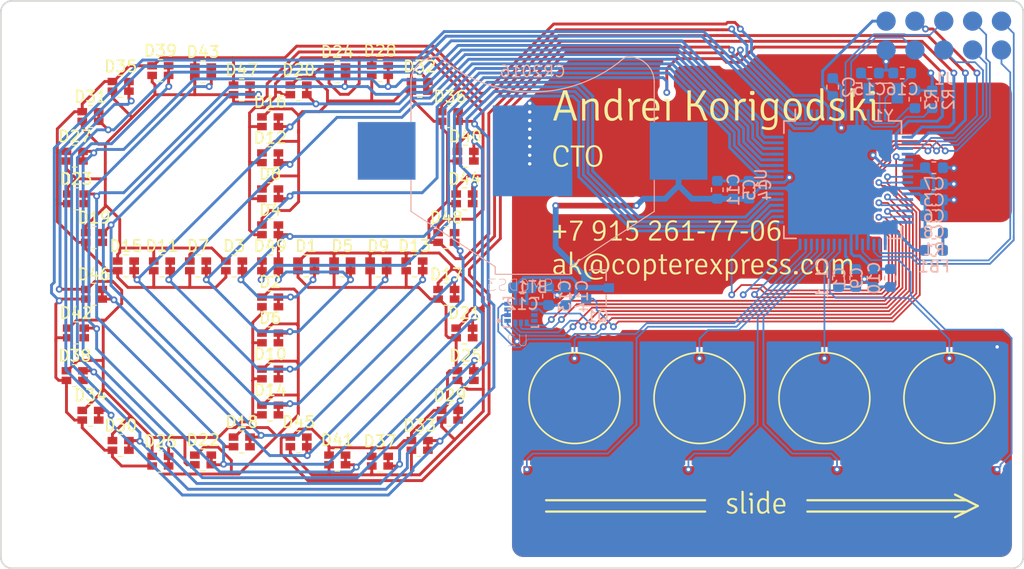
<source format=kicad_pcb>
(kicad_pcb (version 20171130) (host pcbnew 5.0.2+dfsg1-1~bpo9+1)
  (layers (0 F.Cu signal) (31 B.Cu signal) (34 B.Paste user hide) (35 F.Paste user hide) (36 B.SilkS user) (37 F.SilkS user) (38 B.Mask user) (39 F.Mask user) (44 Edge.Cuts user))
  (net 0 "")
  (net 1 LED_K0)
  (net 2 LED_K1)
  (net 3 LED_A0)
  (net 4 LED_K3)
  (net 5 LED_K2)
  (net 6 LED_K4)
  (net 7 LED_K5)
  (net 8 LED_K7)
  (net 9 LED_K6)
  (net 10 LED_K8)
  (net 11 LED_A1)
  (net 12 LED_A2)
  (net 13 LED_A3)
  (net 14 LED_A4)
  (net 15 LED_A5)
  (net 16 LED_A6)
  (net 17 LED_A7)
  (net 18 LED_A8)
  (net 19 VDD)
  (net 20 GND)
  (net 21 N$7)
  (net 22 N$6)
  (net 23 N$13)
  (net 24 N$14)
  (net 25 N$5)
  (net 26 N$19)
  (net 27 N$20)
  (net 28 N$16)
  (net 29 N$15)
  (net 30 N$17)
  (net 31 N$18)
  (net 32 N$12)
  (net 33 N$11)
  (net 34 TOUCH_PAD0)
  (net 35 N$1)
  (net 36 TOUCH_PAD1)
  (net 37 TOUCH_PAD2)
  (net 38 TOUCH_PAD3)
  (net 39 N$21)
  (net 40 N$22)
  (net 41 N$23)
  (net 42 N$8)
  (net 43 N$10)
  (net 44 N$9)
  (net 45 LED_K9)
  (net 46 LED_K10)
  (net 47 LED_K11)
  (net 48 LFXTAL_P)
  (net 49 LFXTAL_N)
  (net 50 IMU_VDD)
  (net 51 N$24)
  (net 52 MCU_AVDD)
  (net 53 N$2)
  (net 54 N$25)
  (module footprints:Text_Slide_Signika_Cu (layer F.Cu) (at 166.5 124.55)
    (fp_text reference svg2mod hide)
    (fp_text value G*** hide)
  )
  (module footprints:TouchPad_D8.0mm (layer F.Cu) (at 183.5 115)
    (fp_text reference TS4 hide)
    (fp_text value TOUCH_PAD)
    (pad 1 smd circle (at 0 0) (size 8 8) (layers F.Cu) (net 38 TOUCH_PAD3))
  )
  (module footprints:TouchPad_D8.0mm (layer F.Cu) (at 172.5 115)
    (fp_text reference TS3 hide)
    (fp_text value TOUCH_PAD)
    (pad 1 smd circle (at 0 0) (size 8 8) (layers F.Cu) (net 37 TOUCH_PAD2))
  )
  (module footprints:TouchPad_D8.0mm (layer F.Cu) (at 161.5 115)
    (fp_text reference TS2 hide)
    (fp_text value TOUCH_PAD)
    (pad 1 smd circle (at 0 0) (size 8 8) (layers F.Cu) (net 36 TOUCH_PAD1))
  )
  (module footprints:TouchPad_D8.0mm (layer F.Cu) (at 150.5 115)
    (fp_text reference TS1 hide)
    (fp_text value TOUCH_PAD)
    (pad 1 smd circle (at 0 0) (size 8 8) (layers F.Cu) (net 34 TOUCH_PAD0))
  )
  (module footprints:BatteryHolder_Keystone_3026_1x2016 (layer B.Cu) (at 146.812 93.218)
    (fp_text reference BT1 (at 0 12) (layer B.SilkS) (effects (justify mirror)))
    (fp_text value Battery_Cell)
    (fp_text user CR2016 (at 0 -7) (layer B.SilkS) (effects (font (thickness 0.125)) (justify mirror)))
    (pad 1 smd rect (at -12.85 0) (size 5.08 5.08) (layers B.Cu B.Paste B.Mask))
    (pad 1 smd rect (at 12.85 0) (size 5.08 5.08) (layers B.Cu B.Paste B.Mask) (net 19 VDD))
    (pad 2 smd rect (at 0 0) (size 7 8) (layers B.Cu B.Mask) (net 20 GND))
  )
  (module footprints:LED_DUAL_0606 (layer F.Cu) (at 123.709 103.351)
    (fp_text reference D49 (at 0 -1.75) (layer F.SilkS))
    (fp_text value LED_Dual_AACC)
    (pad 1 smd rect (at -0.725 -0.425) (size 0.85 0.65) (layers F.Cu F.Paste F.Mask) (net 18 LED_A8))
    (pad 2 smd rect (at -0.725 0.425) (size 0.85 0.65) (layers F.Cu F.Paste F.Mask) (net 18 LED_A8))
    (pad 4 smd rect (at 0.725 0.425) (size 0.85 0.65) (layers F.Cu F.Paste F.Mask) (net 2 LED_K1))
    (pad 3 smd rect (at 0.725 -0.425) (size 0.85 0.65) (layers F.Cu F.Paste F.Mask) (net 1 LED_K0))
  )
  (module footprints:LED_DUAL_0606 (layer F.Cu) (at 139.217852 100.851333)
    (fp_text reference D48 (at 0 -1.75) (layer F.SilkS))
    (fp_text value LED_Dual_AACC)
    (pad 1 smd rect (at -0.725 -0.425) (size 0.85 0.65) (layers F.Cu F.Paste F.Mask) (net 17 LED_A7))
    (pad 2 smd rect (at -0.725 0.425) (size 0.85 0.65) (layers F.Cu F.Paste F.Mask) (net 16 LED_A6))
    (pad 4 smd rect (at 0.725 0.425) (size 0.85 0.65) (layers F.Cu F.Paste F.Mask) (net 47 LED_K11))
    (pad 3 smd rect (at 0.725 -0.425) (size 0.85 0.65) (layers F.Cu F.Paste F.Mask) (net 47 LED_K11))
  )
  (module footprints:LED_DUAL_0606 (layer F.Cu) (at 121.209333 87.842147)
    (fp_text reference D47 (at 0 -1.75) (layer F.SilkS))
    (fp_text value LED_Dual_AACC)
    (pad 1 smd rect (at -0.725 -0.425) (size 0.85 0.65) (layers F.Cu F.Paste F.Mask) (net 15 LED_A5))
    (pad 2 smd rect (at -0.725 0.425) (size 0.85 0.65) (layers F.Cu F.Paste F.Mask) (net 14 LED_A4))
    (pad 4 smd rect (at 0.725 0.425) (size 0.85 0.65) (layers F.Cu F.Paste F.Mask) (net 47 LED_K11))
    (pad 3 smd rect (at 0.725 -0.425) (size 0.85 0.65) (layers F.Cu F.Paste F.Mask) (net 47 LED_K11))
  )
  (module footprints:LED_DUAL_0606 (layer F.Cu) (at 108.200147 105.850666)
    (fp_text reference D46 (at 0 -1.75) (layer F.SilkS))
    (fp_text value LED_Dual_AACC)
    (pad 1 smd rect (at -0.725 -0.425) (size 0.85 0.65) (layers F.Cu F.Paste F.Mask) (net 13 LED_A3))
    (pad 2 smd rect (at -0.725 0.425) (size 0.85 0.65) (layers F.Cu F.Paste F.Mask) (net 12 LED_A2))
    (pad 4 smd rect (at 0.725 0.425) (size 0.85 0.65) (layers F.Cu F.Paste F.Mask) (net 47 LED_K11))
    (pad 3 smd rect (at 0.725 -0.425) (size 0.85 0.65) (layers F.Cu F.Paste F.Mask) (net 47 LED_K11))
  )
  (module footprints:LED_DUAL_0606 (layer F.Cu) (at 126.208666 118.859852)
    (fp_text reference D45 (at 0 -1.75) (layer F.SilkS))
    (fp_text value LED_Dual_AACC)
    (pad 1 smd rect (at -0.725 -0.425) (size 0.85 0.65) (layers F.Cu F.Paste F.Mask) (net 11 LED_A1))
    (pad 2 smd rect (at -0.725 0.425) (size 0.85 0.65) (layers F.Cu F.Paste F.Mask) (net 3 LED_A0))
    (pad 4 smd rect (at 0.725 0.425) (size 0.85 0.65) (layers F.Cu F.Paste F.Mask) (net 47 LED_K11))
    (pad 3 smd rect (at 0.725 -0.425) (size 0.85 0.65) (layers F.Cu F.Paste F.Mask) (net 47 LED_K11))
  )
  (module footprints:LED_DUAL_0606 (layer F.Cu) (at 140.806919 97.443568)
    (fp_text reference D44 (at 0 -1.75) (layer F.SilkS))
    (fp_text value LED_Dual_AACC)
    (pad 1 smd rect (at -0.725 -0.425) (size 0.85 0.65) (layers F.Cu F.Paste F.Mask) (net 17 LED_A7))
    (pad 2 smd rect (at -0.725 0.425) (size 0.85 0.65) (layers F.Cu F.Paste F.Mask) (net 16 LED_A6))
    (pad 4 smd rect (at 0.725 0.425) (size 0.85 0.65) (layers F.Cu F.Paste F.Mask) (net 46 LED_K10))
    (pad 3 smd rect (at 0.725 -0.425) (size 0.85 0.65) (layers F.Cu F.Paste F.Mask) (net 46 LED_K10))
  )
  (module footprints:LED_DUAL_0606 (layer F.Cu) (at 117.801568 86.25308)
    (fp_text reference D43 (at 0 -1.75) (layer F.SilkS))
    (fp_text value LED_Dual_AACC)
    (pad 1 smd rect (at -0.725 -0.425) (size 0.85 0.65) (layers F.Cu F.Paste F.Mask) (net 15 LED_A5))
    (pad 2 smd rect (at -0.725 0.425) (size 0.85 0.65) (layers F.Cu F.Paste F.Mask) (net 14 LED_A4))
    (pad 4 smd rect (at 0.725 0.425) (size 0.85 0.65) (layers F.Cu F.Paste F.Mask) (net 46 LED_K10))
    (pad 3 smd rect (at 0.725 -0.425) (size 0.85 0.65) (layers F.Cu F.Paste F.Mask) (net 46 LED_K10))
  )
  (module footprints:LED_DUAL_0606 (layer F.Cu) (at 106.61108 109.258431)
    (fp_text reference D42 (at 0 -1.75) (layer F.SilkS))
    (fp_text value LED_Dual_AACC)
    (pad 1 smd rect (at -0.725 -0.425) (size 0.85 0.65) (layers F.Cu F.Paste F.Mask) (net 13 LED_A3))
    (pad 2 smd rect (at -0.725 0.425) (size 0.85 0.65) (layers F.Cu F.Paste F.Mask) (net 12 LED_A2))
    (pad 4 smd rect (at 0.725 0.425) (size 0.85 0.65) (layers F.Cu F.Paste F.Mask) (net 46 LED_K10))
    (pad 3 smd rect (at 0.725 -0.425) (size 0.85 0.65) (layers F.Cu F.Paste F.Mask) (net 46 LED_K10))
  )
  (module footprints:LED_DUAL_0606 (layer F.Cu) (at 129.616431 120.448919)
    (fp_text reference D41 (at 0 -1.75) (layer F.SilkS))
    (fp_text value LED_Dual_AACC)
    (pad 1 smd rect (at -0.725 -0.425) (size 0.85 0.65) (layers F.Cu F.Paste F.Mask) (net 11 LED_A1))
    (pad 2 smd rect (at -0.725 0.425) (size 0.85 0.65) (layers F.Cu F.Paste F.Mask) (net 3 LED_A0))
    (pad 4 smd rect (at 0.725 0.425) (size 0.85 0.65) (layers F.Cu F.Paste F.Mask) (net 46 LED_K10))
    (pad 3 smd rect (at 0.725 -0.425) (size 0.85 0.65) (layers F.Cu F.Paste F.Mask) (net 46 LED_K10))
  )
  (module footprints:LED_DUAL_0606 (layer F.Cu) (at 140.916279 93.685107)
    (fp_text reference D40 (at 0 -1.75) (layer F.SilkS))
    (fp_text value LED_Dual_AACC)
    (pad 1 smd rect (at -0.725 -0.425) (size 0.85 0.65) (layers F.Cu F.Paste F.Mask) (net 17 LED_A7))
    (pad 2 smd rect (at -0.725 0.425) (size 0.85 0.65) (layers F.Cu F.Paste F.Mask) (net 16 LED_A6))
    (pad 4 smd rect (at 0.725 0.425) (size 0.85 0.65) (layers F.Cu F.Paste F.Mask) (net 45 LED_K9))
    (pad 3 smd rect (at 0.725 -0.425) (size 0.85 0.65) (layers F.Cu F.Paste F.Mask) (net 45 LED_K9))
  )
  (module footprints:LED_DUAL_0606 (layer F.Cu) (at 114.043107 86.14372)
    (fp_text reference D39 (at 0 -1.75) (layer F.SilkS))
    (fp_text value LED_Dual_AACC)
    (pad 1 smd rect (at -0.725 -0.425) (size 0.85 0.65) (layers F.Cu F.Paste F.Mask) (net 15 LED_A5))
    (pad 2 smd rect (at -0.725 0.425) (size 0.85 0.65) (layers F.Cu F.Paste F.Mask) (net 14 LED_A4))
    (pad 4 smd rect (at 0.725 0.425) (size 0.85 0.65) (layers F.Cu F.Paste F.Mask) (net 45 LED_K9))
    (pad 3 smd rect (at 0.725 -0.425) (size 0.85 0.65) (layers F.Cu F.Paste F.Mask) (net 45 LED_K9))
  )
  (module footprints:LED_DUAL_0606 (layer F.Cu) (at 106.50172 113.016892)
    (fp_text reference D38 (at 0 -1.75) (layer F.SilkS))
    (fp_text value LED_Dual_AACC)
    (pad 1 smd rect (at -0.725 -0.425) (size 0.85 0.65) (layers F.Cu F.Paste F.Mask) (net 13 LED_A3))
    (pad 2 smd rect (at -0.725 0.425) (size 0.85 0.65) (layers F.Cu F.Paste F.Mask) (net 12 LED_A2))
    (pad 4 smd rect (at 0.725 0.425) (size 0.85 0.65) (layers F.Cu F.Paste F.Mask) (net 45 LED_K9))
    (pad 3 smd rect (at 0.725 -0.425) (size 0.85 0.65) (layers F.Cu F.Paste F.Mask) (net 45 LED_K9))
  )
  (module footprints:LED_DUAL_0606 (layer F.Cu) (at 133.374892 120.558279)
    (fp_text reference D37 (at 0 -1.75) (layer F.SilkS))
    (fp_text value LED_Dual_AACC)
    (pad 1 smd rect (at -0.725 -0.425) (size 0.85 0.65) (layers F.Cu F.Paste F.Mask) (net 11 LED_A1))
    (pad 2 smd rect (at -0.725 0.425) (size 0.85 0.65) (layers F.Cu F.Paste F.Mask) (net 3 LED_A0))
    (pad 4 smd rect (at 0.725 0.425) (size 0.85 0.65) (layers F.Cu F.Paste F.Mask) (net 45 LED_K9))
    (pad 3 smd rect (at 0.725 -0.425) (size 0.85 0.65) (layers F.Cu F.Paste F.Mask) (net 45 LED_K9))
  )
  (module footprints:LED_DUAL_0606 (layer F.Cu) (at 139.528045 90.190712)
    (fp_text reference D36 (at 0 -1.75) (layer F.SilkS))
    (fp_text value LED_Dual_AACC)
    (pad 1 smd rect (at -0.725 -0.425) (size 0.85 0.65) (layers F.Cu F.Paste F.Mask) (net 17 LED_A7))
    (pad 2 smd rect (at -0.725 0.425) (size 0.85 0.65) (layers F.Cu F.Paste F.Mask) (net 16 LED_A6))
    (pad 4 smd rect (at 0.725 0.425) (size 0.85 0.65) (layers F.Cu F.Paste F.Mask) (net 10 LED_K8))
    (pad 3 smd rect (at 0.725 -0.425) (size 0.85 0.65) (layers F.Cu F.Paste F.Mask) (net 10 LED_K8))
  )
  (module footprints:LED_DUAL_0606 (layer F.Cu) (at 110.548712 87.531954)
    (fp_text reference D35 (at 0 -1.75) (layer F.SilkS))
    (fp_text value LED_Dual_AACC)
    (pad 1 smd rect (at -0.725 -0.425) (size 0.85 0.65) (layers F.Cu F.Paste F.Mask) (net 15 LED_A5))
    (pad 2 smd rect (at -0.725 0.425) (size 0.85 0.65) (layers F.Cu F.Paste F.Mask) (net 14 LED_A4))
    (pad 4 smd rect (at 0.725 0.425) (size 0.85 0.65) (layers F.Cu F.Paste F.Mask) (net 10 LED_K8))
    (pad 3 smd rect (at 0.725 -0.425) (size 0.85 0.65) (layers F.Cu F.Paste F.Mask) (net 10 LED_K8))
  )
  (module footprints:LED_DUAL_0606 (layer F.Cu) (at 107.889954 116.511287)
    (fp_text reference D34 (at 0 -1.75) (layer F.SilkS))
    (fp_text value LED_Dual_AACC)
    (pad 1 smd rect (at -0.725 -0.425) (size 0.85 0.65) (layers F.Cu F.Paste F.Mask) (net 13 LED_A3))
    (pad 2 smd rect (at -0.725 0.425) (size 0.85 0.65) (layers F.Cu F.Paste F.Mask) (net 12 LED_A2))
    (pad 4 smd rect (at 0.725 0.425) (size 0.85 0.65) (layers F.Cu F.Paste F.Mask) (net 10 LED_K8))
    (pad 3 smd rect (at 0.725 -0.425) (size 0.85 0.65) (layers F.Cu F.Paste F.Mask) (net 10 LED_K8))
  )
  (module footprints:LED_DUAL_0606 (layer F.Cu) (at 136.869287 119.170045)
    (fp_text reference D33 (at 0 -1.75) (layer F.SilkS))
    (fp_text value LED_Dual_AACC)
    (pad 1 smd rect (at -0.725 -0.425) (size 0.85 0.65) (layers F.Cu F.Paste F.Mask) (net 11 LED_A1))
    (pad 2 smd rect (at -0.725 0.425) (size 0.85 0.65) (layers F.Cu F.Paste F.Mask) (net 3 LED_A0))
    (pad 4 smd rect (at 0.725 0.425) (size 0.85 0.65) (layers F.Cu F.Paste F.Mask) (net 10 LED_K8))
    (pad 3 smd rect (at 0.725 -0.425) (size 0.85 0.65) (layers F.Cu F.Paste F.Mask) (net 10 LED_K8))
  )
  (module footprints:LED_DUAL_0606 (layer F.Cu) (at 136.869287 87.531954)
    (fp_text reference D32 (at 0 -1.75) (layer F.SilkS))
    (fp_text value LED_Dual_AACC)
    (pad 1 smd rect (at -0.725 -0.425) (size 0.85 0.65) (layers F.Cu F.Paste F.Mask) (net 17 LED_A7))
    (pad 2 smd rect (at -0.725 0.425) (size 0.85 0.65) (layers F.Cu F.Paste F.Mask) (net 16 LED_A6))
    (pad 4 smd rect (at 0.725 0.425) (size 0.85 0.65) (layers F.Cu F.Paste F.Mask) (net 8 LED_K7))
    (pad 3 smd rect (at 0.725 -0.425) (size 0.85 0.65) (layers F.Cu F.Paste F.Mask) (net 8 LED_K7))
  )
  (module footprints:LED_DUAL_0606 (layer F.Cu) (at 107.889954 90.190712)
    (fp_text reference D31 (at 0 -1.75) (layer F.SilkS))
    (fp_text value LED_Dual_AACC)
    (pad 1 smd rect (at -0.725 -0.425) (size 0.85 0.65) (layers F.Cu F.Paste F.Mask) (net 15 LED_A5))
    (pad 2 smd rect (at -0.725 0.425) (size 0.85 0.65) (layers F.Cu F.Paste F.Mask) (net 14 LED_A4))
    (pad 4 smd rect (at 0.725 0.425) (size 0.85 0.65) (layers F.Cu F.Paste F.Mask) (net 8 LED_K7))
    (pad 3 smd rect (at 0.725 -0.425) (size 0.85 0.65) (layers F.Cu F.Paste F.Mask) (net 8 LED_K7))
  )
  (module footprints:LED_DUAL_0606 (layer F.Cu) (at 110.548712 119.170045)
    (fp_text reference D30 (at 0 -1.75) (layer F.SilkS))
    (fp_text value LED_Dual_AACC)
    (pad 1 smd rect (at -0.725 -0.425) (size 0.85 0.65) (layers F.Cu F.Paste F.Mask) (net 13 LED_A3))
    (pad 2 smd rect (at -0.725 0.425) (size 0.85 0.65) (layers F.Cu F.Paste F.Mask) (net 12 LED_A2))
    (pad 4 smd rect (at 0.725 0.425) (size 0.85 0.65) (layers F.Cu F.Paste F.Mask) (net 8 LED_K7))
    (pad 3 smd rect (at 0.725 -0.425) (size 0.85 0.65) (layers F.Cu F.Paste F.Mask) (net 8 LED_K7))
  )
  (module footprints:LED_DUAL_0606 (layer F.Cu) (at 139.528045 116.511287)
    (fp_text reference D29 (at 0 -1.75) (layer F.SilkS))
    (fp_text value LED_Dual_AACC)
    (pad 1 smd rect (at -0.725 -0.425) (size 0.85 0.65) (layers F.Cu F.Paste F.Mask) (net 11 LED_A1))
    (pad 2 smd rect (at -0.725 0.425) (size 0.85 0.65) (layers F.Cu F.Paste F.Mask) (net 3 LED_A0))
    (pad 4 smd rect (at 0.725 0.425) (size 0.85 0.65) (layers F.Cu F.Paste F.Mask) (net 8 LED_K7))
    (pad 3 smd rect (at 0.725 -0.425) (size 0.85 0.65) (layers F.Cu F.Paste F.Mask) (net 8 LED_K7))
  )
  (module footprints:LED_DUAL_0606 (layer F.Cu) (at 133.374892 86.14372)
    (fp_text reference D28 (at 0 -1.75) (layer F.SilkS))
    (fp_text value LED_Dual_AACC)
    (pad 1 smd rect (at -0.725 -0.425) (size 0.85 0.65) (layers F.Cu F.Paste F.Mask) (net 17 LED_A7))
    (pad 2 smd rect (at -0.725 0.425) (size 0.85 0.65) (layers F.Cu F.Paste F.Mask) (net 16 LED_A6))
    (pad 4 smd rect (at 0.725 0.425) (size 0.85 0.65) (layers F.Cu F.Paste F.Mask) (net 9 LED_K6))
    (pad 3 smd rect (at 0.725 -0.425) (size 0.85 0.65) (layers F.Cu F.Paste F.Mask) (net 9 LED_K6))
  )
  (module footprints:LED_DUAL_0606 (layer F.Cu) (at 106.50172 93.685107)
    (fp_text reference D27 (at 0 -1.75) (layer F.SilkS))
    (fp_text value LED_Dual_AACC)
    (pad 1 smd rect (at -0.725 -0.425) (size 0.85 0.65) (layers F.Cu F.Paste F.Mask) (net 15 LED_A5))
    (pad 2 smd rect (at -0.725 0.425) (size 0.85 0.65) (layers F.Cu F.Paste F.Mask) (net 14 LED_A4))
    (pad 4 smd rect (at 0.725 0.425) (size 0.85 0.65) (layers F.Cu F.Paste F.Mask) (net 9 LED_K6))
    (pad 3 smd rect (at 0.725 -0.425) (size 0.85 0.65) (layers F.Cu F.Paste F.Mask) (net 9 LED_K6))
  )
  (module footprints:LED_DUAL_0606 (layer F.Cu) (at 114.043107 120.558279)
    (fp_text reference D26 (at 0 -1.75) (layer F.SilkS))
    (fp_text value LED_Dual_AACC)
    (pad 1 smd rect (at -0.725 -0.425) (size 0.85 0.65) (layers F.Cu F.Paste F.Mask) (net 13 LED_A3))
    (pad 2 smd rect (at -0.725 0.425) (size 0.85 0.65) (layers F.Cu F.Paste F.Mask) (net 12 LED_A2))
    (pad 4 smd rect (at 0.725 0.425) (size 0.85 0.65) (layers F.Cu F.Paste F.Mask) (net 9 LED_K6))
    (pad 3 smd rect (at 0.725 -0.425) (size 0.85 0.65) (layers F.Cu F.Paste F.Mask) (net 9 LED_K6))
  )
  (module footprints:LED_DUAL_0606 (layer F.Cu) (at 140.916279 113.016892)
    (fp_text reference D25 (at 0 -1.75) (layer F.SilkS))
    (fp_text value LED_Dual_AACC)
    (pad 1 smd rect (at -0.725 -0.425) (size 0.85 0.65) (layers F.Cu F.Paste F.Mask) (net 11 LED_A1))
    (pad 2 smd rect (at -0.725 0.425) (size 0.85 0.65) (layers F.Cu F.Paste F.Mask) (net 3 LED_A0))
    (pad 4 smd rect (at 0.725 0.425) (size 0.85 0.65) (layers F.Cu F.Paste F.Mask) (net 9 LED_K6))
    (pad 3 smd rect (at 0.725 -0.425) (size 0.85 0.65) (layers F.Cu F.Paste F.Mask) (net 9 LED_K6))
  )
  (module footprints:LED_DUAL_0606 (layer F.Cu) (at 129.616431 86.25308)
    (fp_text reference D24 (at 0 -1.75) (layer F.SilkS))
    (fp_text value LED_Dual_AACC)
    (pad 1 smd rect (at -0.725 -0.425) (size 0.85 0.65) (layers F.Cu F.Paste F.Mask) (net 16 LED_A6))
    (pad 2 smd rect (at -0.725 0.425) (size 0.85 0.65) (layers F.Cu F.Paste F.Mask) (net 17 LED_A7))
    (pad 4 smd rect (at 0.725 0.425) (size 0.85 0.65) (layers F.Cu F.Paste F.Mask) (net 7 LED_K5))
    (pad 3 smd rect (at 0.725 -0.425) (size 0.85 0.65) (layers F.Cu F.Paste F.Mask) (net 7 LED_K5))
  )
  (module footprints:LED_DUAL_0606 (layer F.Cu) (at 106.61108 97.443568)
    (fp_text reference D23 (at 0 -1.75) (layer F.SilkS))
    (fp_text value LED_Dual_AACC)
    (pad 1 smd rect (at -0.725 -0.425) (size 0.85 0.65) (layers F.Cu F.Paste F.Mask) (net 14 LED_A4))
    (pad 2 smd rect (at -0.725 0.425) (size 0.85 0.65) (layers F.Cu F.Paste F.Mask) (net 15 LED_A5))
    (pad 4 smd rect (at 0.725 0.425) (size 0.85 0.65) (layers F.Cu F.Paste F.Mask) (net 7 LED_K5))
    (pad 3 smd rect (at 0.725 -0.425) (size 0.85 0.65) (layers F.Cu F.Paste F.Mask) (net 7 LED_K5))
  )
  (module footprints:LED_DUAL_0606 (layer F.Cu) (at 117.801568 120.448919)
    (fp_text reference D22 (at 0 -1.75) (layer F.SilkS))
    (fp_text value LED_Dual_AACC)
    (pad 1 smd rect (at -0.725 -0.425) (size 0.85 0.65) (layers F.Cu F.Paste F.Mask) (net 12 LED_A2))
    (pad 2 smd rect (at -0.725 0.425) (size 0.85 0.65) (layers F.Cu F.Paste F.Mask) (net 13 LED_A3))
    (pad 4 smd rect (at 0.725 0.425) (size 0.85 0.65) (layers F.Cu F.Paste F.Mask) (net 7 LED_K5))
    (pad 3 smd rect (at 0.725 -0.425) (size 0.85 0.65) (layers F.Cu F.Paste F.Mask) (net 7 LED_K5))
  )
  (module footprints:LED_DUAL_0606 (layer F.Cu) (at 140.806919 109.258431)
    (fp_text reference D21 (at 0 -1.75) (layer F.SilkS))
    (fp_text value LED_Dual_AACC)
    (pad 1 smd rect (at -0.725 -0.425) (size 0.85 0.65) (layers F.Cu F.Paste F.Mask) (net 3 LED_A0))
    (pad 2 smd rect (at -0.725 0.425) (size 0.85 0.65) (layers F.Cu F.Paste F.Mask) (net 11 LED_A1))
    (pad 4 smd rect (at 0.725 0.425) (size 0.85 0.65) (layers F.Cu F.Paste F.Mask) (net 7 LED_K5))
    (pad 3 smd rect (at 0.725 -0.425) (size 0.85 0.65) (layers F.Cu F.Paste F.Mask) (net 7 LED_K5))
  )
  (module footprints:LED_DUAL_0606 (layer F.Cu) (at 126.208666 87.842147)
    (fp_text reference D20 (at 0 -1.75) (layer F.SilkS))
    (fp_text value LED_Dual_AACC)
    (pad 1 smd rect (at -0.725 -0.425) (size 0.85 0.65) (layers F.Cu F.Paste F.Mask) (net 16 LED_A6))
    (pad 2 smd rect (at -0.725 0.425) (size 0.85 0.65) (layers F.Cu F.Paste F.Mask) (net 17 LED_A7))
    (pad 4 smd rect (at 0.725 0.425) (size 0.85 0.65) (layers F.Cu F.Paste F.Mask) (net 6 LED_K4))
    (pad 3 smd rect (at 0.725 -0.425) (size 0.85 0.65) (layers F.Cu F.Paste F.Mask) (net 6 LED_K4))
  )
  (module footprints:LED_DUAL_0606 (layer F.Cu) (at 108.200147 100.851333)
    (fp_text reference D19 (at 0 -1.75) (layer F.SilkS))
    (fp_text value LED_Dual_AACC)
    (pad 1 smd rect (at -0.725 -0.425) (size 0.85 0.65) (layers F.Cu F.Paste F.Mask) (net 14 LED_A4))
    (pad 2 smd rect (at -0.725 0.425) (size 0.85 0.65) (layers F.Cu F.Paste F.Mask) (net 15 LED_A5))
    (pad 4 smd rect (at 0.725 0.425) (size 0.85 0.65) (layers F.Cu F.Paste F.Mask) (net 6 LED_K4))
    (pad 3 smd rect (at 0.725 -0.425) (size 0.85 0.65) (layers F.Cu F.Paste F.Mask) (net 6 LED_K4))
  )
  (module footprints:LED_DUAL_0606 (layer F.Cu) (at 121.209333 118.859852)
    (fp_text reference D18 (at 0 -1.75) (layer F.SilkS))
    (fp_text value LED_Dual_AACC)
    (pad 1 smd rect (at -0.725 -0.425) (size 0.85 0.65) (layers F.Cu F.Paste F.Mask) (net 12 LED_A2))
    (pad 2 smd rect (at -0.725 0.425) (size 0.85 0.65) (layers F.Cu F.Paste F.Mask) (net 13 LED_A3))
    (pad 4 smd rect (at 0.725 0.425) (size 0.85 0.65) (layers F.Cu F.Paste F.Mask) (net 6 LED_K4))
    (pad 3 smd rect (at 0.725 -0.425) (size 0.85 0.65) (layers F.Cu F.Paste F.Mask) (net 6 LED_K4))
  )
  (module footprints:LED_DUAL_0606 (layer F.Cu) (at 139.217852 105.850666)
    (fp_text reference D17 (at 0 -1.75) (layer F.SilkS))
    (fp_text value LED_Dual_AACC)
    (pad 1 smd rect (at -0.725 -0.425) (size 0.85 0.65) (layers F.Cu F.Paste F.Mask) (net 3 LED_A0))
    (pad 2 smd rect (at -0.725 0.425) (size 0.85 0.65) (layers F.Cu F.Paste F.Mask) (net 11 LED_A1))
    (pad 4 smd rect (at 0.725 0.425) (size 0.85 0.65) (layers F.Cu F.Paste F.Mask) (net 6 LED_K4))
    (pad 3 smd rect (at 0.725 -0.425) (size 0.85 0.65) (layers F.Cu F.Paste F.Mask) (net 6 LED_K4))
  )
  (module footprints:LED_DUAL_0606 (layer F.Cu) (at 123.709 90.651)
    (fp_text reference D16 (at 0 -1.75) (layer F.SilkS))
    (fp_text value LED_Dual_AACC)
    (pad 1 smd rect (at -0.725 -0.425) (size 0.85 0.65) (layers F.Cu F.Paste F.Mask) (net 16 LED_A6))
    (pad 2 smd rect (at -0.725 0.425) (size 0.85 0.65) (layers F.Cu F.Paste F.Mask) (net 17 LED_A7))
    (pad 4 smd rect (at 0.725 0.425) (size 0.85 0.65) (layers F.Cu F.Paste F.Mask) (net 4 LED_K3))
    (pad 3 smd rect (at 0.725 -0.425) (size 0.85 0.65) (layers F.Cu F.Paste F.Mask) (net 4 LED_K3))
  )
  (module footprints:LED_DUAL_0606 (layer F.Cu) (at 111.009 103.351)
    (fp_text reference D15 (at 0 -1.75) (layer F.SilkS))
    (fp_text value LED_Dual_AACC)
    (pad 1 smd rect (at -0.725 -0.425) (size 0.85 0.65) (layers F.Cu F.Paste F.Mask) (net 14 LED_A4))
    (pad 2 smd rect (at -0.725 0.425) (size 0.85 0.65) (layers F.Cu F.Paste F.Mask) (net 15 LED_A5))
    (pad 4 smd rect (at 0.725 0.425) (size 0.85 0.65) (layers F.Cu F.Paste F.Mask) (net 4 LED_K3))
    (pad 3 smd rect (at 0.725 -0.425) (size 0.85 0.65) (layers F.Cu F.Paste F.Mask) (net 4 LED_K3))
  )
  (module footprints:LED_DUAL_0606 (layer F.Cu) (at 123.709 116.051)
    (fp_text reference D14 (at 0 -1.75) (layer F.SilkS))
    (fp_text value LED_Dual_AACC)
    (pad 1 smd rect (at -0.725 -0.425) (size 0.85 0.65) (layers F.Cu F.Paste F.Mask) (net 12 LED_A2))
    (pad 2 smd rect (at -0.725 0.425) (size 0.85 0.65) (layers F.Cu F.Paste F.Mask) (net 13 LED_A3))
    (pad 4 smd rect (at 0.725 0.425) (size 0.85 0.65) (layers F.Cu F.Paste F.Mask) (net 4 LED_K3))
    (pad 3 smd rect (at 0.725 -0.425) (size 0.85 0.65) (layers F.Cu F.Paste F.Mask) (net 4 LED_K3))
  )
  (module footprints:LED_DUAL_0606 (layer F.Cu) (at 136.409 103.351)
    (fp_text reference D13 (at 0 -1.75) (layer F.SilkS))
    (fp_text value LED_Dual_AACC)
    (pad 1 smd rect (at -0.725 -0.425) (size 0.85 0.65) (layers F.Cu F.Paste F.Mask) (net 3 LED_A0))
    (pad 2 smd rect (at -0.725 0.425) (size 0.85 0.65) (layers F.Cu F.Paste F.Mask) (net 11 LED_A1))
    (pad 4 smd rect (at 0.725 0.425) (size 0.85 0.65) (layers F.Cu F.Paste F.Mask) (net 4 LED_K3))
    (pad 3 smd rect (at 0.725 -0.425) (size 0.85 0.65) (layers F.Cu F.Paste F.Mask) (net 4 LED_K3))
  )
  (module footprints:LED_DUAL_0606 (layer F.Cu) (at 123.709 93.826)
    (fp_text reference D12 (at 0 -1.75) (layer F.SilkS))
    (fp_text value LED_Dual_AACC)
    (pad 1 smd rect (at -0.725 -0.425) (size 0.85 0.65) (layers F.Cu F.Paste F.Mask) (net 16 LED_A6))
    (pad 2 smd rect (at -0.725 0.425) (size 0.85 0.65) (layers F.Cu F.Paste F.Mask) (net 17 LED_A7))
    (pad 4 smd rect (at 0.725 0.425) (size 0.85 0.65) (layers F.Cu F.Paste F.Mask) (net 5 LED_K2))
    (pad 3 smd rect (at 0.725 -0.425) (size 0.85 0.65) (layers F.Cu F.Paste F.Mask) (net 5 LED_K2))
  )
  (module footprints:LED_DUAL_0606 (layer F.Cu) (at 114.184 103.351)
    (fp_text reference D11 (at 0 -1.75) (layer F.SilkS))
    (fp_text value LED_Dual_AACC)
    (pad 1 smd rect (at -0.725 -0.425) (size 0.85 0.65) (layers F.Cu F.Paste F.Mask) (net 14 LED_A4))
    (pad 2 smd rect (at -0.725 0.425) (size 0.85 0.65) (layers F.Cu F.Paste F.Mask) (net 15 LED_A5))
    (pad 4 smd rect (at 0.725 0.425) (size 0.85 0.65) (layers F.Cu F.Paste F.Mask) (net 5 LED_K2))
    (pad 3 smd rect (at 0.725 -0.425) (size 0.85 0.65) (layers F.Cu F.Paste F.Mask) (net 5 LED_K2))
  )
  (module footprints:LED_DUAL_0606 (layer F.Cu) (at 123.709 112.875999)
    (fp_text reference D10 (at 0 -1.75) (layer F.SilkS))
    (fp_text value LED_Dual_AACC)
    (pad 1 smd rect (at -0.725 -0.425) (size 0.85 0.65) (layers F.Cu F.Paste F.Mask) (net 12 LED_A2))
    (pad 2 smd rect (at -0.725 0.425) (size 0.85 0.65) (layers F.Cu F.Paste F.Mask) (net 13 LED_A3))
    (pad 4 smd rect (at 0.725 0.425) (size 0.85 0.65) (layers F.Cu F.Paste F.Mask) (net 5 LED_K2))
    (pad 3 smd rect (at 0.725 -0.425) (size 0.85 0.65) (layers F.Cu F.Paste F.Mask) (net 5 LED_K2))
  )
  (module footprints:LED_DUAL_0606 (layer F.Cu) (at 133.234 103.351)
    (fp_text reference D9 (at 0 -1.75) (layer F.SilkS))
    (fp_text value LED_Dual_AACC)
    (pad 1 smd rect (at -0.725 -0.425) (size 0.85 0.65) (layers F.Cu F.Paste F.Mask) (net 3 LED_A0))
    (pad 2 smd rect (at -0.725 0.425) (size 0.85 0.65) (layers F.Cu F.Paste F.Mask) (net 11 LED_A1))
    (pad 4 smd rect (at 0.725 0.425) (size 0.85 0.65) (layers F.Cu F.Paste F.Mask) (net 5 LED_K2))
    (pad 3 smd rect (at 0.725 -0.425) (size 0.85 0.65) (layers F.Cu F.Paste F.Mask) (net 5 LED_K2))
  )
  (module footprints:LED_DUAL_0606 (layer F.Cu) (at 123.709 97.001)
    (fp_text reference D8 (at 0 -1.75) (layer F.SilkS))
    (fp_text value LED_Dual_AACC)
    (pad 1 smd rect (at -0.725 -0.425) (size 0.85 0.65) (layers F.Cu F.Paste F.Mask) (net 16 LED_A6))
    (pad 2 smd rect (at -0.725 0.425) (size 0.85 0.65) (layers F.Cu F.Paste F.Mask) (net 17 LED_A7))
    (pad 4 smd rect (at 0.725 0.425) (size 0.85 0.65) (layers F.Cu F.Paste F.Mask) (net 2 LED_K1))
    (pad 3 smd rect (at 0.725 -0.425) (size 0.85 0.65) (layers F.Cu F.Paste F.Mask) (net 2 LED_K1))
  )
  (module footprints:LED_DUAL_0606 (layer F.Cu) (at 117.359 103.351)
    (fp_text reference D7 (at 0 -1.75) (layer F.SilkS))
    (fp_text value LED_Dual_AACC)
    (pad 1 smd rect (at -0.725 -0.425) (size 0.85 0.65) (layers F.Cu F.Paste F.Mask) (net 14 LED_A4))
    (pad 2 smd rect (at -0.725 0.425) (size 0.85 0.65) (layers F.Cu F.Paste F.Mask) (net 15 LED_A5))
    (pad 4 smd rect (at 0.725 0.425) (size 0.85 0.65) (layers F.Cu F.Paste F.Mask) (net 2 LED_K1))
    (pad 3 smd rect (at 0.725 -0.425) (size 0.85 0.65) (layers F.Cu F.Paste F.Mask) (net 2 LED_K1))
  )
  (module footprints:LED_DUAL_0606 (layer F.Cu) (at 123.709 109.701)
    (fp_text reference D6 (at 0 -1.75) (layer F.SilkS))
    (fp_text value LED_Dual_AACC)
    (pad 1 smd rect (at -0.725 -0.425) (size 0.85 0.65) (layers F.Cu F.Paste F.Mask) (net 12 LED_A2))
    (pad 2 smd rect (at -0.725 0.425) (size 0.85 0.65) (layers F.Cu F.Paste F.Mask) (net 13 LED_A3))
    (pad 4 smd rect (at 0.725 0.425) (size 0.85 0.65) (layers F.Cu F.Paste F.Mask) (net 2 LED_K1))
    (pad 3 smd rect (at 0.725 -0.425) (size 0.85 0.65) (layers F.Cu F.Paste F.Mask) (net 2 LED_K1))
  )
  (module footprints:LED_DUAL_0606 (layer F.Cu) (at 130.059 103.351)
    (fp_text reference D5 (at 0 -1.75) (layer F.SilkS))
    (fp_text value LED_Dual_AACC)
    (pad 1 smd rect (at -0.725 -0.425) (size 0.85 0.65) (layers F.Cu F.Paste F.Mask) (net 3 LED_A0))
    (pad 2 smd rect (at -0.725 0.425) (size 0.85 0.65) (layers F.Cu F.Paste F.Mask) (net 11 LED_A1))
    (pad 4 smd rect (at 0.725 0.425) (size 0.85 0.65) (layers F.Cu F.Paste F.Mask) (net 2 LED_K1))
    (pad 3 smd rect (at 0.725 -0.425) (size 0.85 0.65) (layers F.Cu F.Paste F.Mask) (net 2 LED_K1))
  )
  (module footprints:LED_DUAL_0606 (layer F.Cu) (at 123.709 100.176)
    (fp_text reference D4 (at 0 -1.75) (layer F.SilkS))
    (fp_text value LED_Dual_AACC)
    (pad 1 smd rect (at -0.725 -0.425) (size 0.85 0.65) (layers F.Cu F.Paste F.Mask) (net 16 LED_A6))
    (pad 2 smd rect (at -0.725 0.425) (size 0.85 0.65) (layers F.Cu F.Paste F.Mask) (net 17 LED_A7))
    (pad 4 smd rect (at 0.725 0.425) (size 0.85 0.65) (layers F.Cu F.Paste F.Mask) (net 1 LED_K0))
    (pad 3 smd rect (at 0.725 -0.425) (size 0.85 0.65) (layers F.Cu F.Paste F.Mask) (net 1 LED_K0))
  )
  (module footprints:LED_DUAL_0606 (layer F.Cu) (at 120.534 103.351)
    (fp_text reference D3 (at 0 -1.75) (layer F.SilkS))
    (fp_text value LED_Dual_AACC)
    (pad 1 smd rect (at -0.725 -0.425) (size 0.85 0.65) (layers F.Cu F.Paste F.Mask) (net 14 LED_A4))
    (pad 2 smd rect (at -0.725 0.425) (size 0.85 0.65) (layers F.Cu F.Paste F.Mask) (net 15 LED_A5))
    (pad 4 smd rect (at 0.725 0.425) (size 0.85 0.65) (layers F.Cu F.Paste F.Mask) (net 1 LED_K0))
    (pad 3 smd rect (at 0.725 -0.425) (size 0.85 0.65) (layers F.Cu F.Paste F.Mask) (net 1 LED_K0))
  )
  (module footprints:LED_DUAL_0606 (layer F.Cu) (at 123.709 106.526)
    (fp_text reference D2 (at 0 -1.75) (layer F.SilkS))
    (fp_text value LED_Dual_AACC)
    (pad 1 smd rect (at -0.725 -0.425) (size 0.85 0.65) (layers F.Cu F.Paste F.Mask) (net 12 LED_A2))
    (pad 2 smd rect (at -0.725 0.425) (size 0.85 0.65) (layers F.Cu F.Paste F.Mask) (net 13 LED_A3))
    (pad 4 smd rect (at 0.725 0.425) (size 0.85 0.65) (layers F.Cu F.Paste F.Mask) (net 1 LED_K0))
    (pad 3 smd rect (at 0.725 -0.425) (size 0.85 0.65) (layers F.Cu F.Paste F.Mask) (net 1 LED_K0))
  )
  (module footprints:LED_DUAL_0606 (layer F.Cu) (at 126.884 103.351)
    (fp_text reference D1 (at 0 -1.75) (layer F.SilkS))
    (fp_text value LED_Dual_AACC)
    (pad 1 smd rect (at -0.725 -0.425) (size 0.85 0.65) (layers F.Cu F.Paste F.Mask) (net 3 LED_A0))
    (pad 2 smd rect (at -0.725 0.425) (size 0.85 0.65) (layers F.Cu F.Paste F.Mask) (net 11 LED_A1))
    (pad 4 smd rect (at 0.725 0.425) (size 0.85 0.65) (layers F.Cu F.Paste F.Mask) (net 1 LED_K0))
    (pad 3 smd rect (at 0.725 -0.425) (size 0.85 0.65) (layers F.Cu F.Paste F.Mask) (net 1 LED_K0))
  )
  (module Capacitor_SMD:C_0603_1608Metric (layer B.Cu) (at 173.736 104.4195 270)
    (fp_text reference C1_1 (at 0 1.43 270) (layer B.SilkS) (effects (justify mirror)))
    (fp_text value 10uF)
    (pad 1 smd roundrect (at -0.7875 0 270) (size 0.875 0.95) (layers B.Cu B.Paste B.Mask) (net 35 N$1))
    (pad 2 smd roundrect (at 0.7875 0 270) (size 0.875 0.95) (layers B.Cu B.Paste B.Mask) (net 20 GND))
  )
  (module Resistor_SMD:R_0603_1608Metric (layer B.Cu) (at 180.467 88.6715 90)
    (fp_text reference R3 (at 0 1.43 90) (layer B.SilkS) (effects (justify mirror)))
    (fp_text value 0)
    (pad 1 smd roundrect (at -0.7875 0 90) (size 0.875 0.95) (layers B.Cu B.Paste B.Mask) (net 54 N$25))
    (pad 2 smd roundrect (at 0.7875 0 90) (size 0.875 0.95) (layers B.Cu B.Paste B.Mask) (net 20 GND))
  )
  (module Inductor_SMD:L_0603_1608Metric (layer B.Cu) (at 182.1435 101.981)
    (fp_text reference FB1 (at 0 1.43) (layer B.SilkS) (effects (justify mirror)))
    (fp_text value Ferrite_Bead_Small)
    (pad 1 smd roundrect (at -0.7875 0) (size 0.875 0.95) (layers B.Cu B.Paste B.Mask) (net 19 VDD))
    (pad 2 smd roundrect (at 0.7875 0) (size 0.875 0.95) (layers B.Cu B.Paste B.Mask) (net 53 N$2))
  )
  (module Package_TO_SOT_SMD:SOT-23 (layer B.Cu) (at 152.527 105.283)
    (fp_text reference Q1 (at 0 2.5) (layer B.SilkS) (effects (justify mirror)))
    (fp_text value Q_PMOS_GSD)
    (pad 1 smd rect (at -1 0.95) (size 0.9 0.8) (layers B.Cu B.Paste B.Mask) (net 23 N$13))
    (pad 2 smd rect (at -1 -0.95) (size 0.9 0.8) (layers B.Cu B.Paste B.Mask) (net 19 VDD))
    (pad 3 smd rect (at 1 0) (size 0.9 0.8) (layers B.Cu B.Paste B.Mask) (net 50 IMU_VDD))
  )
  (module Capacitor_SMD:C_0603_1608Metric (layer B.Cu) (at 179.3495 86.36)
    (fp_text reference C16 (at 0 1.43) (layer B.SilkS) (effects (justify mirror)))
    (fp_text value 22pF)
    (pad 2 smd roundrect (at -0.7875 0) (size 0.875 0.95) (layers B.Cu B.Paste B.Mask) (net 20 GND))
    (pad 1 smd roundrect (at 0.7875 0) (size 0.875 0.95) (layers B.Cu B.Paste B.Mask) (net 49 LFXTAL_N))
  )
  (module Capacitor_SMD:C_0603_1608Metric (layer B.Cu) (at 176.5045 86.36)
    (fp_text reference C15 (at 0 1.43) (layer B.SilkS) (effects (justify mirror)))
    (fp_text value 22pF)
    (pad 2 smd roundrect (at 0.7875 0) (size 0.875 0.95) (layers B.Cu B.Paste B.Mask) (net 20 GND))
    (pad 1 smd roundrect (at -0.7875 0) (size 0.875 0.95) (layers B.Cu B.Paste B.Mask) (net 48 LFXTAL_P))
  )
  (module Capacitor_SMD:C_0603_1608Metric (layer B.Cu) (at 149.733 106.0195 90)
    (fp_text reference C14 (at 0 1.43 90) (layer B.SilkS) (effects (justify mirror)))
    (fp_text value 10uF)
    (pad 1 smd roundrect (at -0.7875 0 90) (size 0.875 0.95) (layers B.Cu B.Paste B.Mask) (net 50 IMU_VDD))
    (pad 2 smd roundrect (at 0.7875 0 90) (size 0.875 0.95) (layers B.Cu B.Paste B.Mask) (net 20 GND))
  )
  (module Capacitor_SMD:C_0603_1608Metric (layer B.Cu) (at 173.228 87.6045 90)
    (fp_text reference C2 (at 0 1.43 90) (layer B.SilkS) (effects (justify mirror)))
    (fp_text value 0.1uF)
    (pad 2 smd roundrect (at 0.7875 0 90) (size 0.875 0.95) (layers B.Cu B.Paste B.Mask) (net 20 GND))
    (pad 1 smd roundrect (at -0.7875 0 90) (size 0.875 0.95) (layers B.Cu B.Paste B.Mask) (net 19 VDD))
  )
  (module footprints:TouchSlider-4_42x7mm (layer F.Cu) (at 146 128)
    (fp_text reference TS5 hide)
    (fp_text value TOUCH_SLIDER_4PADS hide)
    (pad 1 smd custom (at 1.5 -3.5) (size 2.333333 2.333333) (layers F.Cu) (net 27 N$20) (options (clearance outline) (anchor circle)) (primitives (gr_poly (pts (xy -1.5 -3.5) (xy 1.5 -3.5) (xy 1.5 -3.270579) (xy 11.140237 -2.333333) (xy 1.5 -1.396088) (xy 1.5 -0.937245) (xy 11.140237 0) (xy 1.5 0.937245) (xy 1.5 1.396088) (xy 11.140237 2.333333) (xy 1.5 3.270579) (xy 1.5 3.5) (xy -1.5 3.5)) (width 0))))
    (pad 2 smd custom (at 14.476341 -3.5) (size 2.333333 2.333333) (layers F.Cu) (net 39 N$21) (options (clearance outline) (anchor circle)) (primitives (gr_poly (pts (xy -11.211214 -3.5) (xy -1.570978 -2.562755) (xy -1.570978 -2.103912) (xy -11.211214 -1.166667) (xy -1.570978 -0.229421) (xy -1.570978 0.229421) (xy -11.211214 1.166667) (xy -1.570978 2.103912) (xy -1.570978 2.562755) (xy -11.211214 3.5) (xy 1.570978 3.5) (xy 1.570978 3.270579) (xy 11.211214 2.333333) (xy 1.570978 1.396088) (xy 1.570978 0.937245) (xy 11.211214 0) (xy 1.570978 -0.937245) (xy 1.570978 -1.396088) (xy 11.211214 -2.333333) (xy 1.570978 -3.270579) (xy 1.570978 -3.5)) (width 0))))
    (pad 3 smd custom (at 27.523659 -3.5) (size 2.333333 2.333333) (layers F.Cu) (net 40 N$22) (options (clearance outline) (anchor circle)) (primitives (gr_poly (pts (xy -11.211214 -3.5) (xy -1.570978 -2.562755) (xy -1.570978 -2.103912) (xy -11.211214 -1.166667) (xy -1.570978 -0.229421) (xy -1.570978 0.229421) (xy -11.211214 1.166667) (xy -1.570978 2.103912) (xy -1.570978 2.562755) (xy -11.211214 3.5) (xy 1.570978 3.5) (xy 1.570978 3.270579) (xy 11.211214 2.333333) (xy 1.570978 1.396088) (xy 1.570978 0.937245) (xy 11.211214 0) (xy 1.570978 -0.937245) (xy 1.570978 -1.396088) (xy 11.211214 -2.333333) (xy 1.570978 -3.270579) (xy 1.570978 -3.5)) (width 0))))
    (pad 4 smd custom (at 40.5 -3.5) (size 2.333333 2.333333) (layers F.Cu) (net 41 N$23) (options (clearance outline) (anchor circle)) (primitives (gr_poly (pts (xy -11.140237 -3.5) (xy -1.5 -2.562755) (xy -1.5 -2.103912) (xy -11.140237 -1.166667) (xy -1.5 -0.229421) (xy -1.5 0.229421) (xy -11.140237 1.166667) (xy -1.5 2.103912) (xy -1.5 2.562755) (xy -11.140237 3.5) (xy 1.5 3.5) (xy 1.5 -3.5)) (width 0))))
  )
  (module footprints:TestPoints_2x05_P2.54_D1.7 (layer B.Cu) (at 183.007 83.058)
    (fp_text reference J1 (at 0 3.81) (layer B.SilkS) (effects (justify mirror)))
    (fp_text value POGO_10PADS)
    (pad 5 smd circle (at 0 -1.27) (size 1.7 1.7) (layers B.Cu B.Mask) (net 21 N$7))
    (pad 4 smd circle (at -2.54 1.27) (size 1.7 1.7) (layers B.Cu B.Mask) (net 22 N$6))
    (pad 3 smd circle (at -2.54 -1.27) (size 1.7 1.7) (layers B.Cu B.Mask) (net 25 N$5))
    (pad 2 smd circle (at -5.08 1.27) (size 1.7 1.7) (layers B.Cu B.Mask) (net 20 GND))
    (pad 1 smd circle (at -5.08 -1.27) (size 1.7 1.7) (layers B.Cu B.Mask) (net 19 VDD))
    (pad 10 smd circle (at 5.08 1.27) (size 1.7 1.7) (layers B.Cu B.Mask) (net 32 N$12))
    (pad 9 smd circle (at 5.08 -1.27) (size 1.7 1.7) (layers B.Cu B.Mask) (net 33 N$11))
    (pad 8 smd circle (at 2.54 1.27) (size 1.7 1.7) (layers B.Cu B.Mask) (net 43 N$10))
    (pad 7 smd circle (at 2.54 -1.27) (size 1.7 1.7) (layers B.Cu B.Mask) (net 44 N$9))
    (pad 6 smd circle (at 0 1.27) (size 1.7 1.7) (layers B.Cu B.Mask) (net 42 N$8))
  )
  (module footprints:LSM6DS3 (layer B.Cu) (at 145.7844 107.4416)
    (fp_text reference U2 (at -0.31031 2.48754) (layer B.SilkS) (effects (font (size 1.00102 1.00102) (thickness 0.05)) (justify mirror)))
    (fp_text value LSM6DS3 (at 0.325055 -2.39047) (layer B.SilkS) (effects (font (size 1.0002 1.0002) (thickness 0.05)) (justify mirror)))
    (pad 4 smd rect (at -1.175 -0.75 180) (size 0.58 0.35) (layers B.Cu B.Paste B.Mask) (net 31 N$18))
    (pad 3 smd rect (at -1.175 -0.25 180) (size 0.58 0.35) (layers B.Cu B.Paste B.Mask) (net 20 GND))
    (pad 2 smd rect (at -1.175 0.25 180) (size 0.58 0.35) (layers B.Cu B.Paste B.Mask) (net 20 GND))
    (pad 1 smd rect (at -1.175 0.75 180) (size 0.58 0.35) (layers B.Cu B.Paste B.Mask) (net 24 N$14))
    (pad 7 smd rect (at 0.5 -0.925 270) (size 0.58 0.35) (layers B.Cu B.Paste B.Mask) (net 20 GND))
    (pad 6 smd rect (at 0 -0.925 270) (size 0.58 0.35) (layers B.Cu B.Paste B.Mask) (net 20 GND))
    (pad 5 smd rect (at -0.5 -0.925 270) (size 0.58 0.35) (layers B.Cu B.Paste B.Mask) (net 50 IMU_VDD))
    (pad 8 smd rect (at 1.175 -0.75 180) (size 0.58 0.35) (layers B.Cu B.Paste B.Mask) (net 50 IMU_VDD))
    (pad 9 smd rect (at 1.175 -0.25 180) (size 0.58 0.35) (layers B.Cu B.Paste B.Mask) (net 26 N$19))
    (pad 10 smd rect (at 1.175 0.25 180) (size 0.58 0.35) (layers B.Cu B.Paste B.Mask))
    (pad 11 smd rect (at 1.175 0.75 180) (size 0.58 0.35) (layers B.Cu B.Paste B.Mask))
    (pad 12 smd rect (at 0.5 0.925 270) (size 0.58 0.35) (layers B.Cu B.Paste B.Mask) (net 30 N$17))
    (pad 13 smd rect (at 0 0.925 270) (size 0.58 0.35) (layers B.Cu B.Paste B.Mask) (net 28 N$16))
    (pad 14 smd rect (at -0.5 0.925 270) (size 0.58 0.35) (layers B.Cu B.Paste B.Mask) (net 29 N$15))
  )
  (module Resistor_SMD:R_0603_1608Metric (layer B.Cu) (at 181.991 88.6715 90)
    (fp_text reference R2 (at 0 1.43 90) (layer B.SilkS) (effects (justify mirror)))
    (fp_text value 0)
    (pad 2 smd roundrect (at 0.7875 0 90) (size 0.875 0.95) (layers B.Cu B.Paste B.Mask) (net 20 GND))
    (pad 1 smd roundrect (at -0.7875 0 90) (size 0.875 0.95) (layers B.Cu B.Paste B.Mask) (net 51 N$24))
  )
  (module Capacitor_SMD:C_0603_1608Metric (layer B.Cu) (at 148.209 106.0195 90)
    (fp_text reference C13 (at 0 1.43 90) (layer B.SilkS) (effects (justify mirror)))
    (fp_text value 0.1uF)
    (pad 2 smd roundrect (at 0.7875 0 90) (size 0.875 0.95) (layers B.Cu B.Paste B.Mask) (net 20 GND))
    (pad 1 smd roundrect (at -0.7875 0 90) (size 0.875 0.95) (layers B.Cu B.Paste B.Mask) (net 50 IMU_VDD))
  )
  (module Capacitor_SMD:C_0603_1608Metric (layer B.Cu) (at 145.8975 105.283)
    (fp_text reference C12 (at 0 1.43) (layer B.SilkS) (effects (justify mirror)))
    (fp_text value 0.1uF)
    (pad 2 smd roundrect (at 0.7875 0) (size 0.875 0.95) (layers B.Cu B.Paste B.Mask) (net 20 GND))
    (pad 1 smd roundrect (at -0.7875 0) (size 0.875 0.95) (layers B.Cu B.Paste B.Mask) (net 50 IMU_VDD))
  )
  (module Capacitor_SMD:C_0603_1608Metric (layer B.Cu) (at 178.308 104.4195 270)
    (fp_text reference C10 (at 0 1.43 270) (layer B.SilkS) (effects (justify mirror)))
    (fp_text value 10uF)
    (pad 2 smd roundrect (at 0.7875 0 270) (size 0.875 0.95) (layers B.Cu B.Paste B.Mask) (net 20 GND))
    (pad 1 smd roundrect (at -0.7875 0 270) (size 0.875 0.95) (layers B.Cu B.Paste B.Mask) (net 19 VDD))
  )
  (module Capacitor_SMD:C_0603_1608Metric (layer B.Cu) (at 176.784 104.4195 270)
    (fp_text reference C9 (at 0 1.43 270) (layer B.SilkS) (effects (justify mirror)))
    (fp_text value 0.1uF)
    (pad 2 smd roundrect (at 0.7875 0 270) (size 0.875 0.95) (layers B.Cu B.Paste B.Mask) (net 20 GND))
    (pad 1 smd roundrect (at -0.7875 0 270) (size 0.875 0.95) (layers B.Cu B.Paste B.Mask) (net 19 VDD))
  )
  (module Capacitor_SMD:C_0603_1608Metric (layer B.Cu) (at 182.1435 98.933)
    (fp_text reference C8 (at 0 1.43) (layer B.SilkS) (effects (justify mirror)))
    (fp_text value 10uF)
    (pad 2 smd roundrect (at 0.7875 0) (size 0.875 0.95) (layers B.Cu B.Paste B.Mask) (net 20 GND))
    (pad 1 smd roundrect (at -0.7875 0) (size 0.875 0.95) (layers B.Cu B.Paste B.Mask) (net 52 MCU_AVDD))
  )
  (module Capacitor_SMD:C_0603_1608Metric (layer B.Cu) (at 182.1435 94.7039)
    (fp_text reference C7 (at 0 1.43) (layer B.SilkS) (effects (justify mirror)))
    (fp_text value 10nF)
    (pad 2 smd roundrect (at 0.7875 0) (size 0.875 0.95) (layers B.Cu B.Paste B.Mask) (net 20 GND))
    (pad 1 smd roundrect (at -0.7875 0) (size 0.875 0.95) (layers B.Cu B.Paste B.Mask) (net 52 MCU_AVDD))
  )
  (module Capacitor_SMD:C_0603_1608Metric (layer B.Cu) (at 182.1435 97.536)
    (fp_text reference C6 (at 0 1.43) (layer B.SilkS) (effects (justify mirror)))
    (fp_text value 10nF)
    (pad 1 smd roundrect (at -0.7875 0) (size 0.875 0.95) (layers B.Cu B.Paste B.Mask) (net 52 MCU_AVDD))
    (pad 2 smd roundrect (at 0.7875 0) (size 0.875 0.95) (layers B.Cu B.Paste B.Mask) (net 20 GND))
  )
  (module Capacitor_SMD:C_0603_1608Metric (layer B.Cu) (at 164.465 96.647 90)
    (fp_text reference C5 (at 0 1.43 90) (layer B.SilkS) (effects (justify mirror)))
    (fp_text value 1uF)
    (pad 2 smd roundrect (at 0.7875 0 90) (size 0.875 0.95) (layers B.Cu B.Paste B.Mask) (net 20 GND))
    (pad 1 smd roundrect (at -0.7875 0 90) (size 0.875 0.95) (layers B.Cu B.Paste B.Mask) (net 19 VDD))
  )
  (module Capacitor_SMD:C_0603_1608Metric (layer B.Cu) (at 165.862 96.647 90)
    (fp_text reference C4 (at 0 1.43 90) (layer B.SilkS) (effects (justify mirror)))
    (fp_text value 0.1uF)
    (pad 2 smd roundrect (at 0.7875 0 90) (size 0.875 0.95) (layers B.Cu B.Paste B.Mask) (net 20 GND))
    (pad 1 smd roundrect (at -0.7875 0 90) (size 0.875 0.95) (layers B.Cu B.Paste B.Mask) (net 19 VDD))
  )
  (module Capacitor_SMD:C_0603_1608Metric (layer B.Cu) (at 182.1435 96.139)
    (fp_text reference C3 (at 0 1.43) (layer B.SilkS) (effects (justify mirror)))
    (fp_text value 0.1uF)
    (pad 2 smd roundrect (at 0.7875 0) (size 0.875 0.95) (layers B.Cu B.Paste B.Mask) (net 20 GND))
    (pad 1 smd roundrect (at -0.7875 0) (size 0.875 0.95) (layers B.Cu B.Paste B.Mask) (net 19 VDD))
  )
  (module Capacitor_SMD:C_0603_1608Metric (layer B.Cu) (at 175.26 104.4195 270)
    (fp_text reference C1 (at 0 1.43 270) (layer B.SilkS) (effects (justify mirror)))
    (fp_text value 1uF)
    (pad 2 smd roundrect (at 0.7875 0 270) (size 0.875 0.95) (layers B.Cu B.Paste B.Mask) (net 20 GND))
    (pad 1 smd roundrect (at -0.7875 0 270) (size 0.875 0.95) (layers B.Cu B.Paste B.Mask) (net 35 N$1))
  )
  (module Crystal:Crystal_SMD_3215-2Pin_3.2x1.5mm (layer B.Cu) (at 177.673 88.138)
    (fp_text reference Y1 (at 0 2) (layer B.SilkS) (effects (justify mirror)))
    (fp_text value 32768Hz)
    (pad 1 smd rect (at -1.25 0) (size 1 1.8) (layers B.Cu B.Paste B.Mask) (net 48 LFXTAL_P))
    (pad 2 smd rect (at 1.25 0) (size 1 1.8) (layers B.Cu B.Paste B.Mask) (net 49 LFXTAL_N))
  )
  (module Package_QFP:LQFP-64_10x10mm_P0.5mm (layer B.Cu) (at 174.10708 95.75756 270)
    (fp_text reference U1 (at 0 7.2 270) (layer B.SilkS) (effects (justify mirror)))
    (fp_text value EFM32LG232F64)
    (pad 64 smd rect (at -3.75 5.7 180) (size 1 0.25) (layers B.Cu B.Paste B.Mask) (net 8 LED_K7))
    (pad 63 smd rect (at -3.25 5.7 180) (size 1 0.25) (layers B.Cu B.Paste B.Mask) (net 9 LED_K6))
    (pad 62 smd rect (at -2.75 5.7 180) (size 1 0.25) (layers B.Cu B.Paste B.Mask) (net 7 LED_K5))
    (pad 61 smd rect (at -2.25 5.7 180) (size 1 0.25) (layers B.Cu B.Paste B.Mask) (net 6 LED_K4))
    (pad 60 smd rect (at -1.75 5.7 180) (size 1 0.25) (layers B.Cu B.Paste B.Mask) (net 4 LED_K3))
    (pad 59 smd rect (at -1.25 5.7 180) (size 1 0.25) (layers B.Cu B.Paste B.Mask) (net 5 LED_K2))
    (pad 58 smd rect (at -0.75 5.7 180) (size 1 0.25) (layers B.Cu B.Paste B.Mask) (net 2 LED_K1))
    (pad 57 smd rect (at -0.25 5.7 180) (size 1 0.25) (layers B.Cu B.Paste B.Mask) (net 1 LED_K0))
    (pad 56 smd rect (at 0.25 5.7 180) (size 1 0.25) (layers B.Cu B.Paste B.Mask) (net 20 GND))
    (pad 55 smd rect (at 0.75 5.7 180) (size 1 0.25) (layers B.Cu B.Paste B.Mask) (net 19 VDD))
    (pad 54 smd rect (at 1.25 5.7 180) (size 1 0.25) (layers B.Cu B.Paste B.Mask) (net 47 LED_K11))
    (pad 53 smd rect (at 1.75 5.7 180) (size 1 0.25) (layers B.Cu B.Paste B.Mask) (net 46 LED_K10))
    (pad 52 smd rect (at 2.25 5.7 180) (size 1 0.25) (layers B.Cu B.Paste B.Mask) (net 45 LED_K9))
    (pad 51 smd rect (at 2.75 5.7 180) (size 1 0.25) (layers B.Cu B.Paste B.Mask) (net 10 LED_K8))
    (pad 50 smd rect (at 3.25 5.7 180) (size 1 0.25) (layers B.Cu B.Paste B.Mask) (net 44 N$9))
    (pad 49 smd rect (at 3.75 5.7 180) (size 1 0.25) (layers B.Cu B.Paste B.Mask) (net 43 N$10))
    (pad 48 smd rect (at 5.7 3.75 270) (size 1 0.25) (layers B.Cu B.Paste B.Mask) (net 42 N$8))
    (pad 47 smd rect (at 5.7 3.25 270) (size 1 0.25) (layers B.Cu B.Paste B.Mask) (net 34 TOUCH_PAD0))
    (pad 46 smd rect (at 5.7 2.75 270) (size 1 0.25) (layers B.Cu B.Paste B.Mask) (net 27 N$20))
    (pad 45 smd rect (at 5.7 2.25 270) (size 1 0.25) (layers B.Cu B.Paste B.Mask) (net 36 TOUCH_PAD1))
    (pad 44 smd rect (at 5.7 1.75 270) (size 1 0.25) (layers B.Cu B.Paste B.Mask) (net 39 N$21))
    (pad 43 smd rect (at 5.7 1.25 270) (size 1 0.25) (layers B.Cu B.Paste B.Mask) (net 40 N$22))
    (pad 42 smd rect (at 5.7 0.75 270) (size 1 0.25) (layers B.Cu B.Paste B.Mask) (net 37 TOUCH_PAD2))
    (pad 41 smd rect (at 5.7 0.25 270) (size 1 0.25) (layers B.Cu B.Paste B.Mask) (net 38 TOUCH_PAD3))
    (pad 40 smd rect (at 5.7 -0.25 270) (size 1 0.25) (layers B.Cu B.Paste B.Mask) (net 35 N$1))
    (pad 39 smd rect (at 5.7 -0.75 270) (size 1 0.25) (layers B.Cu B.Paste B.Mask) (net 19 VDD))
    (pad 38 smd rect (at 5.7 -1.25 270) (size 1 0.25) (layers B.Cu B.Paste B.Mask) (net 19 VDD))
    (pad 37 smd rect (at 5.7 -1.75 270) (size 1 0.25) (layers B.Cu B.Paste B.Mask) (net 41 N$23))
    (pad 36 smd rect (at 5.7 -2.25 270) (size 1 0.25) (layers B.Cu B.Paste B.Mask) (net 19 VDD))
    (pad 35 smd rect (at 5.7 -2.75 270) (size 1 0.25) (layers B.Cu B.Paste B.Mask) (net 33 N$11))
    (pad 34 smd rect (at 5.7 -3.25 270) (size 1 0.25) (layers B.Cu B.Paste B.Mask) (net 32 N$12))
    (pad 33 smd rect (at 5.7 -3.75 270) (size 1 0.25) (layers B.Cu B.Paste B.Mask) (net 19 VDD))
    (pad 32 smd rect (at 3.75 -5.7 180) (size 1 0.25) (layers B.Cu B.Paste B.Mask) (net 19 VDD))
    (pad 31 smd rect (at 3.25 -5.7 180) (size 1 0.25) (layers B.Cu B.Paste B.Mask) (net 30 N$17))
    (pad 30 smd rect (at 2.75 -5.7 180) (size 1 0.25) (layers B.Cu B.Paste B.Mask) (net 28 N$16))
    (pad 29 smd rect (at 2.25 -5.7 180) (size 1 0.25) (layers B.Cu B.Paste B.Mask) (net 24 N$14))
    (pad 28 smd rect (at 1.75 -5.7 180) (size 1 0.25) (layers B.Cu B.Paste B.Mask) (net 29 N$15))
    (pad 27 smd rect (at 1.25 -5.7 180) (size 1 0.25) (layers B.Cu B.Paste B.Mask) (net 52 MCU_AVDD))
    (pad 26 smd rect (at 0.75 -5.7 180) (size 1 0.25) (layers B.Cu B.Paste B.Mask) (net 19 VDD))
    (pad 25 smd rect (at 0.25 -5.7 180) (size 1 0.25) (layers B.Cu B.Paste B.Mask) (net 26 N$19))
    (pad 24 smd rect (at -0.25 -5.7 180) (size 1 0.25) (layers B.Cu B.Paste B.Mask) (net 31 N$18))
    (pad 23 smd rect (at -0.75 -5.7 180) (size 1 0.25) (layers B.Cu B.Paste B.Mask) (net 52 MCU_AVDD))
    (pad 22 smd rect (at -1.25 -5.7 180) (size 1 0.25) (layers B.Cu B.Paste B.Mask) (net 20 GND))
    (pad 21 smd rect (at -1.75 -5.7 180) (size 1 0.25) (layers B.Cu B.Paste B.Mask) (net 23 N$13))
    (pad 20 smd rect (at -2.25 -5.7 180) (size 1 0.25) (layers B.Cu B.Paste B.Mask) (net 25 N$5))
    (pad 19 smd rect (at -2.75 -5.7 180) (size 1 0.25) (layers B.Cu B.Paste B.Mask) (net 18 LED_A8))
    (pad 18 smd rect (at -3.25 -5.7 180) (size 1 0.25) (layers B.Cu B.Paste B.Mask) (net 17 LED_A7))
    (pad 17 smd rect (at -3.75 -5.7 180) (size 1 0.25) (layers B.Cu B.Paste B.Mask) (net 16 LED_A6))
    (pad 16 smd rect (at -5.7 -3.75 270) (size 1 0.25) (layers B.Cu B.Paste B.Mask) (net 49 LFXTAL_N))
    (pad 15 smd rect (at -5.7 -3.25 270) (size 1 0.25) (layers B.Cu B.Paste B.Mask) (net 48 LFXTAL_P))
    (pad 14 smd rect (at -5.7 -2.75 270) (size 1 0.25) (layers B.Cu B.Paste B.Mask) (net 54 N$25))
    (pad 13 smd rect (at -5.7 -2.25 270) (size 1 0.25) (layers B.Cu B.Paste B.Mask) (net 51 N$24))
    (pad 12 smd rect (at -5.7 -1.75 270) (size 1 0.25) (layers B.Cu B.Paste B.Mask) (net 19 VDD))
    (pad 11 smd rect (at -5.7 -1.25 270) (size 1 0.25) (layers B.Cu B.Paste B.Mask) (net 19 VDD))
    (pad 10 smd rect (at -5.7 -0.75 270) (size 1 0.25) (layers B.Cu B.Paste B.Mask) (net 22 N$6))
    (pad 9 smd rect (at -5.7 -0.25 270) (size 1 0.25) (layers B.Cu B.Paste B.Mask) (net 21 N$7))
    (pad 8 smd rect (at -5.7 0.25 270) (size 1 0.25) (layers B.Cu B.Paste B.Mask) (net 20 GND))
    (pad 7 smd rect (at -5.7 0.75 270) (size 1 0.25) (layers B.Cu B.Paste B.Mask) (net 19 VDD))
    (pad 6 smd rect (at -5.7 1.25 270) (size 1 0.25) (layers B.Cu B.Paste B.Mask) (net 15 LED_A5))
    (pad 5 smd rect (at -5.7 1.75 270) (size 1 0.25) (layers B.Cu B.Paste B.Mask) (net 14 LED_A4))
    (pad 4 smd rect (at -5.7 2.25 270) (size 1 0.25) (layers B.Cu B.Paste B.Mask) (net 13 LED_A3))
    (pad 3 smd rect (at -5.7 2.75 270) (size 1 0.25) (layers B.Cu B.Paste B.Mask) (net 12 LED_A2))
    (pad 2 smd rect (at -5.7 3.25 270) (size 1 0.25) (layers B.Cu B.Paste B.Mask) (net 11 LED_A1))
    (pad 1 smd rect (at -5.7 3.75 270) (size 1 0.25) (layers B.Cu B.Paste B.Mask) (net 3 LED_A0))
  )
  (module Resistor_SMD:R_0603_1608Metric (layer B.Cu) (at 182.1435 100.457)
    (fp_text reference R1 (at 0 1.43) (layer B.SilkS) (effects (justify mirror)))
    (fp_text value 1)
    (pad 1 smd roundrect (at 0.7875 0) (size 0.875 0.95) (layers B.Cu B.Paste B.Mask) (net 53 N$2))
    (pad 2 smd roundrect (at -0.7875 0) (size 0.875 0.95) (layers B.Cu B.Paste B.Mask) (net 52 MCU_AVDD))
  )
  (module Capacitor_SMD:C_0603_1608Metric (layer B.Cu) (at 163.068 96.647 90)
    (fp_text reference C11 (at 0 1.43 90) (layer B.SilkS) (effects (justify mirror)))
    (fp_text value 47uF)
    (pad 2 smd roundrect (at 0.7875 0 90) (size 0.875 0.95) (layers B.Cu B.Paste B.Mask) (net 20 GND))
    (pad 1 smd roundrect (at -0.7875 0 90) (size 0.875 0.95) (layers B.Cu B.Paste B.Mask) (net 19 VDD))
  )
  (module footprints:Text_Position_SilkS (layer F.Cu) (at 148.63318 94.63532)
    (fp_text reference svg2mod hide)
    (fp_text value G*** hide)
  )
  (module footprints:Text_Contacts_Reversed-2_SilkS (layer F.Cu) (at 148.63064 104.11714)
    (fp_text reference svg2mod hide)
    (fp_text value G*** hide)
  )
  (module footprints:Text_Name_without-i-dot_9.5pt_SilkS (layer F.Cu) (at 148.62 90.55)
    (fp_text reference svg2mod hide)
    (fp_text value G*** hide)
  )
  (gr_line (start 184 125.5) (end 186 124.5) (layer F.SilkS) (width 0.2))
  (gr_line (start 186 124.5) (end 184 123.5) (layer F.SilkS) (width 0.2))
  (gr_line (start 185 125) (end 171 125) (layer F.SilkS) (width 0.2))
  (gr_line (start 185 124) (end 171 124) (layer F.SilkS) (width 0.2))
  (gr_line (start 162 125) (end 148 125) (layer F.SilkS) (width 0.2))
  (gr_line (start 162 124) (end 148 124) (layer F.SilkS) (width 0.2))
  (gr_arc (start 101 129) (end 100 129) (angle -90) (layer Edge.Cuts) (width 0.15))
  (gr_arc (start 101 81) (end 101 80) (angle -90) (layer Edge.Cuts) (width 0.15))
  (gr_arc (start 189 81) (end 190 81) (angle -90) (layer Edge.Cuts) (width 0.15))
  (gr_arc (start 189 129) (end 189 130) (angle -90) (layer Edge.Cuts) (width 0.15))
  (gr_line (start 100 129) (end 100 81) (layer Edge.Cuts) (width 0.15))
  (gr_line (start 189 130) (end 101 130) (layer Edge.Cuts) (width 0.15))
  (gr_line (start 190 81) (end 190 129) (layer Edge.Cuts) (width 0.15))
  (gr_line (start 101 80) (end 189 80) (layer Edge.Cuts) (width 0.15))
  (segment (start 124.434 99.751) (end 124.434 100.601) (width 0.254) (layer F.Cu) (net 1))
  (segment (start 121.259 102.926) (end 121.259 103.776) (width 0.254) (layer F.Cu) (net 1))
  (segment (start 127.609 102.926) (end 127.609 103.776) (width 0.254) (layer F.Cu) (net 1))
  (segment (start 124.434 106.101) (end 124.434 106.951) (width 0.254) (layer F.Cu) (net 1))
  (segment (start 125.4958 106.101) (end 125.5018 106.095) (width 0.254) (layer F.Cu) (net 1))
  (via (at 125.5018 106.095) (size 0.6) (drill 0.3) (layers F.Cu B.Cu) (net 1))
  (segment (start 124.434 106.101) (end 125.4958 106.101) (width 0.254) (layer F.Cu) (net 1))
  (segment (start 125.291 100.601) (end 125.451 100.761) (width 0.254) (layer F.Cu) (net 1))
  (via (at 125.451 100.761) (size 0.6) (drill 0.3) (layers F.Cu B.Cu) (net 1))
  (segment (start 124.434 100.601) (end 125.291 100.601) (width 0.254) (layer F.Cu) (net 1))
  (via (at 121.133 104.571) (size 0.6) (drill 0.3) (layers F.Cu B.Cu) (net 1))
  (segment (start 121.259 104.445) (end 121.133 104.571) (width 0.254) (layer F.Cu) (net 1))
  (segment (start 121.259 103.776) (end 121.259 104.445) (width 0.254) (layer F.Cu) (net 1))
  (via (at 127.483 104.571) (size 0.6) (drill 0.3) (layers F.Cu B.Cu) (net 1))
  (segment (start 127.609 104.445) (end 127.483 104.571) (width 0.254) (layer F.Cu) (net 1))
  (segment (start 127.609 103.776) (end 127.609 104.445) (width 0.254) (layer F.Cu) (net 1))
  (segment (start 124.434 102.926) (end 124.434 100.601) (width 0.254) (layer F.Cu) (net 1))
  (segment (start 125.959 106.095) (end 127.483 104.571) (width 0.254) (layer B.Cu) (net 1))
  (segment (start 125.5018 106.095) (end 125.959 106.095) (width 0.254) (layer B.Cu) (net 1))
  (segment (start 122.657 106.095) (end 121.133 104.571) (width 0.254) (layer B.Cu) (net 1))
  (segment (start 125.5018 106.095) (end 122.657 106.095) (width 0.254) (layer B.Cu) (net 1))
  (segment (start 124.943 100.761) (end 125.451 100.761) (width 0.254) (layer B.Cu) (net 1))
  (segment (start 121.133 104.571) (end 124.943 100.761) (width 0.254) (layer B.Cu) (net 1))
  (segment (start 168.417 95.508) (end 167.663 95.508) (width 0.254) (layer B.Cu) (net 1))
  (segment (start 167.663 95.508) (end 167.56901 95.41401) (width 0.254) (layer B.Cu) (net 1))
  (segment (start 167.56901 95.41401) (end 166.644722 95.41401) (width 0.254) (layer B.Cu) (net 1))
  (segment (start 166.644722 95.41401) (end 164.15793 92.927218) (width 0.254) (layer B.Cu) (net 1))
  (segment (start 158.76988 86.36195) (end 164.15793 91.75) (width 0.254) (layer B.Cu) (net 1))
  (segment (start 142.120536 86.36195) (end 158.76988 86.36195) (width 0.254) (layer B.Cu) (net 1))
  (segment (start 138.91298 89.569506) (end 142.120536 86.36195) (width 0.254) (layer B.Cu) (net 1))
  (segment (start 138.91298 99.08702) (end 138.91298 89.569506) (width 0.254) (layer B.Cu) (net 1))
  (segment (start 137.239 100.761) (end 138.91298 99.08702) (width 0.254) (layer B.Cu) (net 1))
  (segment (start 125.451 100.761) (end 137.239 100.761) (width 0.254) (layer B.Cu) (net 1))
  (segment (start 164.15793 92.927218) (end 164.15793 91.75) (width 0.254) (layer B.Cu) (net 1))
  (segment (start 130.784 102.926) (end 130.784 103.776) (width 0.254) (layer F.Cu) (net 2))
  (via (at 130.785 104.571) (size 0.6) (drill 0.3) (layers F.Cu B.Cu) (net 2))
  (segment (start 130.784 104.57) (end 130.785 104.571) (width 0.254) (layer F.Cu) (net 2))
  (segment (start 130.784 103.776) (end 130.784 104.57) (width 0.254) (layer F.Cu) (net 2))
  (segment (start 124.434 110.126) (end 124.434 109.276) (width 0.254) (layer F.Cu) (net 2))
  (via (at 125.451 109.143) (size 0.6) (drill 0.3) (layers F.Cu B.Cu) (net 2))
  (segment (start 125.318 109.276) (end 125.451 109.143) (width 0.254) (layer F.Cu) (net 2))
  (segment (start 124.434 109.276) (end 125.318 109.276) (width 0.254) (layer F.Cu) (net 2))
  (segment (start 124.434 96.576) (end 124.434 97.426) (width 0.254) (layer F.Cu) (net 2))
  (segment (start 118.084 102.926) (end 118.084 103.776) (width 0.254) (layer F.Cu) (net 2))
  (via (at 118.085 104.571) (size 0.6) (drill 0.3) (layers F.Cu B.Cu) (net 2))
  (segment (start 118.084 104.57) (end 118.085 104.571) (width 0.254) (layer F.Cu) (net 2))
  (segment (start 118.084 103.776) (end 118.084 104.57) (width 0.254) (layer F.Cu) (net 2))
  (via (at 124.435 104.571) (size 0.6) (drill 0.3) (layers F.Cu B.Cu) (net 2))
  (segment (start 124.434 104.57) (end 124.435 104.571) (width 0.254) (layer F.Cu) (net 2))
  (segment (start 124.434 103.776) (end 124.434 104.57) (width 0.254) (layer F.Cu) (net 2))
  (segment (start 122.657 109.143) (end 125.451 109.143) (width 0.254) (layer B.Cu) (net 2))
  (segment (start 118.085 104.571) (end 122.657 109.143) (width 0.254) (layer B.Cu) (net 2))
  (segment (start 126.213 109.143) (end 130.785 104.571) (width 0.254) (layer B.Cu) (net 2))
  (segment (start 125.451 109.143) (end 126.213 109.143) (width 0.254) (layer B.Cu) (net 2))
  (segment (start 130.485001 104.271001) (end 130.785 104.571) (width 0.254) (layer B.Cu) (net 2))
  (segment (start 130.103999 103.889999) (end 130.485001 104.271001) (width 0.254) (layer B.Cu) (net 2))
  (segment (start 125.116001 103.889999) (end 130.103999 103.889999) (width 0.254) (layer B.Cu) (net 2))
  (segment (start 124.435 104.571) (end 125.116001 103.889999) (width 0.254) (layer B.Cu) (net 2))
  (via (at 125.451 97.205) (size 0.6) (drill 0.3) (layers F.Cu B.Cu) (net 2))
  (segment (start 125.23 97.426) (end 125.451 97.205) (width 0.254) (layer F.Cu) (net 2))
  (segment (start 124.434 97.426) (end 125.23 97.426) (width 0.254) (layer F.Cu) (net 2))
  (segment (start 125.151001 97.504999) (end 118.085 104.571) (width 0.254) (layer B.Cu) (net 2))
  (segment (start 125.451 97.205) (end 125.151001 97.504999) (width 0.254) (layer B.Cu) (net 2))
  (segment (start 166.812896 95.008) (end 164.56394 92.759044) (width 0.254) (layer B.Cu) (net 2))
  (segment (start 168.417 95.008) (end 166.812896 95.008) (width 0.254) (layer B.Cu) (net 2))
  (segment (start 138.40497 95.59503) (end 138.40497 89.359082) (width 0.254) (layer B.Cu) (net 2))
  (segment (start 158.938054 85.95594) (end 164.56394 91.581826) (width 0.254) (layer B.Cu) (net 2))
  (segment (start 138.40497 89.359082) (end 141.808112 85.95594) (width 0.254) (layer B.Cu) (net 2))
  (segment (start 137.094999 96.905001) (end 138.40497 95.59503) (width 0.254) (layer B.Cu) (net 2))
  (segment (start 125.750999 96.905001) (end 137.094999 96.905001) (width 0.254) (layer B.Cu) (net 2))
  (segment (start 125.451 97.205) (end 125.750999 96.905001) (width 0.254) (layer B.Cu) (net 2))
  (segment (start 141.808112 85.95594) (end 158.938054 85.95594) (width 0.254) (layer B.Cu) (net 2))
  (segment (start 164.56394 92.759044) (end 164.56394 92) (width 0.254) (layer B.Cu) (net 2))
  (segment (start 164.56394 91.581826) (end 164.56394 92) (width 0.254) (layer B.Cu) (net 2))
  (segment (start 126.159 102.926) (end 126.259 102.926) (width 0.254) (layer F.Cu) (net 3))
  (segment (start 126.259 102.926) (end 126.965001 102.219999) (width 0.254) (layer F.Cu) (net 3))
  (segment (start 129.461001 102.219999) (end 129.515 102.219999) (width 0.254) (layer F.Cu) (net 3))
  (segment (start 129.334 102.347) (end 129.461001 102.219999) (width 0.254) (layer F.Cu) (net 3))
  (segment (start 132.563 102.293) (end 132.563 102.219999) (width 0.254) (layer F.Cu) (net 3))
  (segment (start 132.509 102.347) (end 132.563 102.293) (width 0.254) (layer F.Cu) (net 3))
  (segment (start 132.381999 102.219999) (end 132.309 102.219999) (width 0.254) (layer F.Cu) (net 3))
  (segment (start 132.509 102.347) (end 132.381999 102.219999) (width 0.254) (layer F.Cu) (net 3))
  (segment (start 129.515 102.219999) (end 132.309 102.219999) (width 0.254) (layer F.Cu) (net 3))
  (segment (start 132.309 102.219999) (end 132.563 102.219999) (width 0.254) (layer F.Cu) (net 3))
  (segment (start 129.206999 102.219999) (end 129.007 102.219999) (width 0.254) (layer F.Cu) (net 3))
  (segment (start 129.334 102.347) (end 129.206999 102.219999) (width 0.254) (layer F.Cu) (net 3))
  (segment (start 126.965001 102.219999) (end 129.007 102.219999) (width 0.254) (layer F.Cu) (net 3))
  (segment (start 129.334 102.926) (end 129.334 102.347) (width 0.254) (layer F.Cu) (net 3))
  (segment (start 129.007 102.219999) (end 129.515 102.219999) (width 0.254) (layer F.Cu) (net 3))
  (segment (start 132.509 102.347) (end 132.636001 102.219999) (width 0.254) (layer F.Cu) (net 3))
  (segment (start 132.509 102.926) (end 132.509 102.347) (width 0.254) (layer F.Cu) (net 3))
  (segment (start 132.563 102.219999) (end 132.817 102.219999) (width 0.254) (layer F.Cu) (net 3))
  (segment (start 132.636001 102.219999) (end 132.817 102.219999) (width 0.254) (layer F.Cu) (net 3))
  (segment (start 135.611 102.274) (end 135.611 102.219999) (width 0.254) (layer F.Cu) (net 3))
  (segment (start 135.684 102.347) (end 135.611 102.274) (width 0.254) (layer F.Cu) (net 3))
  (segment (start 132.817 102.219999) (end 135.611 102.219999) (width 0.254) (layer F.Cu) (net 3))
  (segment (start 135.811001 102.219999) (end 135.865 102.219999) (width 0.254) (layer F.Cu) (net 3))
  (segment (start 135.684 102.347) (end 135.811001 102.219999) (width 0.254) (layer F.Cu) (net 3))
  (segment (start 135.684 102.926) (end 135.684 102.347) (width 0.254) (layer F.Cu) (net 3))
  (segment (start 135.611 102.219999) (end 135.865 102.219999) (width 0.254) (layer F.Cu) (net 3))
  (segment (start 135.865 102.219999) (end 138.585881 102.219999) (width 0.254) (layer F.Cu) (net 3))
  (segment (start 139.784518 103.555) (end 139.920882 103.555) (width 0.254) (layer F.Cu) (net 3))
  (segment (start 138.492852 105.425666) (end 138.492852 104.846666) (width 0.254) (layer F.Cu) (net 3))
  (segment (start 141.023909 107.548209) (end 141.461118 107.111) (width 0.254) (layer F.Cu) (net 3))
  (segment (start 141.023909 107.991441) (end 141.023909 107.548209) (width 0.254) (layer F.Cu) (net 3))
  (segment (start 140.081919 108.833431) (end 140.181919 108.833431) (width 0.254) (layer F.Cu) (net 3))
  (segment (start 140.181919 108.833431) (end 141.023909 107.991441) (width 0.254) (layer F.Cu) (net 3))
  (segment (start 142.215 107.111) (end 142.469 106.857) (width 0.254) (layer F.Cu) (net 3))
  (segment (start 141.961 107.111) (end 142.215 107.111) (width 0.254) (layer F.Cu) (net 3))
  (segment (start 142.469 106.857) (end 142.469 107.111) (width 0.254) (layer F.Cu) (net 3))
  (segment (start 141.461118 107.111) (end 141.961 107.111) (width 0.254) (layer F.Cu) (net 3))
  (segment (start 141.961 107.111) (end 142.469 107.111) (width 0.254) (layer F.Cu) (net 3))
  (segment (start 142.469 106.103118) (end 142.469 106.857) (width 0.254) (layer F.Cu) (net 3))
  (segment (start 142.469 107.365) (end 142.215 107.111) (width 0.254) (layer F.Cu) (net 3))
  (segment (start 142.469 107.111) (end 142.469 107.365) (width 0.254) (layer F.Cu) (net 3))
  (segment (start 139.675 103.664518) (end 139.675 103.309118) (width 0.254) (layer F.Cu) (net 3))
  (segment (start 139.675 103.664518) (end 139.784518 103.555) (width 0.254) (layer F.Cu) (net 3))
  (segment (start 138.492852 104.846666) (end 139.675 103.664518) (width 0.254) (layer F.Cu) (net 3))
  (segment (start 138.585881 102.219999) (end 139.675 103.309118) (width 0.254) (layer F.Cu) (net 3))
  (segment (start 139.675 103.309118) (end 139.920882 103.555) (width 0.254) (layer F.Cu) (net 3))
  (segment (start 140.0304 103.664518) (end 140.183 103.817118) (width 0.254) (layer F.Cu) (net 3))
  (segment (start 139.675 103.664518) (end 140.0304 103.664518) (width 0.254) (layer F.Cu) (net 3))
  (segment (start 140.183 103.817118) (end 142.469 106.103118) (width 0.254) (layer F.Cu) (net 3))
  (segment (start 139.920882 103.555) (end 140.183 103.817118) (width 0.254) (layer F.Cu) (net 3))
  (segment (start 127.381815 121.762001) (end 125.483666 119.863852) (width 0.254) (layer F.Cu) (net 3))
  (segment (start 125.483666 119.863852) (end 125.483666 119.284852) (width 0.254) (layer F.Cu) (net 3))
  (segment (start 141.072387 114.223) (end 142.469 114.223) (width 0.254) (layer F.Cu) (net 3))
  (segment (start 140.291279 113.441892) (end 141.072387 114.223) (width 0.254) (layer F.Cu) (net 3))
  (segment (start 140.191279 113.441892) (end 140.291279 113.441892) (width 0.254) (layer F.Cu) (net 3))
  (segment (start 142.469 107.365) (end 142.469 114.223) (width 0.254) (layer F.Cu) (net 3))
  (segment (start 142.469 114.223) (end 142.469 116.156134) (width 0.254) (layer F.Cu) (net 3))
  (segment (start 139.929 118.641242) (end 139.929 118.696134) (width 0.254) (layer F.Cu) (net 3))
  (segment (start 138.803045 117.515287) (end 139.929 118.641242) (width 0.254) (layer F.Cu) (net 3))
  (segment (start 138.803045 116.936287) (end 138.803045 117.515287) (width 0.254) (layer F.Cu) (net 3))
  (segment (start 139.929 118.696134) (end 136.863133 121.762001) (width 0.254) (layer F.Cu) (net 3))
  (segment (start 142.469 116.156134) (end 139.929 118.696134) (width 0.254) (layer F.Cu) (net 3))
  (segment (start 136.144287 119.595045) (end 136.144287 121.736714) (width 0.254) (layer F.Cu) (net 3))
  (segment (start 136.144287 121.736714) (end 136.119 121.762001) (width 0.254) (layer F.Cu) (net 3))
  (segment (start 136.863133 121.762001) (end 136.119 121.762001) (width 0.254) (layer F.Cu) (net 3))
  (segment (start 132.649892 120.983279) (end 132.649892 121.562279) (width 0.254) (layer F.Cu) (net 3))
  (segment (start 132.649892 121.562279) (end 132.649892 121.594893) (width 0.254) (layer F.Cu) (net 3))
  (segment (start 132.817 121.762001) (end 132.563 121.762001) (width 0.254) (layer F.Cu) (net 3))
  (segment (start 136.119 121.762001) (end 132.817 121.762001) (width 0.254) (layer F.Cu) (net 3))
  (segment (start 132.649892 121.675109) (end 132.563 121.762001) (width 0.254) (layer F.Cu) (net 3))
  (segment (start 132.649892 121.562279) (end 132.649892 121.675109) (width 0.254) (layer F.Cu) (net 3))
  (segment (start 128.891431 121.646432) (end 129.007 121.762001) (width 0.254) (layer F.Cu) (net 3))
  (segment (start 128.891431 120.873919) (end 128.891431 121.646432) (width 0.254) (layer F.Cu) (net 3))
  (segment (start 129.007 121.762001) (end 127.381815 121.762001) (width 0.254) (layer F.Cu) (net 3))
  (segment (start 132.563 121.762001) (end 129.007 121.762001) (width 0.254) (layer F.Cu) (net 3))
  (segment (start 170.35708 90.05756) (end 169.803908 90.05756) (width 0.254) (layer B.Cu) (net 3))
  (segment (start 169.803908 90.05756) (end 164.455497 84.709149) (width 0.254) (layer B.Cu) (net 3))
  (segment (start 164.455497 84.445497) (end 164.338 84.328) (width 0.254) (layer B.Cu) (net 3))
  (via (at 164.338 84.328) (size 0.6) (drill 0.3) (layers F.Cu B.Cu) (net 3))
  (segment (start 164.455497 84.709149) (end 164.455497 84.445497) (width 0.254) (layer B.Cu) (net 3))
  (segment (start 164.33796 84.328) (end 164.338 84.328) (width 0.254) (layer F.Cu) (net 3))
  (segment (start 164.08398 84.07402) (end 164.33796 84.328) (width 0.254) (layer F.Cu) (net 3))
  (segment (start 140.183 103.817118) (end 140.377198 103.817118) (width 0.254) (layer F.Cu) (net 3))
  (segment (start 140.377198 103.817118) (end 143.4633 100.731016) (width 0.254) (layer F.Cu) (net 3))
  (segment (start 143.4633 100.731016) (end 143.4633 90.129568) (width 0.254) (layer F.Cu) (net 3))
  (segment (start 149.518848 84.07402) (end 164.08398 84.07402) (width 0.254) (layer F.Cu) (net 3))
  (segment (start 143.4633 90.129568) (end 149.518848 84.07402) (width 0.254) (layer F.Cu) (net 3))
  (segment (start 137.134 102.926) (end 137.134 103.776) (width 0.254) (layer F.Cu) (net 4))
  (via (at 137.135 104.571) (size 0.6) (drill 0.3) (layers F.Cu B.Cu) (net 4))
  (segment (start 137.134 104.57) (end 137.135 104.571) (width 0.254) (layer F.Cu) (net 4))
  (segment (start 137.134 103.776) (end 137.134 104.57) (width 0.254) (layer F.Cu) (net 4))
  (segment (start 124.434 116.476) (end 124.434 115.626) (width 0.254) (layer F.Cu) (net 4))
  (via (at 125.451 115.493) (size 0.6) (drill 0.3) (layers F.Cu B.Cu) (net 4))
  (segment (start 125.318 115.626) (end 125.451 115.493) (width 0.254) (layer F.Cu) (net 4))
  (segment (start 124.434 115.626) (end 125.318 115.626) (width 0.254) (layer F.Cu) (net 4))
  (segment (start 124.434 90.226) (end 124.434 91.076) (width 0.254) (layer F.Cu) (net 4))
  (segment (start 125.418 91.076) (end 125.451 91.109) (width 0.254) (layer F.Cu) (net 4))
  (via (at 125.451 91.109) (size 0.6) (drill 0.3) (layers F.Cu B.Cu) (net 4))
  (segment (start 124.434 91.076) (end 125.418 91.076) (width 0.254) (layer F.Cu) (net 4))
  (segment (start 111.734 102.926) (end 111.734 103.776) (width 0.254) (layer F.Cu) (net 4))
  (segment (start 126.213 115.493) (end 137.135 104.571) (width 0.254) (layer B.Cu) (net 4))
  (segment (start 125.451 115.493) (end 126.213 115.493) (width 0.254) (layer B.Cu) (net 4))
  (segment (start 111.734 104.316) (end 111.989 104.571) (width 0.254) (layer F.Cu) (net 4))
  (via (at 111.989 104.571) (size 0.6) (drill 0.3) (layers F.Cu B.Cu) (net 4))
  (segment (start 111.734 103.776) (end 111.734 104.316) (width 0.254) (layer F.Cu) (net 4))
  (segment (start 111.989 104.571) (end 125.451 91.109) (width 0.254) (layer B.Cu) (net 4))
  (segment (start 122.911 115.493) (end 111.989 104.571) (width 0.254) (layer B.Cu) (net 4))
  (segment (start 125.451 115.493) (end 122.911 115.493) (width 0.254) (layer B.Cu) (net 4))
  (segment (start 166.961264 94.008) (end 165.37596 92.422696) (width 0.254) (layer B.Cu) (net 4))
  (segment (start 168.417 94.008) (end 166.961264 94.008) (width 0.254) (layer B.Cu) (net 4))
  (segment (start 165.37596 91.245478) (end 165.37596 91.75) (width 0.254) (layer B.Cu) (net 4))
  (segment (start 159.274402 85.14392) (end 165.37596 91.245478) (width 0.254) (layer B.Cu) (net 4))
  (segment (start 137.758166 88.569018) (end 141.183264 85.14392) (width 0.254) (layer B.Cu) (net 4))
  (segment (start 136.285848 88.56902) (end 137.758166 88.569018) (width 0.254) (layer B.Cu) (net 4))
  (segment (start 125.451 91.109) (end 126.801999 89.758001) (width 0.254) (layer B.Cu) (net 4))
  (segment (start 141.183264 85.14392) (end 159.274402 85.14392) (width 0.254) (layer B.Cu) (net 4))
  (segment (start 135.096867 89.758001) (end 136.285848 88.56902) (width 0.254) (layer B.Cu) (net 4))
  (segment (start 126.801999 89.758001) (end 135.096867 89.758001) (width 0.254) (layer B.Cu) (net 4))
  (segment (start 165.37596 92.422696) (end 165.37596 91.75) (width 0.254) (layer B.Cu) (net 4))
  (segment (start 133.959 102.926) (end 133.959 103.776) (width 0.254) (layer F.Cu) (net 5))
  (via (at 133.833 104.571) (size 0.6) (drill 0.3) (layers F.Cu B.Cu) (net 5))
  (segment (start 133.959 104.445) (end 133.833 104.571) (width 0.254) (layer F.Cu) (net 5))
  (segment (start 133.959 103.776) (end 133.959 104.445) (width 0.254) (layer F.Cu) (net 5))
  (segment (start 124.434 113.300999) (end 124.434 112.450999) (width 0.254) (layer F.Cu) (net 5))
  (via (at 125.451 112.445) (size 0.6) (drill 0.3) (layers F.Cu B.Cu) (net 5))
  (segment (start 125.445001 112.450999) (end 125.451 112.445) (width 0.254) (layer F.Cu) (net 5))
  (segment (start 124.434 112.450999) (end 125.445001 112.450999) (width 0.254) (layer F.Cu) (net 5))
  (segment (start 124.434 93.401) (end 124.434 94.251) (width 0.254) (layer F.Cu) (net 5))
  (via (at 125.451 94.411) (size 0.6) (drill 0.3) (layers F.Cu B.Cu) (net 5))
  (segment (start 125.291 94.251) (end 125.451 94.411) (width 0.254) (layer F.Cu) (net 5))
  (segment (start 124.434 94.251) (end 125.291 94.251) (width 0.254) (layer F.Cu) (net 5))
  (segment (start 114.909 102.926) (end 114.909 103.776) (width 0.254) (layer F.Cu) (net 5))
  (via (at 114.783 104.571) (size 0.6) (drill 0.3) (layers F.Cu B.Cu) (net 5))
  (segment (start 114.909 104.445) (end 114.783 104.571) (width 0.254) (layer F.Cu) (net 5))
  (segment (start 114.909 103.776) (end 114.909 104.445) (width 0.254) (layer F.Cu) (net 5))
  (segment (start 125.959 112.445) (end 133.833 104.571) (width 0.254) (layer B.Cu) (net 5))
  (segment (start 125.451 112.445) (end 125.959 112.445) (width 0.254) (layer B.Cu) (net 5))
  (segment (start 122.657 112.445) (end 114.783 104.571) (width 0.254) (layer B.Cu) (net 5))
  (segment (start 125.451 112.445) (end 122.657 112.445) (width 0.254) (layer B.Cu) (net 5))
  (segment (start 124.943 94.411) (end 114.783 104.571) (width 0.254) (layer B.Cu) (net 5))
  (segment (start 125.451 94.411) (end 124.943 94.411) (width 0.254) (layer B.Cu) (net 5))
  (segment (start 166.88708 94.508) (end 164.96995 92.59087) (width 0.254) (layer B.Cu) (net 5))
  (segment (start 168.417 94.508) (end 166.88708 94.508) (width 0.254) (layer B.Cu) (net 5))
  (segment (start 159.106228 85.54993) (end 164.96995 91.413652) (width 0.254) (layer B.Cu) (net 5))
  (segment (start 141.495688 85.54993) (end 159.106228 85.54993) (width 0.254) (layer B.Cu) (net 5))
  (segment (start 137.968588 89.07703) (end 141.495688 85.54993) (width 0.254) (layer B.Cu) (net 5))
  (segment (start 164.96995 91.413652) (end 164.96995 92.25) (width 0.254) (layer B.Cu) (net 5))
  (segment (start 136.496272 89.07703) (end 137.968588 89.07703) (width 0.254) (layer B.Cu) (net 5))
  (segment (start 135.307292 90.26601) (end 136.496272 89.07703) (width 0.254) (layer B.Cu) (net 5))
  (segment (start 129.595989 90.266011) (end 135.307292 90.26601) (width 0.254) (layer B.Cu) (net 5))
  (segment (start 125.451 94.411) (end 129.595989 90.266011) (width 0.254) (layer B.Cu) (net 5))
  (segment (start 164.96995 92.59087) (end 164.96995 92.25) (width 0.254) (layer B.Cu) (net 5))
  (segment (start 139.942852 106.275666) (end 139.942852 105.425666) (width 0.254) (layer F.Cu) (net 6))
  (via (at 139.929 104.571) (size 0.6) (drill 0.3) (layers F.Cu B.Cu) (net 6))
  (segment (start 139.942852 104.584852) (end 139.929 104.571) (width 0.254) (layer F.Cu) (net 6))
  (segment (start 139.942852 105.425666) (end 139.942852 104.584852) (width 0.254) (layer F.Cu) (net 6))
  (segment (start 126.933666 87.417147) (end 126.933666 88.267147) (width 0.254) (layer F.Cu) (net 6))
  (via (at 127.737 89.077) (size 0.6) (drill 0.3) (layers F.Cu B.Cu) (net 6))
  (segment (start 126.933666 88.273666) (end 127.737 89.077) (width 0.254) (layer F.Cu) (net 6))
  (segment (start 126.933666 88.267147) (end 126.933666 88.273666) (width 0.254) (layer F.Cu) (net 6))
  (segment (start 121.934333 118.434852) (end 121.934333 119.284852) (width 0.254) (layer F.Cu) (net 6))
  (segment (start 108.925147 101.276333) (end 108.925147 100.426333) (width 0.254) (layer F.Cu) (net 6))
  (via (at 109.703 99.745) (size 0.6) (drill 0.3) (layers F.Cu B.Cu) (net 6))
  (segment (start 109.021667 100.426333) (end 109.703 99.745) (width 0.254) (layer F.Cu) (net 6))
  (segment (start 108.925147 100.426333) (end 109.021667 100.426333) (width 0.254) (layer F.Cu) (net 6))
  (via (at 122.911 118.287) (size 0.6) (drill 0.3) (layers F.Cu B.Cu) (net 6))
  (segment (start 122.763148 118.434852) (end 122.911 118.287) (width 0.254) (layer F.Cu) (net 6))
  (segment (start 121.934333 118.434852) (end 122.763148 118.434852) (width 0.254) (layer F.Cu) (net 6))
  (segment (start 126.213 118.287) (end 122.911 118.287) (width 0.254) (layer B.Cu) (net 6))
  (segment (start 139.929 104.571) (end 126.213 118.287) (width 0.254) (layer B.Cu) (net 6))
  (segment (start 109.703 105.079) (end 109.703 99.745) (width 0.254) (layer B.Cu) (net 6))
  (segment (start 122.911 118.287) (end 109.703 105.079) (width 0.254) (layer B.Cu) (net 6))
  (segment (start 120.371 89.077) (end 127.737 89.077) (width 0.254) (layer B.Cu) (net 6))
  (segment (start 109.703 99.745) (end 120.371 89.077) (width 0.254) (layer B.Cu) (net 6))
  (segment (start 167.035448 93.508) (end 165.78197 92.254522) (width 0.254) (layer B.Cu) (net 6))
  (segment (start 168.417 93.508) (end 167.035448 93.508) (width 0.254) (layer B.Cu) (net 6))
  (segment (start 159.442576 84.73791) (end 165.78197 91.077304) (width 0.254) (layer B.Cu) (net 6))
  (segment (start 165.78197 91.077304) (end 165.78197 91.5) (width 0.254) (layer B.Cu) (net 6))
  (segment (start 140.87084 84.73791) (end 159.442576 84.73791) (width 0.254) (layer B.Cu) (net 6))
  (segment (start 137.547741 88.061009) (end 140.87084 84.73791) (width 0.254) (layer B.Cu) (net 6))
  (segment (start 135.059434 89.077) (end 136.075424 88.06101) (width 0.254) (layer B.Cu) (net 6))
  (segment (start 136.075424 88.06101) (end 137.547741 88.061009) (width 0.254) (layer B.Cu) (net 6))
  (segment (start 165.78197 92.254522) (end 165.78197 91.5) (width 0.254) (layer B.Cu) (net 6))
  (segment (start 127.737 89.077) (end 135.059434 89.077) (width 0.254) (layer B.Cu) (net 6))
  (segment (start 130.341431 85.82808) (end 130.341431 86.67808) (width 0.254) (layer F.Cu) (net 7))
  (segment (start 141.531919 109.683431) (end 141.531919 108.833431) (width 0.254) (layer F.Cu) (net 7))
  (segment (start 118.526568 120.023919) (end 118.526568 120.873919) (width 0.254) (layer F.Cu) (net 7))
  (segment (start 141.531919 108.048081) (end 141.707 107.873) (width 0.254) (layer F.Cu) (net 7))
  (segment (start 141.531919 108.833431) (end 141.531919 108.048081) (width 0.254) (layer F.Cu) (net 7))
  (via (at 130.277 87.553) (size 0.6) (drill 0.3) (layers F.Cu B.Cu) (net 7))
  (via (at 141.707 107.873) (size 0.6) (drill 0.3) (layers F.Cu B.Cu) (net 7))
  (segment (start 130.341431 87.488569) (end 130.277 87.553) (width 0.254) (layer F.Cu) (net 7))
  (segment (start 130.341431 86.67808) (end 130.341431 87.488569) (width 0.254) (layer F.Cu) (net 7))
  (segment (start 107.33608 97.868568) (end 107.33608 97.018568) (width 0.254) (layer F.Cu) (net 7))
  (via (at 108.433 97.205) (size 0.6) (drill 0.3) (layers F.Cu B.Cu) (net 7))
  (segment (start 108.246568 97.018568) (end 108.433 97.205) (width 0.254) (layer F.Cu) (net 7))
  (segment (start 107.33608 97.018568) (end 108.246568 97.018568) (width 0.254) (layer F.Cu) (net 7))
  (segment (start 119.562081 120.873919) (end 119.609 120.827) (width 0.254) (layer F.Cu) (net 7))
  (via (at 119.609 120.827) (size 0.6) (drill 0.3) (layers F.Cu B.Cu) (net 7))
  (segment (start 118.526568 120.873919) (end 119.562081 120.873919) (width 0.254) (layer F.Cu) (net 7))
  (segment (start 128.753 120.827) (end 119.609 120.827) (width 0.254) (layer B.Cu) (net 7))
  (segment (start 141.707 107.873) (end 128.753 120.827) (width 0.254) (layer B.Cu) (net 7))
  (segment (start 108.433 97.629264) (end 108.433 97.205) (width 0.254) (layer B.Cu) (net 7))
  (segment (start 108.433 107.881118) (end 108.433 97.629264) (width 0.254) (layer B.Cu) (net 7))
  (segment (start 119.609 119.057118) (end 108.433 107.881118) (width 0.254) (layer B.Cu) (net 7))
  (segment (start 119.609 120.827) (end 119.609 119.057118) (width 0.254) (layer B.Cu) (net 7))
  (segment (start 129.852736 87.553) (end 130.277 87.553) (width 0.254) (layer B.Cu) (net 7))
  (segment (start 120.168684 87.553) (end 129.852736 87.553) (width 0.254) (layer B.Cu) (net 7))
  (segment (start 110.816683 96.905001) (end 120.168684 87.553) (width 0.254) (layer B.Cu) (net 7))
  (segment (start 108.732999 96.905001) (end 110.816683 96.905001) (width 0.254) (layer B.Cu) (net 7))
  (segment (start 108.433 97.205) (end 108.732999 96.905001) (width 0.254) (layer B.Cu) (net 7))
  (segment (start 167.109632 93.008) (end 166.18798 92.086348) (width 0.254) (layer B.Cu) (net 7))
  (segment (start 168.417 93.008) (end 167.109632 93.008) (width 0.254) (layer B.Cu) (net 7))
  (segment (start 166.18798 90.90913) (end 166.18798 91.5) (width 0.254) (layer B.Cu) (net 7))
  (segment (start 132.309 87.553) (end 132.990001 88.234001) (width 0.254) (layer B.Cu) (net 7))
  (segment (start 166.18798 92.086348) (end 166.18798 91.5) (width 0.254) (layer B.Cu) (net 7))
  (segment (start 132.990001 88.234001) (end 135.183999 88.234001) (width 0.254) (layer B.Cu) (net 7))
  (segment (start 135.183999 88.234001) (end 135.865 87.553) (width 0.254) (layer B.Cu) (net 7))
  (segment (start 130.277 87.553) (end 132.309 87.553) (width 0.254) (layer B.Cu) (net 7))
  (segment (start 159.61075 84.3319) (end 166.18798 90.90913) (width 0.254) (layer B.Cu) (net 7))
  (segment (start 135.865 87.553) (end 137.337316 87.553) (width 0.254) (layer B.Cu) (net 7))
  (segment (start 137.337316 87.553) (end 140.558416 84.3319) (width 0.254) (layer B.Cu) (net 7))
  (segment (start 140.558416 84.3319) (end 159.61075 84.3319) (width 0.254) (layer B.Cu) (net 7))
  (segment (start 137.594287 87.106954) (end 137.594287 87.956954) (width 0.254) (layer F.Cu) (net 8))
  (segment (start 140.253045 116.936287) (end 140.253045 116.086287) (width 0.254) (layer F.Cu) (net 8))
  (via (at 140.437 115.239) (size 0.6) (drill 0.3) (layers F.Cu B.Cu) (net 8))
  (segment (start 140.253045 115.422955) (end 140.437 115.239) (width 0.254) (layer F.Cu) (net 8))
  (segment (start 140.253045 116.086287) (end 140.253045 115.422955) (width 0.254) (layer F.Cu) (net 8))
  (segment (start 111.273712 118.745045) (end 111.273712 119.595045) (width 0.254) (layer F.Cu) (net 8))
  (via (at 109.449 91.363) (size 0.6) (drill 0.3) (layers F.Cu B.Cu) (net 8))
  (segment (start 108.701712 90.615712) (end 109.449 91.363) (width 0.254) (layer F.Cu) (net 8))
  (segment (start 108.614954 90.615712) (end 108.701712 90.615712) (width 0.254) (layer F.Cu) (net 8))
  (via (at 112.243 118.795) (size 0.6) (drill 0.3) (layers F.Cu B.Cu) (net 8))
  (segment (start 112.193045 118.745045) (end 112.243 118.795) (width 0.254) (layer F.Cu) (net 8))
  (segment (start 111.273712 118.745045) (end 112.193045 118.745045) (width 0.254) (layer F.Cu) (net 8))
  (segment (start 112.542999 119.094999) (end 112.243 118.795) (width 0.254) (layer B.Cu) (net 8))
  (segment (start 116.480031 123.032031) (end 112.542999 119.094999) (width 0.254) (layer B.Cu) (net 8))
  (segment (start 133.905851 123.032031) (end 116.480031 123.032031) (width 0.254) (layer B.Cu) (net 8))
  (segment (start 135.784001 121.153881) (end 133.905851 123.032031) (width 0.254) (layer B.Cu) (net 8))
  (segment (start 135.784001 119.891999) (end 135.784001 121.153881) (width 0.254) (layer B.Cu) (net 8))
  (segment (start 140.437 115.239) (end 135.784001 119.891999) (width 0.254) (layer B.Cu) (net 8))
  (segment (start 109.024736 91.363) (end 109.449 91.363) (width 0.254) (layer B.Cu) (net 8))
  (segment (start 108.484684 91.363) (end 109.024736 91.363) (width 0.254) (layer B.Cu) (net 8))
  (segment (start 106.227971 93.619713) (end 108.484684 91.363) (width 0.254) (layer B.Cu) (net 8))
  (segment (start 106.22797 112.026088) (end 106.227971 93.619713) (width 0.254) (layer B.Cu) (net 8))
  (segment (start 112.243 118.041118) (end 106.22797 112.026088) (width 0.254) (layer B.Cu) (net 8))
  (segment (start 112.243 118.795) (end 112.243 118.041118) (width 0.254) (layer B.Cu) (net 8))
  (via (at 136.881 86.283) (size 0.6) (drill 0.3) (layers F.Cu B.Cu) (net 8))
  (segment (start 137.594287 86.996287) (end 136.881 86.283) (width 0.254) (layer F.Cu) (net 8))
  (segment (start 137.594287 87.106954) (end 137.594287 86.996287) (width 0.254) (layer F.Cu) (net 8))
  (segment (start 109.873264 91.363) (end 109.449 91.363) (width 0.254) (layer B.Cu) (net 8))
  (segment (start 109.948882 91.363) (end 109.873264 91.363) (width 0.254) (layer B.Cu) (net 8))
  (segment (start 115.028882 86.283) (end 109.948882 91.363) (width 0.254) (layer B.Cu) (net 8))
  (segment (start 136.881 86.283) (end 115.028882 86.283) (width 0.254) (layer B.Cu) (net 8))
  (segment (start 108.614954 89.765712) (end 108.614954 90.615712) (width 0.254) (layer F.Cu) (net 8))
  (segment (start 168.417 92.008) (end 167.258 92.008) (width 0.254) (layer B.Cu) (net 8))
  (segment (start 167.258 92.008) (end 167 91.75) (width 0.254) (layer B.Cu) (net 8))
  (segment (start 159.947098 83.51988) (end 167 90.572782) (width 0.254) (layer B.Cu) (net 8))
  (segment (start 167 90.572782) (end 167 91.25) (width 0.254) (layer B.Cu) (net 8))
  (segment (start 139.64412 83.51988) (end 159.947098 83.51988) (width 0.254) (layer B.Cu) (net 8))
  (segment (start 167 91.75) (end 167 91.25) (width 0.254) (layer B.Cu) (net 8))
  (segment (start 136.881 86.283) (end 139.64412 83.51988) (width 0.254) (layer B.Cu) (net 8))
  (segment (start 134.099892 85.71872) (end 134.099892 86.56872) (width 0.254) (layer F.Cu) (net 9))
  (via (at 134.087 87.553) (size 0.6) (drill 0.3) (layers F.Cu B.Cu) (net 9))
  (segment (start 134.099892 87.540108) (end 134.087 87.553) (width 0.254) (layer F.Cu) (net 9))
  (segment (start 134.099892 86.56872) (end 134.099892 87.540108) (width 0.254) (layer F.Cu) (net 9))
  (segment (start 141.641279 113.441892) (end 141.641279 112.591892) (width 0.254) (layer F.Cu) (net 9))
  (via (at 141.707 111.683) (size 0.6) (drill 0.3) (layers F.Cu B.Cu) (net 9))
  (segment (start 141.641279 111.748721) (end 141.707 111.683) (width 0.254) (layer F.Cu) (net 9))
  (segment (start 141.641279 112.591892) (end 141.641279 111.748721) (width 0.254) (layer F.Cu) (net 9))
  (segment (start 114.768107 120.133279) (end 114.768107 120.983279) (width 0.254) (layer F.Cu) (net 9))
  (segment (start 107.22672 94.110107) (end 107.22672 93.260107) (width 0.254) (layer F.Cu) (net 9))
  (segment (start 108.044107 93.260107) (end 108.179 93.395) (width 0.254) (layer F.Cu) (net 9))
  (via (at 108.179 93.395) (size 0.6) (drill 0.3) (layers F.Cu B.Cu) (net 9))
  (segment (start 107.22672 93.260107) (end 108.044107 93.260107) (width 0.254) (layer F.Cu) (net 9))
  (via (at 114.783 119.049) (size 0.6) (drill 0.3) (layers F.Cu B.Cu) (net 9))
  (segment (start 114.768107 119.063893) (end 114.783 119.049) (width 0.254) (layer F.Cu) (net 9))
  (segment (start 114.768107 120.133279) (end 114.768107 119.063893) (width 0.254) (layer F.Cu) (net 9))
  (segment (start 115.082999 119.348999) (end 114.783 119.049) (width 0.254) (layer B.Cu) (net 9))
  (segment (start 117.750011 122.016011) (end 115.082999 119.348999) (width 0.254) (layer B.Cu) (net 9))
  (segment (start 131.373989 122.016011) (end 117.750011 122.016011) (width 0.254) (layer B.Cu) (net 9))
  (segment (start 141.707 111.683) (end 131.373989 122.016011) (width 0.254) (layer B.Cu) (net 9))
  (segment (start 107.879001 93.694999) (end 108.179 93.395) (width 0.254) (layer B.Cu) (net 9))
  (segment (start 107.243989 94.330011) (end 107.879001 93.694999) (width 0.254) (layer B.Cu) (net 9))
  (segment (start 107.243989 110.756107) (end 107.243989 94.330011) (width 0.254) (layer B.Cu) (net 9))
  (segment (start 114.783 118.295118) (end 107.243989 110.756107) (width 0.254) (layer B.Cu) (net 9))
  (segment (start 114.783 119.049) (end 114.783 118.295118) (width 0.254) (layer B.Cu) (net 9))
  (segment (start 167.183816 92.508) (end 166.59399 91.918174) (width 0.254) (layer B.Cu) (net 9))
  (segment (start 168.417 92.508) (end 167.183816 92.508) (width 0.254) (layer B.Cu) (net 9))
  (segment (start 137.207881 86.964001) (end 140.245992 83.92589) (width 0.254) (layer B.Cu) (net 9))
  (segment (start 166.59399 90.740956) (end 166.59399 91.25) (width 0.254) (layer B.Cu) (net 9))
  (segment (start 133.325 87.553) (end 134.768001 87.553) (width 0.254) (layer B.Cu) (net 9))
  (segment (start 166.59399 91.918174) (end 166.59399 91.25) (width 0.254) (layer B.Cu) (net 9))
  (segment (start 132.643999 86.871999) (end 133.325 87.553) (width 0.254) (layer B.Cu) (net 9))
  (segment (start 159.778924 83.92589) (end 166.59399 90.740956) (width 0.254) (layer B.Cu) (net 9))
  (segment (start 108.478999 93.095001) (end 110.816683 93.095001) (width 0.254) (layer B.Cu) (net 9))
  (segment (start 108.179 93.395) (end 108.478999 93.095001) (width 0.254) (layer B.Cu) (net 9))
  (segment (start 110.816683 93.095001) (end 117.039685 86.871999) (width 0.254) (layer B.Cu) (net 9))
  (segment (start 117.039685 86.871999) (end 132.643999 86.871999) (width 0.254) (layer B.Cu) (net 9))
  (segment (start 135.357 86.964001) (end 137.207881 86.964001) (width 0.254) (layer B.Cu) (net 9))
  (segment (start 140.245992 83.92589) (end 159.778924 83.92589) (width 0.254) (layer B.Cu) (net 9))
  (segment (start 134.768001 87.553) (end 135.357 86.964001) (width 0.254) (layer B.Cu) (net 9))
  (segment (start 140.253045 89.765712) (end 140.253045 90.615712) (width 0.254) (layer F.Cu) (net 10))
  (segment (start 137.594287 119.595045) (end 137.594287 118.745045) (width 0.254) (layer F.Cu) (net 10))
  (segment (start 108.614954 116.086287) (end 108.614954 116.936287) (width 0.254) (layer F.Cu) (net 10))
  (segment (start 111.273712 87.106954) (end 111.273712 87.956954) (width 0.254) (layer F.Cu) (net 10))
  (via (at 111.481 88.823) (size 0.6) (drill 0.3) (layers F.Cu B.Cu) (net 10))
  (segment (start 111.273712 88.615712) (end 111.481 88.823) (width 0.254) (layer F.Cu) (net 10))
  (segment (start 111.273712 87.956954) (end 111.273712 88.615712) (width 0.254) (layer F.Cu) (net 10))
  (via (at 138.659 118.795) (size 0.6) (drill 0.3) (layers F.Cu B.Cu) (net 10))
  (segment (start 138.609045 118.745045) (end 138.659 118.795) (width 0.254) (layer F.Cu) (net 10))
  (segment (start 137.594287 118.745045) (end 138.609045 118.745045) (width 0.254) (layer F.Cu) (net 10))
  (via (at 109.703 116.509) (size 0.6) (drill 0.3) (layers F.Cu B.Cu) (net 10))
  (segment (start 109.280287 116.086287) (end 109.703 116.509) (width 0.254) (layer F.Cu) (net 10))
  (segment (start 108.614954 116.086287) (end 109.280287 116.086287) (width 0.254) (layer F.Cu) (net 10))
  (segment (start 109.703 116.933264) (end 109.703 116.509) (width 0.254) (layer B.Cu) (net 10))
  (segment (start 109.703 117.262882) (end 109.703 116.933264) (width 0.254) (layer B.Cu) (net 10))
  (segment (start 115.980159 123.540041) (end 109.703 117.262882) (width 0.254) (layer B.Cu) (net 10))
  (segment (start 109.403001 116.209001) (end 109.703 116.509) (width 0.254) (layer B.Cu) (net 10))
  (segment (start 105.719961 112.525961) (end 109.403001 116.209001) (width 0.254) (layer B.Cu) (net 10))
  (segment (start 105.719961 93.409289) (end 105.719961 112.525961) (width 0.254) (layer B.Cu) (net 10))
  (segment (start 110.006251 89.122999) (end 105.719961 93.409289) (width 0.254) (layer B.Cu) (net 10))
  (segment (start 111.181001 89.122999) (end 110.006251 89.122999) (width 0.254) (layer B.Cu) (net 10))
  (segment (start 111.481 88.823) (end 111.181001 89.122999) (width 0.254) (layer B.Cu) (net 10))
  (segment (start 134.116275 123.540041) (end 115.980159 123.540041) (width 0.254) (layer B.Cu) (net 10))
  (segment (start 136.29201 121.364306) (end 134.116275 123.540041) (width 0.254) (layer B.Cu) (net 10))
  (segment (start 136.292011 121.161989) (end 136.29201 121.364306) (width 0.254) (layer B.Cu) (net 10))
  (segment (start 138.659 118.795) (end 136.292011 121.161989) (width 0.254) (layer B.Cu) (net 10))
  (via (at 141.707 90.855) (size 0.6) (drill 0.3) (layers F.Cu B.Cu) (net 10))
  (segment (start 141.467712 90.615712) (end 141.707 90.855) (width 0.254) (layer F.Cu) (net 10))
  (segment (start 140.253045 90.615712) (end 141.467712 90.615712) (width 0.254) (layer F.Cu) (net 10))
  (segment (start 143.404021 114.049979) (end 143.40402 106.819586) (width 0.254) (layer B.Cu) (net 10))
  (segment (start 138.659 118.795) (end 143.404021 114.049979) (width 0.254) (layer B.Cu) (net 10))
  (segment (start 142.006999 91.154999) (end 141.707 90.855) (width 0.254) (layer B.Cu) (net 10))
  (segment (start 142.896011 92.044011) (end 142.006999 91.154999) (width 0.254) (layer B.Cu) (net 10))
  (segment (start 142.896011 106.311577) (end 142.896011 92.044011) (width 0.254) (layer B.Cu) (net 10))
  (segment (start 143.40402 106.819586) (end 142.896011 106.311577) (width 0.254) (layer B.Cu) (net 10))
  (segment (start 141.707 90.426736) (end 141.707 90.855) (width 0.254) (layer B.Cu) (net 10))
  (segment (start 155.64165 100.26965) (end 150.876 95.504) (width 0.254) (layer B.Cu) (net 10))
  (segment (start 168.417 98.508) (end 167.811368 98.508) (width 0.254) (layer B.Cu) (net 10))
  (segment (start 143.217001 88.938999) (end 143.194737 88.938999) (width 0.254) (layer B.Cu) (net 10))
  (segment (start 150.876 88.9) (end 150.368 88.392) (width 0.254) (layer B.Cu) (net 10))
  (segment (start 167.811368 98.508) (end 166.049718 100.26965) (width 0.254) (layer B.Cu) (net 10))
  (segment (start 150.876 95.504) (end 150.876 88.9) (width 0.254) (layer B.Cu) (net 10))
  (segment (start 143.764 88.392) (end 143.217001 88.938999) (width 0.254) (layer B.Cu) (net 10))
  (segment (start 150.368 88.392) (end 143.764 88.392) (width 0.254) (layer B.Cu) (net 10))
  (segment (start 143.194737 88.938999) (end 141.707 90.426736) (width 0.254) (layer B.Cu) (net 10))
  (segment (start 155.64165 100.26965) (end 166.049718 100.26965) (width 0.254) (layer B.Cu) (net 10))
  (segment (start 126.159 104.355) (end 127.056001 105.252001) (width 0.254) (layer F.Cu) (net 11))
  (segment (start 126.159 103.776) (end 126.159 104.355) (width 0.254) (layer F.Cu) (net 11))
  (segment (start 140.081919 112.482532) (end 140.191279 112.591892) (width 0.254) (layer F.Cu) (net 11))
  (segment (start 140.081919 109.683431) (end 140.081919 112.482532) (width 0.254) (layer F.Cu) (net 11))
  (segment (start 136.790187 105.252001) (end 135.865 105.252001) (width 0.254) (layer F.Cu) (net 11))
  (segment (start 138.492852 106.275666) (end 137.813852 106.275666) (width 0.254) (layer F.Cu) (net 11))
  (segment (start 135.865 105.252001) (end 136.199999 105.252001) (width 0.254) (layer F.Cu) (net 11))
  (segment (start 137.813852 106.275666) (end 136.790187 105.252001) (width 0.254) (layer F.Cu) (net 11))
  (segment (start 136.144287 118.166045) (end 136.144287 118.745045) (width 0.254) (layer F.Cu) (net 11))
  (segment (start 136.144287 118.066045) (end 136.144287 118.166045) (width 0.254) (layer F.Cu) (net 11))
  (segment (start 138.124045 116.086287) (end 136.144287 118.066045) (width 0.254) (layer F.Cu) (net 11))
  (segment (start 138.803045 116.086287) (end 138.124045 116.086287) (width 0.254) (layer F.Cu) (net 11))
  (segment (start 129.334 103.776) (end 129.334 105.179001) (width 0.254) (layer F.Cu) (net 11))
  (segment (start 129.334 105.179001) (end 129.261 105.252001) (width 0.254) (layer F.Cu) (net 11))
  (segment (start 127.056001 105.252001) (end 129.261 105.252001) (width 0.254) (layer F.Cu) (net 11))
  (segment (start 132.509 105.198001) (end 132.563 105.252001) (width 0.254) (layer F.Cu) (net 11))
  (segment (start 132.509 103.776) (end 132.509 105.198001) (width 0.254) (layer F.Cu) (net 11))
  (segment (start 129.261 105.252001) (end 132.563 105.252001) (width 0.254) (layer F.Cu) (net 11))
  (segment (start 135.684 103.776) (end 135.684 105.179001) (width 0.254) (layer F.Cu) (net 11))
  (segment (start 135.611 105.252001) (end 135.865 105.252001) (width 0.254) (layer F.Cu) (net 11))
  (segment (start 135.684 105.179001) (end 135.611 105.252001) (width 0.254) (layer F.Cu) (net 11))
  (segment (start 132.563 105.252001) (end 135.611 105.252001) (width 0.254) (layer F.Cu) (net 11))
  (segment (start 135.509 118.745045) (end 136.144287 118.745045) (width 0.254) (layer F.Cu) (net 11))
  (segment (start 132.649892 119.38) (end 132.649892 120.133279) (width 0.254) (layer F.Cu) (net 11))
  (segment (start 134.874045 119.38) (end 135.382045 118.872) (width 0.254) (layer F.Cu) (net 11))
  (segment (start 135.382045 118.872) (end 135.509 118.745045) (width 0.254) (layer F.Cu) (net 11))
  (segment (start 132.649892 119.38) (end 134.874045 119.38) (width 0.254) (layer F.Cu) (net 11))
  (segment (start 132.649892 119.38) (end 128.891431 119.38) (width 0.254) (layer F.Cu) (net 11))
  (segment (start 128.891431 119.507) (end 128.891431 120.023919) (width 0.254) (layer F.Cu) (net 11))
  (segment (start 128.891431 119.38) (end 128.891431 119.507) (width 0.254) (layer F.Cu) (net 11))
  (segment (start 128.891431 120.023919) (end 128.891431 119.239282) (width 0.254) (layer F.Cu) (net 11))
  (segment (start 127.381 117.728851) (end 126.289667 117.728851) (width 0.254) (layer F.Cu) (net 11))
  (segment (start 128.891431 119.239282) (end 127.381 117.728851) (width 0.254) (layer F.Cu) (net 11))
  (segment (start 125.583666 118.434852) (end 125.483666 118.434852) (width 0.254) (layer F.Cu) (net 11))
  (segment (start 126.289667 117.728851) (end 125.583666 118.434852) (width 0.254) (layer F.Cu) (net 11))
  (segment (start 138.803045 116.086287) (end 138.803045 116.085955) (width 0.254) (layer F.Cu) (net 11))
  (segment (start 138.803045 116.085955) (end 139.319 115.57) (width 0.254) (layer F.Cu) (net 11))
  (segment (start 139.319 112.785171) (end 139.319 115.57) (width 0.254) (layer F.Cu) (net 11))
  (segment (start 139.512279 112.591892) (end 139.319 112.785171) (width 0.254) (layer F.Cu) (net 11))
  (segment (start 140.191279 112.591892) (end 139.512279 112.591892) (width 0.254) (layer F.Cu) (net 11))
  (segment (start 139.402919 109.683431) (end 140.081919 109.683431) (width 0.254) (layer F.Cu) (net 11))
  (segment (start 138.492852 106.275666) (end 138.592852 106.275666) (width 0.254) (layer F.Cu) (net 11))
  (segment (start 139.192 106.874814) (end 139.192 109.472512) (width 0.254) (layer F.Cu) (net 11))
  (segment (start 138.592852 106.275666) (end 139.192 106.874814) (width 0.254) (layer F.Cu) (net 11))
  (segment (start 139.192 109.472512) (end 139.402919 109.683431) (width 0.254) (layer F.Cu) (net 11))
  (segment (start 170.581442 89.154) (end 169.475098 89.154) (width 0.254) (layer B.Cu) (net 11))
  (segment (start 170.85708 89.429638) (end 170.581442 89.154) (width 0.254) (layer B.Cu) (net 11))
  (segment (start 170.85708 90.05756) (end 170.85708 89.429638) (width 0.254) (layer B.Cu) (net 11))
  (via (at 165.1 84.328) (size 0.6) (drill 0.3) (layers F.Cu B.Cu) (net 11))
  (segment (start 165.1 84.328) (end 165.1 84.778902) (width 0.254) (layer B.Cu) (net 11))
  (segment (start 165.1 84.778902) (end 169.475098 89.154) (width 0.254) (layer B.Cu) (net 11))
  (segment (start 124.804666 118.434852) (end 125.483666 118.434852) (width 0.254) (layer F.Cu) (net 11))
  (segment (start 124.677665 118.561853) (end 124.804666 118.434852) (width 0.254) (layer F.Cu) (net 11))
  (segment (start 124.677665 119.914653) (end 124.677665 118.561853) (width 0.254) (layer F.Cu) (net 11))
  (segment (start 142.97701 116.366558) (end 137.073558 122.27001) (width 0.254) (layer F.Cu) (net 11))
  (segment (start 142.97701 105.892694) (end 142.97701 116.366558) (width 0.254) (layer F.Cu) (net 11))
  (segment (start 141.5 104.415684) (end 142.97701 105.892694) (width 0.254) (layer F.Cu) (net 11))
  (segment (start 127.033023 122.270011) (end 124.677665 119.914653) (width 0.254) (layer F.Cu) (net 11))
  (segment (start 141.5 104.41275) (end 141.5 104.415684) (width 0.254) (layer F.Cu) (net 11))
  (segment (start 165.1 84.328) (end 165.1 84.423514) (width 0.254) (layer F.Cu) (net 11))
  (segment (start 149.729272 84.58203) (end 143.97131 90.339992) (width 0.254) (layer F.Cu) (net 11))
  (segment (start 165.1 84.423514) (end 164.616113 84.907401) (width 0.254) (layer F.Cu) (net 11))
  (segment (start 164.616113 84.907401) (end 164.084 84.907401) (width 0.254) (layer F.Cu) (net 11))
  (segment (start 137.073558 122.27001) (end 127.033023 122.270011) (width 0.254) (layer F.Cu) (net 11))
  (segment (start 164.084 84.907401) (end 163.758629 84.58203) (width 0.254) (layer F.Cu) (net 11))
  (segment (start 163.758629 84.58203) (end 149.729272 84.58203) (width 0.254) (layer F.Cu) (net 11))
  (segment (start 141.25 103.66275) (end 141.25 104.16275) (width 0.254) (layer F.Cu) (net 11))
  (segment (start 143.97131 90.339992) (end 143.97131 100.94144) (width 0.254) (layer F.Cu) (net 11))
  (segment (start 143.97131 100.94144) (end 141.25 103.66275) (width 0.254) (layer F.Cu) (net 11))
  (segment (start 141.25 104.16275) (end 141.5 104.41275) (width 0.254) (layer F.Cu) (net 11))
  (segment (start 119.609 119.811) (end 119.617118 119.811) (width 0.254) (layer F.Cu) (net 12))
  (segment (start 117.076568 120.023919) (end 117.176568 120.023919) (width 0.254) (layer F.Cu) (net 12))
  (segment (start 117.176568 120.023919) (end 117.882569 119.317918) (width 0.254) (layer F.Cu) (net 12))
  (segment (start 117.882569 119.317918) (end 119.115918 119.317918) (width 0.254) (layer F.Cu) (net 12))
  (segment (start 119.115918 119.317918) (end 119.609 119.811) (width 0.254) (layer F.Cu) (net 12))
  (segment (start 122.984 106.101) (end 123.084 106.101) (width 0.254) (layer F.Cu) (net 12))
  (segment (start 125.809681 105.394999) (end 126.182801 105.768119) (width 0.254) (layer F.Cu) (net 12))
  (segment (start 123.084 106.101) (end 123.790001 105.394999) (width 0.254) (layer F.Cu) (net 12))
  (segment (start 123.790001 105.394999) (end 125.809681 105.394999) (width 0.254) (layer F.Cu) (net 12))
  (segment (start 126.0098 108.461999) (end 126.182801 108.635) (width 0.254) (layer F.Cu) (net 12))
  (segment (start 123.084 109.276) (end 123.898001 108.461999) (width 0.254) (layer F.Cu) (net 12))
  (segment (start 122.984 109.276) (end 123.084 109.276) (width 0.254) (layer F.Cu) (net 12))
  (segment (start 123.898001 108.461999) (end 126.0098 108.461999) (width 0.254) (layer F.Cu) (net 12))
  (segment (start 126.182801 105.768119) (end 126.182801 108.635) (width 0.254) (layer F.Cu) (net 12))
  (segment (start 123.790001 111.744998) (end 125.990799 111.744998) (width 0.254) (layer F.Cu) (net 12))
  (segment (start 123.084 112.450999) (end 123.790001 111.744998) (width 0.254) (layer F.Cu) (net 12))
  (segment (start 125.990799 111.744998) (end 126.182801 111.937) (width 0.254) (layer F.Cu) (net 12))
  (segment (start 126.182801 108.635) (end 126.182801 111.937) (width 0.254) (layer F.Cu) (net 12))
  (segment (start 122.984 112.450999) (end 123.084 112.450999) (width 0.254) (layer F.Cu) (net 12))
  (segment (start 123.084 115.626) (end 123.979 114.731) (width 0.254) (layer F.Cu) (net 12))
  (segment (start 122.984 115.626) (end 123.084 115.626) (width 0.254) (layer F.Cu) (net 12))
  (segment (start 126.182801 111.937) (end 126.182801 114.731) (width 0.254) (layer F.Cu) (net 12))
  (segment (start 123.979 114.731) (end 126.182801 114.731) (width 0.254) (layer F.Cu) (net 12))
  (segment (start 109.144712 119.595045) (end 109.823712 119.595045) (width 0.254) (layer F.Cu) (net 12))
  (segment (start 107.164954 117.615287) (end 109.144712 119.595045) (width 0.254) (layer F.Cu) (net 12))
  (segment (start 107.164954 116.936287) (end 107.164954 117.615287) (width 0.254) (layer F.Cu) (net 12))
  (segment (start 113.418107 120.983279) (end 113.318107 120.983279) (width 0.254) (layer F.Cu) (net 12))
  (segment (start 114.124108 121.68928) (end 113.418107 120.983279) (width 0.254) (layer F.Cu) (net 12))
  (segment (start 109.823712 120.174045) (end 109.823712 119.595045) (width 0.254) (layer F.Cu) (net 12))
  (segment (start 110.632946 120.983279) (end 109.823712 120.174045) (width 0.254) (layer F.Cu) (net 12))
  (segment (start 113.318107 120.983279) (end 110.632946 120.983279) (width 0.254) (layer F.Cu) (net 12))
  (segment (start 120.290001 121.608281) (end 120.371 121.68928) (width 0.254) (layer F.Cu) (net 12))
  (segment (start 119.609 119.811) (end 120.290001 120.492001) (width 0.254) (layer F.Cu) (net 12))
  (segment (start 120.965707 121.68928) (end 120.371 121.68928) (width 0.254) (layer F.Cu) (net 12))
  (segment (start 120.290001 120.492001) (end 120.290001 121.608281) (width 0.254) (layer F.Cu) (net 12))
  (segment (start 120.371 121.68928) (end 114.124108 121.68928) (width 0.254) (layer F.Cu) (net 12))
  (segment (start 105.77672 116.227053) (end 105.77672 114.020892) (width 0.254) (layer F.Cu) (net 12))
  (segment (start 105.77672 114.020892) (end 105.77672 113.441892) (width 0.254) (layer F.Cu) (net 12))
  (segment (start 106.485954 116.936287) (end 105.77672 116.227053) (width 0.254) (layer F.Cu) (net 12))
  (segment (start 107.164954 116.936287) (end 106.485954 116.936287) (width 0.254) (layer F.Cu) (net 12))
  (segment (start 105.09772 113.441892) (end 104.840562 113.184734) (width 0.254) (layer F.Cu) (net 12))
  (segment (start 105.77672 113.441892) (end 105.09772 113.441892) (width 0.254) (layer F.Cu) (net 12))
  (segment (start 104.885131 109.683431) (end 104.840562 109.728) (width 0.254) (layer F.Cu) (net 12))
  (segment (start 105.88608 109.683431) (end 104.885131 109.683431) (width 0.254) (layer F.Cu) (net 12))
  (segment (start 105.290895 106.275666) (end 105.140561 106.426) (width 0.254) (layer F.Cu) (net 12))
  (via (at 105.140561 106.426) (size 0.6) (drill 0.3) (layers F.Cu B.Cu) (net 12))
  (segment (start 107.475147 106.275666) (end 105.290895 106.275666) (width 0.254) (layer F.Cu) (net 12))
  (segment (start 105.140561 106.426) (end 104.840562 106.725999) (width 0.254) (layer F.Cu) (net 12))
  (segment (start 104.840562 106.725999) (end 104.840562 109.982) (width 0.254) (layer F.Cu) (net 12))
  (segment (start 104.840562 109.982) (end 104.840562 109.728) (width 0.254) (layer F.Cu) (net 12))
  (segment (start 104.840562 113.184734) (end 104.840562 109.982) (width 0.254) (layer F.Cu) (net 12))
  (segment (start 123.274987 119.38) (end 120.965707 121.68928) (width 0.254) (layer F.Cu) (net 12))
  (segment (start 123.514715 119.140272) (end 123.274987 119.38) (width 0.254) (layer F.Cu) (net 12))
  (segment (start 126.182801 114.731) (end 126.182801 115.824) (width 0.254) (layer F.Cu) (net 12))
  (segment (start 126.182801 116.472186) (end 126.182801 115.824) (width 0.254) (layer F.Cu) (net 12))
  (segment (start 126.182801 115.824) (end 126.182801 116.299915) (width 0.254) (layer F.Cu) (net 12))
  (segment (start 123.528987 117.602) (end 124.290987 118.364) (width 0.254) (layer F.Cu) (net 12))
  (segment (start 121.417185 117.602) (end 123.528987 117.602) (width 0.254) (layer F.Cu) (net 12))
  (segment (start 123.274987 119.38) (end 124.290987 118.364) (width 0.254) (layer F.Cu) (net 12))
  (segment (start 120.484333 118.434852) (end 120.584333 118.434852) (width 0.254) (layer F.Cu) (net 12))
  (segment (start 124.290987 118.364) (end 126.182801 116.472186) (width 0.254) (layer F.Cu) (net 12))
  (segment (start 120.584333 118.434852) (end 121.417185 117.602) (width 0.254) (layer F.Cu) (net 12))
  (segment (start 171.35708 90.685482) (end 171.35708 90.05756) (width 0.254) (layer B.Cu) (net 12))
  (segment (start 104.703941 104.796059) (end 104.703941 92.984259) (width 0.254) (layer B.Cu) (net 12))
  (segment (start 171.205601 90.836961) (end 171.35708 90.685482) (width 0.254) (layer B.Cu) (net 12))
  (segment (start 112.4712 85.217) (end 136.5123 85.217) (width 0.254) (layer B.Cu) (net 12))
  (segment (start 104.45956 105.744999) (end 104.45956 105.04044) (width 0.254) (layer B.Cu) (net 12))
  (segment (start 161.878658 82.70706) (end 170.008559 90.836961) (width 0.254) (layer B.Cu) (net 12))
  (segment (start 104.45956 105.04044) (end 104.703941 104.796059) (width 0.254) (layer B.Cu) (net 12))
  (segment (start 105.140561 106.426) (end 104.45956 105.744999) (width 0.254) (layer B.Cu) (net 12))
  (segment (start 104.703941 92.984259) (end 112.4712 85.217) (width 0.254) (layer B.Cu) (net 12))
  (segment (start 136.5123 85.217) (end 139.02224 82.70706) (width 0.254) (layer B.Cu) (net 12))
  (segment (start 139.02224 82.70706) (end 161.878658 82.70706) (width 0.254) (layer B.Cu) (net 12))
  (segment (start 170.008559 90.836961) (end 171.205601 90.836961) (width 0.254) (layer B.Cu) (net 12))
  (segment (start 136.381118 85.775) (end 136.381118 85.766882) (width 0.254) (layer B.Cu) (net 13))
  (segment (start 135.865 85.775) (end 136.381118 85.775) (width 0.254) (layer B.Cu) (net 13))
  (segment (start 108.281148 104.719665) (end 109.851665 104.719665) (width 0.254) (layer F.Cu) (net 13))
  (segment (start 107.575147 105.425666) (end 108.281148 104.719665) (width 0.254) (layer F.Cu) (net 13))
  (segment (start 107.475147 105.425666) (end 107.575147 105.425666) (width 0.254) (layer F.Cu) (net 13))
  (segment (start 110.638001 105.506001) (end 110.638001 106.683999) (width 0.254) (layer F.Cu) (net 13))
  (segment (start 109.851665 104.719665) (end 110.638001 105.506001) (width 0.254) (layer F.Cu) (net 13))
  (segment (start 110.638001 106.683999) (end 109.195 108.127) (width 0.254) (layer F.Cu) (net 13))
  (segment (start 105.98608 108.833431) (end 106.692511 108.127) (width 0.254) (layer F.Cu) (net 13))
  (segment (start 105.88608 108.833431) (end 105.98608 108.833431) (width 0.254) (layer F.Cu) (net 13))
  (segment (start 105.87672 112.591892) (end 106.785612 111.683) (width 0.254) (layer F.Cu) (net 13))
  (segment (start 105.77672 112.591892) (end 105.87672 112.591892) (width 0.254) (layer F.Cu) (net 13))
  (segment (start 122.305 113.300999) (end 122.144999 113.461) (width 0.254) (layer F.Cu) (net 13))
  (segment (start 122.984 113.300999) (end 122.305 113.300999) (width 0.254) (layer F.Cu) (net 13))
  (segment (start 113.318107 120.133279) (end 113.318107 118.481893) (width 0.254) (layer F.Cu) (net 13))
  (segment (start 106.692511 108.127) (end 108.839 108.127) (width 0.254) (layer F.Cu) (net 13))
  (segment (start 108.962001 111.683) (end 109.012001 111.633) (width 0.254) (layer F.Cu) (net 13))
  (segment (start 106.785612 111.683) (end 108.962001 111.683) (width 0.254) (layer F.Cu) (net 13))
  (segment (start 109.012001 111.633) (end 109.012001 113.931117) (width 0.254) (layer F.Cu) (net 13))
  (segment (start 109.012001 108.611079) (end 109.012001 111.633) (width 0.254) (layer F.Cu) (net 13))
  (segment (start 109.012001 108.173001) (end 108.966 108.127) (width 0.254) (layer F.Cu) (net 13))
  (segment (start 109.012001 108.611079) (end 109.012001 108.173001) (width 0.254) (layer F.Cu) (net 13))
  (segment (start 108.966 108.127) (end 109.195 108.127) (width 0.254) (layer F.Cu) (net 13))
  (segment (start 108.839 108.127) (end 108.966 108.127) (width 0.254) (layer F.Cu) (net 13))
  (segment (start 122.174 108.34) (end 122.174 110.126) (width 0.254) (layer F.Cu) (net 13))
  (segment (start 122.984 107.53) (end 122.174 108.34) (width 0.254) (layer F.Cu) (net 13))
  (segment (start 122.984 106.951) (end 122.984 107.53) (width 0.254) (layer F.Cu) (net 13))
  (segment (start 122.984 110.126) (end 122.174 110.126) (width 0.254) (layer F.Cu) (net 13))
  (segment (start 122.174 113.431999) (end 122.144999 113.461) (width 0.254) (layer F.Cu) (net 13))
  (segment (start 122.174 110.126) (end 122.174 113.431999) (width 0.254) (layer F.Cu) (net 13))
  (segment (start 122.174 113.431999) (end 122.174 116.476) (width 0.254) (layer F.Cu) (net 13))
  (segment (start 122.984 116.476) (end 122.174 116.476) (width 0.254) (layer F.Cu) (net 13))
  (segment (start 113.318107 118.481893) (end 113.330001 118.469999) (width 0.254) (layer F.Cu) (net 13))
  (segment (start 116.205 120.681351) (end 116.205 118.469999) (width 0.254) (layer F.Cu) (net 13))
  (segment (start 116.397568 120.873919) (end 116.205 120.681351) (width 0.254) (layer F.Cu) (net 13))
  (segment (start 117.076568 120.873919) (end 116.397568 120.873919) (width 0.254) (layer F.Cu) (net 13))
  (segment (start 113.330001 118.469999) (end 116.205 118.469999) (width 0.254) (layer F.Cu) (net 13))
  (segment (start 119.147001 118.469999) (end 116.205 118.469999) (width 0.254) (layer F.Cu) (net 13))
  (segment (start 120.015 117.602) (end 119.147001 118.469999) (width 0.254) (layer F.Cu) (net 13))
  (segment (start 122.174 116.476) (end 122.174 116.84) (width 0.254) (layer F.Cu) (net 13))
  (segment (start 122.174 116.84) (end 121.92 117.094) (width 0.254) (layer F.Cu) (net 13))
  (segment (start 121.92 117.094) (end 121.158 117.094) (width 0.254) (layer F.Cu) (net 13))
  (segment (start 120.65 117.602) (end 120.015 117.602) (width 0.254) (layer F.Cu) (net 13))
  (segment (start 121.158 117.094) (end 120.65 117.602) (width 0.254) (layer F.Cu) (net 13))
  (segment (start 109.012001 114.175787) (end 109.012001 113.931117) (width 0.254) (layer F.Cu) (net 13))
  (segment (start 111.403757 116.586) (end 111.422214 116.586) (width 0.254) (layer F.Cu) (net 13))
  (segment (start 109.823712 118.745045) (end 109.823712 118.166045) (width 0.254) (layer F.Cu) (net 13))
  (segment (start 111.422214 116.586) (end 109.012001 114.175787) (width 0.254) (layer F.Cu) (net 13))
  (segment (start 109.823712 118.166045) (end 111.403757 116.586) (width 0.254) (layer F.Cu) (net 13))
  (segment (start 113.318107 118.481893) (end 111.422214 116.586) (width 0.254) (layer F.Cu) (net 13))
  (segment (start 107.264954 116.086287) (end 107.164954 116.086287) (width 0.254) (layer F.Cu) (net 13))
  (segment (start 109.012001 114.33924) (end 107.264954 116.086287) (width 0.254) (layer F.Cu) (net 13))
  (segment (start 109.012001 114.175787) (end 109.012001 114.33924) (width 0.254) (layer F.Cu) (net 13))
  (segment (start 107.293945 105.244464) (end 107.475147 105.425666) (width 0.254) (layer F.Cu) (net 13))
  (segment (start 107.459481 105.41) (end 107.475147 105.425666) (width 0.254) (layer F.Cu) (net 13))
  (segment (start 105.140561 105.41) (end 107.459481 105.41) (width 0.254) (layer F.Cu) (net 13))
  (segment (start 136.531486 85.775) (end 135.865 85.775) (width 0.254) (layer B.Cu) (net 13))
  (segment (start 139.193016 83.11347) (end 136.531486 85.775) (width 0.254) (layer B.Cu) (net 13))
  (segment (start 161.710318 83.11347) (end 139.193016 83.11347) (width 0.254) (layer B.Cu) (net 13))
  (segment (start 171.85708 90.760232) (end 171.373941 91.243371) (width 0.254) (layer B.Cu) (net 13))
  (segment (start 171.373941 91.243371) (end 169.840219 91.243371) (width 0.254) (layer B.Cu) (net 13))
  (segment (start 171.85708 90.05756) (end 171.85708 90.760232) (width 0.254) (layer B.Cu) (net 13))
  (segment (start 169.840219 91.243371) (end 161.710318 83.11347) (width 0.254) (layer B.Cu) (net 13))
  (segment (start 119.147001 118.62652) (end 119.147001 118.469999) (width 0.254) (layer F.Cu) (net 13))
  (segment (start 119.805333 119.284852) (end 119.147001 118.62652) (width 0.254) (layer F.Cu) (net 13))
  (segment (start 120.484333 119.284852) (end 119.805333 119.284852) (width 0.254) (layer F.Cu) (net 13))
  (segment (start 112.635816 85.775) (end 135.865 85.775) (width 0.254) (layer B.Cu) (net 13))
  (segment (start 105.211951 93.198865) (end 112.635816 85.775) (width 0.254) (layer B.Cu) (net 13))
  (segment (start 105.140561 105.41) (end 105.211951 105.33861) (width 0.254) (layer B.Cu) (net 13))
  (via (at 105.140561 105.41) (size 0.6) (drill 0.3) (layers F.Cu B.Cu) (net 13))
  (segment (start 105.140561 105.41) (end 105.140561 105.359439) (width 0.254) (layer B.Cu) (net 13))
  (segment (start 105.140561 105.359439) (end 105.211951 105.288049) (width 0.254) (layer B.Cu) (net 13))
  (segment (start 105.211951 105.288049) (end 105.211951 96) (width 0.254) (layer B.Cu) (net 13))
  (segment (start 105.211951 96) (end 105.211951 93.198865) (width 0.254) (layer B.Cu) (net 13))
  (segment (start 105.211951 96.461951) (end 105.211951 96) (width 0.254) (layer B.Cu) (net 13))
  (segment (start 110.284 102.347) (end 110.284 102.926) (width 0.254) (layer F.Cu) (net 14))
  (segment (start 110.465 102.166) (end 110.284 102.347) (width 0.254) (layer F.Cu) (net 14))
  (segment (start 109.195 97.967) (end 110.465 99.237) (width 0.254) (layer F.Cu) (net 14))
  (segment (start 110.465 99.237) (end 110.465 101.777) (width 0.254) (layer F.Cu) (net 14))
  (segment (start 110.465 101.777) (end 110.465 102.166) (width 0.254) (layer F.Cu) (net 14))
  (segment (start 119.709 102.926) (end 119.809 102.926) (width 0.254) (layer F.Cu) (net 14))
  (segment (start 118.56 101.777) (end 119.709 102.926) (width 0.254) (layer F.Cu) (net 14))
  (segment (start 116.815 102.166) (end 116.815 101.777) (width 0.254) (layer F.Cu) (net 14))
  (segment (start 116.634 102.347) (end 116.815 102.166) (width 0.254) (layer F.Cu) (net 14))
  (segment (start 116.634 102.926) (end 116.634 102.347) (width 0.254) (layer F.Cu) (net 14))
  (segment (start 116.815 101.777) (end 118.56 101.777) (width 0.254) (layer F.Cu) (net 14))
  (segment (start 113.459 101.831) (end 113.513 101.777) (width 0.254) (layer F.Cu) (net 14))
  (segment (start 113.459 102.926) (end 113.459 101.831) (width 0.254) (layer F.Cu) (net 14))
  (segment (start 113.513 101.777) (end 116.815 101.777) (width 0.254) (layer F.Cu) (net 14))
  (segment (start 110.465 101.777) (end 113.513 101.777) (width 0.254) (layer F.Cu) (net 14))
  (segment (start 109.195 98.12748) (end 109.195 97.967) (width 0.254) (layer F.Cu) (net 14))
  (segment (start 107.475147 99.847333) (end 109.195 98.12748) (width 0.254) (layer F.Cu) (net 14))
  (segment (start 107.475147 100.426333) (end 107.475147 99.847333) (width 0.254) (layer F.Cu) (net 14))
  (segment (start 105.88608 96.439568) (end 106.644648 95.681) (width 0.254) (layer F.Cu) (net 14))
  (segment (start 109.195 92.633) (end 109.195 95.681) (width 0.254) (layer F.Cu) (net 14))
  (segment (start 106.644648 95.681) (end 109.195 95.681) (width 0.254) (layer F.Cu) (net 14))
  (segment (start 105.88608 97.018568) (end 105.88608 96.439568) (width 0.254) (layer F.Cu) (net 14))
  (segment (start 109.195 95.681) (end 109.195 97.967) (width 0.254) (layer F.Cu) (net 14))
  (segment (start 105.77672 94.813072) (end 106.644648 95.681) (width 0.254) (layer F.Cu) (net 14))
  (segment (start 105.77672 94.110107) (end 105.77672 94.813072) (width 0.254) (layer F.Cu) (net 14))
  (segment (start 108.603242 92.633) (end 109.195 92.633) (width 0.254) (layer F.Cu) (net 14))
  (segment (start 107.164954 91.194712) (end 108.603242 92.633) (width 0.254) (layer F.Cu) (net 14))
  (segment (start 107.164954 90.615712) (end 107.164954 91.194712) (width 0.254) (layer F.Cu) (net 14))
  (segment (start 111.481 90.193242) (end 111.481 90.347) (width 0.254) (layer F.Cu) (net 14))
  (segment (start 109.823712 88.535954) (end 111.481 90.193242) (width 0.254) (layer F.Cu) (net 14))
  (segment (start 109.823712 87.956954) (end 109.823712 88.535954) (width 0.254) (layer F.Cu) (net 14))
  (segment (start 113.560853 88.267147) (end 111.481 90.347) (width 0.254) (layer F.Cu) (net 14))
  (segment (start 111.481 90.347) (end 109.195 92.633) (width 0.254) (layer F.Cu) (net 14))
  (segment (start 113.560853 87.390466) (end 113.560853 88.267147) (width 0.254) (layer F.Cu) (net 14))
  (segment (start 113.318107 87.14772) (end 113.560853 87.390466) (width 0.254) (layer F.Cu) (net 14))
  (segment (start 113.318107 86.56872) (end 113.318107 87.14772) (width 0.254) (layer F.Cu) (net 14))
  (segment (start 117.069 87.264648) (end 117.069 88.267147) (width 0.254) (layer F.Cu) (net 14))
  (segment (start 117.076568 87.25708) (end 117.069 87.264648) (width 0.254) (layer F.Cu) (net 14))
  (segment (start 117.076568 86.67808) (end 117.076568 87.25708) (width 0.254) (layer F.Cu) (net 14))
  (segment (start 120.484333 88.267147) (end 117.069 88.267147) (width 0.254) (layer F.Cu) (net 14))
  (segment (start 117.069 88.267147) (end 113.560853 88.267147) (width 0.254) (layer F.Cu) (net 14))
  (segment (start 120.557334 88.919148) (end 122.924814 88.919148) (width 0.254) (layer F.Cu) (net 14))
  (segment (start 120.484333 88.846147) (end 120.557334 88.919148) (width 0.254) (layer F.Cu) (net 14))
  (segment (start 122.924814 88.919148) (end 123.444 88.399962) (width 0.254) (layer F.Cu) (net 14))
  (segment (start 120.484333 88.267147) (end 120.484333 88.846147) (width 0.254) (layer F.Cu) (net 14))
  (segment (start 123.444 87.302577) (end 126.241868 84.504709) (width 0.254) (layer F.Cu) (net 14))
  (segment (start 123.444 88.399962) (end 123.444 87.302577) (width 0.254) (layer F.Cu) (net 14))
  (segment (start 148.887566 82.55) (end 163.068 82.55) (width 0.254) (layer F.Cu) (net 14))
  (via (at 164.338 82.4786) (size 0.6) (drill 0.3) (layers F.Cu B.Cu) (net 14))
  (segment (start 164.2666 82.55) (end 164.338 82.4786) (width 0.254) (layer F.Cu) (net 14))
  (segment (start 163.068 82.55) (end 164.2666 82.55) (width 0.254) (layer F.Cu) (net 14))
  (segment (start 165.679401 83.915515) (end 165.679401 84.764599) (width 0.254) (layer B.Cu) (net 14))
  (segment (start 164.338 82.574114) (end 165.679401 83.915515) (width 0.254) (layer B.Cu) (net 14))
  (segment (start 164.338 82.4786) (end 164.338 82.574114) (width 0.254) (layer B.Cu) (net 14))
  (segment (start 165.862 84.947198) (end 165.862 84.966152) (width 0.254) (layer B.Cu) (net 14))
  (segment (start 165.679401 84.764599) (end 165.862 84.947198) (width 0.254) (layer B.Cu) (net 14))
  (segment (start 165.862 84.966152) (end 169.643438 88.74759) (width 0.254) (layer B.Cu) (net 14))
  (segment (start 171.675032 88.74759) (end 169.643438 88.74759) (width 0.254) (layer B.Cu) (net 14))
  (segment (start 172.35708 89.429638) (end 171.675032 88.74759) (width 0.254) (layer B.Cu) (net 14))
  (segment (start 172.35708 90.05756) (end 172.35708 89.429638) (width 0.254) (layer B.Cu) (net 14))
  (segment (start 147.109566 84.328) (end 148.887566 82.55) (width 0.254) (layer F.Cu) (net 14))
  (segment (start 146.932857 84.504709) (end 147.109566 84.328) (width 0.254) (layer F.Cu) (net 14))
  (segment (start 136.147356 84.501353) (end 136.144 84.504709) (width 0.254) (layer F.Cu) (net 14))
  (segment (start 137.841669 84.501353) (end 136.147356 84.501353) (width 0.254) (layer F.Cu) (net 14))
  (segment (start 126.241868 84.504709) (end 136.144 84.504709) (width 0.254) (layer F.Cu) (net 14))
  (segment (start 142.53725 88.899684) (end 142.537566 88.9) (width 0.254) (layer F.Cu) (net 14))
  (segment (start 142.24 88.899684) (end 142.53725 88.899684) (width 0.254) (layer F.Cu) (net 14))
  (segment (start 142.24 88.899684) (end 137.841669 84.501353) (width 0.254) (layer F.Cu) (net 14))
  (segment (start 142.537566 88.9) (end 147.109566 84.328) (width 0.254) (layer F.Cu) (net 14))
  (segment (start 119.809 104.355) (end 119.809 103.776) (width 0.254) (layer F.Cu) (net 15))
  (segment (start 118.911999 105.252001) (end 119.809 104.355) (width 0.254) (layer F.Cu) (net 15))
  (segment (start 110.284 104.355) (end 111.181001 105.252001) (width 0.254) (layer F.Cu) (net 15))
  (segment (start 110.284 103.776) (end 110.284 104.355) (width 0.254) (layer F.Cu) (net 15))
  (segment (start 116.634 105.179001) (end 116.561 105.252001) (width 0.254) (layer F.Cu) (net 15))
  (segment (start 116.634 103.776) (end 116.634 105.179001) (width 0.254) (layer F.Cu) (net 15))
  (segment (start 116.561 105.252001) (end 118.911999 105.252001) (width 0.254) (layer F.Cu) (net 15))
  (segment (start 113.459 105.198001) (end 113.513 105.252001) (width 0.254) (layer F.Cu) (net 15))
  (segment (start 113.459 103.776) (end 113.459 105.198001) (width 0.254) (layer F.Cu) (net 15))
  (segment (start 113.513 105.252001) (end 116.561 105.252001) (width 0.254) (layer F.Cu) (net 15))
  (segment (start 111.181001 105.252001) (end 113.513 105.252001) (width 0.254) (layer F.Cu) (net 15))
  (segment (start 109.605 103.776) (end 110.284 103.776) (width 0.254) (layer F.Cu) (net 15))
  (segment (start 109.395814 103.776) (end 109.605 103.776) (width 0.254) (layer F.Cu) (net 15))
  (segment (start 107.475147 101.855333) (end 109.395814 103.776) (width 0.254) (layer F.Cu) (net 15))
  (segment (start 107.475147 101.276333) (end 107.475147 101.855333) (width 0.254) (layer F.Cu) (net 15))
  (segment (start 109.144712 87.106954) (end 109.823712 87.106954) (width 0.254) (layer F.Cu) (net 15))
  (segment (start 107.164954 89.086712) (end 109.144712 87.106954) (width 0.254) (layer F.Cu) (net 15))
  (segment (start 107.164954 89.765712) (end 107.164954 89.086712) (width 0.254) (layer F.Cu) (net 15))
  (segment (start 112.639107 85.71872) (end 113.318107 85.71872) (width 0.254) (layer F.Cu) (net 15))
  (segment (start 111.311946 85.71872) (end 112.639107 85.71872) (width 0.254) (layer F.Cu) (net 15))
  (segment (start 109.923712 87.106954) (end 111.311946 85.71872) (width 0.254) (layer F.Cu) (net 15))
  (segment (start 109.823712 87.106954) (end 109.923712 87.106954) (width 0.254) (layer F.Cu) (net 15))
  (segment (start 113.418107 85.71872) (end 114.124108 85.012719) (width 0.254) (layer F.Cu) (net 15))
  (segment (start 113.318107 85.71872) (end 113.418107 85.71872) (width 0.254) (layer F.Cu) (net 15))
  (segment (start 117.076568 85.82808) (end 117.076568 85.020287) (width 0.254) (layer F.Cu) (net 15))
  (segment (start 117.076568 85.020287) (end 117.069 85.012719) (width 0.254) (layer F.Cu) (net 15))
  (segment (start 117.069 85.012719) (end 119.147009 85.012719) (width 0.254) (layer F.Cu) (net 15))
  (segment (start 114.124108 85.012719) (end 117.069 85.012719) (width 0.254) (layer F.Cu) (net 15))
  (segment (start 106.796147 101.276333) (end 107.475147 101.276333) (width 0.254) (layer F.Cu) (net 15))
  (segment (start 104.970719 99.450905) (end 106.796147 101.276333) (width 0.254) (layer F.Cu) (net 15))
  (segment (start 106.485954 89.765712) (end 104.970719 91.280947) (width 0.254) (layer F.Cu) (net 15))
  (segment (start 107.164954 89.765712) (end 106.485954 89.765712) (width 0.254) (layer F.Cu) (net 15))
  (segment (start 104.978613 93.141) (end 104.970719 93.141) (width 0.254) (layer F.Cu) (net 15))
  (segment (start 105.09772 93.260107) (end 104.978613 93.141) (width 0.254) (layer F.Cu) (net 15))
  (segment (start 105.77672 93.260107) (end 105.09772 93.260107) (width 0.254) (layer F.Cu) (net 15))
  (segment (start 104.970719 91.280947) (end 104.970719 93.141) (width 0.254) (layer F.Cu) (net 15))
  (segment (start 104.970719 93.395) (end 104.970719 93.387108) (width 0.254) (layer F.Cu) (net 15))
  (segment (start 104.970719 93.141) (end 104.970719 93.395) (width 0.254) (layer F.Cu) (net 15))
  (segment (start 104.970719 93.387108) (end 105.09772 93.260107) (width 0.254) (layer F.Cu) (net 15))
  (segment (start 104.970719 97.632207) (end 104.970719 97.459) (width 0.254) (layer F.Cu) (net 15))
  (segment (start 104.970719 93.395) (end 104.970719 97.459) (width 0.254) (layer F.Cu) (net 15))
  (segment (start 105.069151 97.868568) (end 104.970719 97.967) (width 0.254) (layer F.Cu) (net 15))
  (segment (start 105.385 97.868568) (end 105.20708 97.868568) (width 0.254) (layer F.Cu) (net 15))
  (segment (start 105.88608 97.868568) (end 105.385 97.868568) (width 0.254) (layer F.Cu) (net 15))
  (segment (start 104.970719 97.459) (end 104.970719 97.967) (width 0.254) (layer F.Cu) (net 15))
  (segment (start 105.385 97.868568) (end 105.069151 97.868568) (width 0.254) (layer F.Cu) (net 15))
  (segment (start 104.970719 97.967) (end 104.970719 99.450905) (width 0.254) (layer F.Cu) (net 15))
  (segment (start 120.484333 85.101052) (end 120.396 85.012719) (width 0.254) (layer F.Cu) (net 15))
  (segment (start 120.484333 87.417147) (end 120.484333 85.101052) (width 0.254) (layer F.Cu) (net 15))
  (segment (start 120.396 85.012719) (end 119.147009 85.012719) (width 0.254) (layer F.Cu) (net 15))
  (via (at 165.1 82.4786) (size 0.6) (drill 0.3) (layers F.Cu B.Cu) (net 15))
  (segment (start 164.616113 81.899199) (end 163.972801 81.899199) (width 0.254) (layer F.Cu) (net 15))
  (segment (start 163.972801 81.899199) (end 163.83001 82.04199) (width 0.254) (layer F.Cu) (net 15))
  (segment (start 163.83001 82.04199) (end 148.66621 82.04199) (width 0.254) (layer F.Cu) (net 15))
  (segment (start 164.917401 82.367401) (end 164.917401 82.200487) (width 0.254) (layer F.Cu) (net 15))
  (segment (start 165.0286 82.4786) (end 164.917401 82.367401) (width 0.254) (layer F.Cu) (net 15))
  (segment (start 164.917401 82.200487) (end 164.616113 81.899199) (width 0.254) (layer F.Cu) (net 15))
  (segment (start 165.1 82.4786) (end 165.0286 82.4786) (width 0.254) (layer F.Cu) (net 15))
  (segment (start 172.85708 89.354888) (end 172.85708 90.05756) (width 0.254) (layer B.Cu) (net 15))
  (segment (start 171.843372 88.34118) (end 172.85708 89.354888) (width 0.254) (layer B.Cu) (net 15))
  (segment (start 169.811778 88.34118) (end 171.843372 88.34118) (width 0.254) (layer B.Cu) (net 15))
  (segment (start 166.26841 84.797812) (end 169.811778 88.34118) (width 0.254) (layer B.Cu) (net 15))
  (segment (start 165.1 82.4786) (end 166.085811 83.464411) (width 0.254) (layer B.Cu) (net 15))
  (segment (start 166.085811 83.464411) (end 166.085811 84.596259) (width 0.254) (layer B.Cu) (net 15))
  (segment (start 166.085811 84.596259) (end 166.26841 84.778858) (width 0.254) (layer B.Cu) (net 15))
  (segment (start 166.26841 84.778858) (end 166.26841 84.797812) (width 0.254) (layer B.Cu) (net 15))
  (segment (start 147.1422 83.566) (end 146.711501 83.996699) (width 0.254) (layer F.Cu) (net 15))
  (segment (start 148.66621 82.04199) (end 147.1422 83.566) (width 0.254) (layer F.Cu) (net 15))
  (segment (start 146.711501 83.996699) (end 146.635301 83.996699) (width 0.254) (layer F.Cu) (net 15))
  (segment (start 142.5702 88.138) (end 147.1422 83.566) (width 0.254) (layer F.Cu) (net 15))
  (segment (start 138.063025 83.993343) (end 142.207682 88.138) (width 0.254) (layer F.Cu) (net 15))
  (segment (start 142.207682 88.138) (end 142.5702 88.138) (width 0.254) (layer F.Cu) (net 15))
  (segment (start 126.0348 83.993343) (end 138.063025 83.993343) (width 0.254) (layer F.Cu) (net 15))
  (segment (start 125.015424 85.012719) (end 126.0348 83.993343) (width 0.254) (layer F.Cu) (net 15))
  (segment (start 120.396 85.012719) (end 125.015424 85.012719) (width 0.254) (layer F.Cu) (net 15))
  (segment (start 122.984 99.172) (end 123.681 98.475) (width 0.254) (layer F.Cu) (net 16))
  (segment (start 122.984 99.751) (end 122.984 99.172) (width 0.254) (layer F.Cu) (net 16))
  (segment (start 125.442882 98.475) (end 126.213 97.704882) (width 0.254) (layer F.Cu) (net 16))
  (segment (start 123.681 98.475) (end 125.442882 98.475) (width 0.254) (layer F.Cu) (net 16))
  (segment (start 124.233 95.427) (end 126.213 95.427) (width 0.254) (layer F.Cu) (net 16))
  (segment (start 122.984 96.576) (end 123.084 96.576) (width 0.254) (layer F.Cu) (net 16))
  (segment (start 126.213 97.704882) (end 126.213 95.427) (width 0.254) (layer F.Cu) (net 16))
  (segment (start 123.084 96.576) (end 124.233 95.427) (width 0.254) (layer F.Cu) (net 16))
  (segment (start 124.106 92.379) (end 126.213 92.379) (width 0.254) (layer F.Cu) (net 16))
  (segment (start 123.084 93.401) (end 124.106 92.379) (width 0.254) (layer F.Cu) (net 16))
  (segment (start 122.984 93.401) (end 123.084 93.401) (width 0.254) (layer F.Cu) (net 16))
  (segment (start 126.213 95.427) (end 126.213 92.379) (width 0.254) (layer F.Cu) (net 16))
  (segment (start 123.790001 89.519999) (end 125.639999 89.519999) (width 0.254) (layer F.Cu) (net 16))
  (segment (start 123.084 90.226) (end 123.790001 89.519999) (width 0.254) (layer F.Cu) (net 16))
  (segment (start 122.984 90.226) (end 123.084 90.226) (width 0.254) (layer F.Cu) (net 16))
  (segment (start 126.213 90.093) (end 126.213 91.617) (width 0.254) (layer F.Cu) (net 16))
  (segment (start 125.639999 89.519999) (end 126.213 90.093) (width 0.254) (layer F.Cu) (net 16))
  (segment (start 126.213 91.617) (end 126.213 91.363) (width 0.254) (layer F.Cu) (net 16))
  (segment (start 126.213 92.379) (end 126.213 91.617) (width 0.254) (layer F.Cu) (net 16))
  (segment (start 127.572065 86.711146) (end 128.753 87.892081) (width 0.254) (layer F.Cu) (net 16))
  (segment (start 126.289667 86.711146) (end 127.572065 86.711146) (width 0.254) (layer F.Cu) (net 16))
  (segment (start 125.583666 87.417147) (end 126.289667 86.711146) (width 0.254) (layer F.Cu) (net 16))
  (segment (start 125.483666 87.417147) (end 125.583666 87.417147) (width 0.254) (layer F.Cu) (net 16))
  (segment (start 128.063881 89.758001) (end 128.753 89.068882) (width 0.254) (layer F.Cu) (net 16))
  (segment (start 126.547999 89.758001) (end 128.063881 89.758001) (width 0.254) (layer F.Cu) (net 16))
  (segment (start 126.213 90.093) (end 126.547999 89.758001) (width 0.254) (layer F.Cu) (net 16))
  (segment (start 127.572065 86.468446) (end 127.572065 86.711146) (width 0.254) (layer F.Cu) (net 16))
  (segment (start 128.212431 85.82808) (end 127.572065 86.468446) (width 0.254) (layer F.Cu) (net 16))
  (segment (start 128.891431 85.82808) (end 128.212431 85.82808) (width 0.254) (layer F.Cu) (net 16))
  (segment (start 135.465287 87.956954) (end 136.144287 87.956954) (width 0.254) (layer F.Cu) (net 16))
  (segment (start 134.599241 88.823) (end 135.465287 87.956954) (width 0.254) (layer F.Cu) (net 16))
  (segment (start 128.753 88.823) (end 128.753 87.892081) (width 0.254) (layer F.Cu) (net 16))
  (segment (start 128.753 89.068882) (end 128.753 88.823) (width 0.254) (layer F.Cu) (net 16))
  (segment (start 132.649892 88.736108) (end 132.563 88.823) (width 0.254) (layer F.Cu) (net 16))
  (segment (start 132.649892 86.56872) (end 132.649892 88.736108) (width 0.254) (layer F.Cu) (net 16))
  (segment (start 132.563 88.823) (end 134.599241 88.823) (width 0.254) (layer F.Cu) (net 16))
  (segment (start 128.753 88.823) (end 132.563 88.823) (width 0.254) (layer F.Cu) (net 16))
  (segment (start 138.124045 90.615712) (end 138.803045 90.615712) (width 0.254) (layer F.Cu) (net 16))
  (segment (start 136.144287 88.635954) (end 138.124045 90.615712) (width 0.254) (layer F.Cu) (net 16))
  (segment (start 136.144287 87.956954) (end 136.144287 88.635954) (width 0.254) (layer F.Cu) (net 16))
  (segment (start 137.813852 101.276333) (end 138.492852 101.276333) (width 0.254) (layer F.Cu) (net 16))
  (segment (start 137.686851 101.149332) (end 137.813852 101.276333) (width 0.254) (layer F.Cu) (net 16))
  (segment (start 137.686851 99.447149) (end 137.686851 101.149332) (width 0.254) (layer F.Cu) (net 16))
  (segment (start 138.492852 101.276333) (end 138.492852 101.408536) (width 0.254) (layer F.Cu) (net 16))
  (segment (start 138.803045 91.194712) (end 138.803045 90.615712) (width 0.254) (layer F.Cu) (net 16))
  (segment (start 139.319 91.710667) (end 138.803045 91.194712) (width 0.254) (layer F.Cu) (net 16))
  (segment (start 139.319 93.916828) (end 139.319 91.710667) (width 0.254) (layer F.Cu) (net 16))
  (segment (start 139.322107 94.110107) (end 139.319 94.107) (width 0.254) (layer F.Cu) (net 16))
  (segment (start 140.191279 94.110107) (end 139.322107 94.110107) (width 0.254) (layer F.Cu) (net 16))
  (segment (start 139.319 94.107) (end 139.319 93.916828) (width 0.254) (layer F.Cu) (net 16))
  (segment (start 137.686851 99.447149) (end 137.686851 99.416798) (width 0.254) (layer F.Cu) (net 16))
  (segment (start 139.319 97.663) (end 139.319 94.107) (width 0.254) (layer F.Cu) (net 16))
  (segment (start 139.524568 97.868568) (end 139.319 97.663) (width 0.254) (layer F.Cu) (net 16))
  (segment (start 140.081919 97.868568) (end 139.524568 97.868568) (width 0.254) (layer F.Cu) (net 16))
  (segment (start 137.686851 99.295149) (end 139.319 97.663) (width 0.254) (layer F.Cu) (net 16))
  (segment (start 137.686851 99.447149) (end 137.686851 99.295149) (width 0.254) (layer F.Cu) (net 16))
  (segment (start 138.492852 101.276333) (end 138.592852 101.276333) (width 0.254) (layer F.Cu) (net 16))
  (segment (start 142.95529 100.520592) (end 142.95529 89.919144) (width 0.254) (layer F.Cu) (net 16))
  (segment (start 138.592852 101.276333) (end 140.02852 102.712001) (width 0.254) (layer F.Cu) (net 16))
  (segment (start 140.02852 102.712001) (end 140.763881 102.712001) (width 0.254) (layer F.Cu) (net 16))
  (segment (start 140.763881 102.712001) (end 142.95529 100.520592) (width 0.254) (layer F.Cu) (net 16))
  (segment (start 142.95529 89.919144) (end 149.308424 83.56601) (width 0.254) (layer F.Cu) (net 16))
  (segment (start 149.308424 83.56601) (end 162.81401 83.56601) (width 0.254) (layer F.Cu) (net 16))
  (segment (start 162.81401 83.56601) (end 178.81601 83.56601) (width 0.254) (layer F.Cu) (net 16))
  (via (at 183.896 86.36) (size 0.6) (drill 0.3) (layers F.Cu B.Cu) (net 16))
  (segment (start 183.887882 86.36) (end 183.896 86.36) (width 0.254) (layer F.Cu) (net 16))
  (segment (start 181.093892 83.56601) (end 183.887882 86.36) (width 0.254) (layer F.Cu) (net 16))
  (segment (start 178.81601 83.56601) (end 181.093892 83.56601) (width 0.254) (layer F.Cu) (net 16))
  (segment (start 180.18208 92.00756) (end 179.80708 92.00756) (width 0.254) (layer B.Cu) (net 16))
  (segment (start 183.896 86.36) (end 183.896 90.678) (width 0.254) (layer B.Cu) (net 16))
  (segment (start 181.075081 91.114559) (end 180.18208 92.00756) (width 0.254) (layer B.Cu) (net 16))
  (segment (start 183.896 90.678) (end 183.459441 91.114559) (width 0.254) (layer B.Cu) (net 16))
  (segment (start 183.459441 91.114559) (end 181.075081 91.114559) (width 0.254) (layer B.Cu) (net 16))
  (segment (start 138.492852 99.847333) (end 138.492852 100.426333) (width 0.254) (layer F.Cu) (net 17))
  (segment (start 141.599289 99.237) (end 139.103185 99.237) (width 0.254) (layer F.Cu) (net 17))
  (segment (start 122.305 100.601) (end 121.895 100.191) (width 0.254) (layer F.Cu) (net 17))
  (segment (start 122.984 100.601) (end 122.305 100.601) (width 0.254) (layer F.Cu) (net 17))
  (segment (start 139.103185 99.237) (end 138.492852 99.847333) (width 0.254) (layer F.Cu) (net 17))
  (segment (start 124.181 88.052882) (end 124.181 87.284011) (width 0.254) (layer F.Cu) (net 17))
  (segment (start 124.181 87.284011) (end 126.452292 85.012719) (width 0.254) (layer F.Cu) (net 17))
  (segment (start 124.590401 88.052882) (end 124.181 88.052882) (width 0.254) (layer F.Cu) (net 17))
  (segment (start 124.804666 88.267147) (end 124.590401 88.052882) (width 0.254) (layer F.Cu) (net 17))
  (segment (start 125.483666 88.267147) (end 124.804666 88.267147) (width 0.254) (layer F.Cu) (net 17))
  (segment (start 131.547 87.290882) (end 131.547 85.012719) (width 0.254) (layer F.Cu) (net 17))
  (segment (start 130.603881 88.234001) (end 131.547 87.290882) (width 0.254) (layer F.Cu) (net 17))
  (segment (start 129.868352 88.234001) (end 130.603881 88.234001) (width 0.254) (layer F.Cu) (net 17))
  (segment (start 128.891431 87.25708) (end 129.868352 88.234001) (width 0.254) (layer F.Cu) (net 17))
  (segment (start 128.891431 86.67808) (end 128.891431 87.25708) (width 0.254) (layer F.Cu) (net 17))
  (segment (start 126.452292 85.012719) (end 131.547 85.012719) (width 0.254) (layer F.Cu) (net 17))
  (segment (start 132.649892 85.71872) (end 132.649892 85.099611) (width 0.254) (layer F.Cu) (net 17))
  (segment (start 132.649892 85.099611) (end 132.563 85.012719) (width 0.254) (layer F.Cu) (net 17))
  (segment (start 131.547 85.012719) (end 132.563 85.012719) (width 0.254) (layer F.Cu) (net 17))
  (segment (start 140.191279 92.681107) (end 141.255386 91.617) (width 0.254) (layer F.Cu) (net 17))
  (segment (start 140.191279 93.260107) (end 140.191279 92.681107) (width 0.254) (layer F.Cu) (net 17))
  (segment (start 140.081919 96.439568) (end 141.094487 95.427) (width 0.254) (layer F.Cu) (net 17))
  (segment (start 140.081919 97.018568) (end 140.081919 96.439568) (width 0.254) (layer F.Cu) (net 17))
  (segment (start 122.984 91.076) (end 121.928 91.076) (width 0.254) (layer F.Cu) (net 17))
  (segment (start 121.928 91.076) (end 121.895 91.109) (width 0.254) (layer F.Cu) (net 17))
  (segment (start 121.928 97.426) (end 121.895 97.459) (width 0.254) (layer F.Cu) (net 17))
  (segment (start 122.984 97.426) (end 121.928 97.426) (width 0.254) (layer F.Cu) (net 17))
  (segment (start 121.895 100.191) (end 121.895 97.459) (width 0.254) (layer F.Cu) (net 17))
  (segment (start 136.144287 87.106954) (end 136.144287 85.038006) (width 0.254) (layer F.Cu) (net 17))
  (segment (start 136.119 85.012719) (end 137.634601 85.012719) (width 0.254) (layer F.Cu) (net 17))
  (segment (start 136.144287 85.038006) (end 136.119 85.012719) (width 0.254) (layer F.Cu) (net 17))
  (segment (start 132.563 85.012719) (end 136.119 85.012719) (width 0.254) (layer F.Cu) (net 17))
  (segment (start 140.183 87.806757) (end 140.183 87.561118) (width 0.254) (layer F.Cu) (net 17))
  (segment (start 138.803045 89.186712) (end 140.183 87.806757) (width 0.254) (layer F.Cu) (net 17))
  (segment (start 138.803045 89.765712) (end 138.803045 89.186712) (width 0.254) (layer F.Cu) (net 17))
  (segment (start 140.183 87.806757) (end 140.428639 87.806757) (width 0.254) (layer F.Cu) (net 17))
  (segment (start 140.428639 87.806757) (end 140.428882 87.807) (width 0.254) (layer F.Cu) (net 17))
  (segment (start 140.183 87.561118) (end 140.428882 87.807) (width 0.254) (layer F.Cu) (net 17))
  (segment (start 122.984 94.251) (end 121.989 94.251) (width 0.254) (layer F.Cu) (net 17))
  (segment (start 121.895 94.157) (end 121.895 91.109) (width 0.254) (layer F.Cu) (net 17))
  (segment (start 121.989 94.251) (end 121.895 94.157) (width 0.254) (layer F.Cu) (net 17))
  (segment (start 121.895 97.459) (end 121.895 94.157) (width 0.254) (layer F.Cu) (net 17))
  (segment (start 142.44728 98.389009) (end 141.599289 99.237) (width 0.254) (layer F.Cu) (net 17))
  (segment (start 139.929 87.307118) (end 142.44728 89.825398) (width 0.254) (layer F.Cu) (net 17))
  (segment (start 139.929 87.307118) (end 140.183 87.561118) (width 0.254) (layer F.Cu) (net 17))
  (segment (start 137.634601 85.012719) (end 139.929 87.307118) (width 0.254) (layer F.Cu) (net 17))
  (segment (start 141.094487 95.427) (end 142.44728 95.427) (width 0.254) (layer F.Cu) (net 17))
  (segment (start 142.44728 95.427) (end 142.44728 98.389009) (width 0.254) (layer F.Cu) (net 17))
  (segment (start 141.255386 91.617) (end 142.44728 91.617) (width 0.254) (layer F.Cu) (net 17))
  (segment (start 142.44728 91.617) (end 142.44728 95.427) (width 0.254) (layer F.Cu) (net 17))
  (segment (start 142.44728 89.825398) (end 142.44728 91.617) (width 0.254) (layer F.Cu) (net 17))
  (segment (start 121.895 91.109) (end 121.895 90.17) (width 0.254) (layer F.Cu) (net 17))
  (segment (start 121.895 89.879198) (end 122.366198 89.408) (width 0.254) (layer F.Cu) (net 17))
  (segment (start 121.895 90.17) (end 121.895 89.879198) (width 0.254) (layer F.Cu) (net 17))
  (segment (start 122.366198 89.408) (end 123.183566 89.408) (width 0.254) (layer F.Cu) (net 17))
  (segment (start 124.181 88.410566) (end 123.183566 89.408) (width 0.254) (layer F.Cu) (net 17))
  (segment (start 124.181 88.052882) (end 124.181 88.410566) (width 0.254) (layer F.Cu) (net 17))
  (segment (start 163.068 83.058) (end 178.816 83.058) (width 0.254) (layer F.Cu) (net 17))
  (segment (start 181.61 83.058) (end 184.912 86.36) (width 0.254) (layer F.Cu) (net 17))
  (segment (start 178.816 83.058) (end 181.61 83.058) (width 0.254) (layer F.Cu) (net 17))
  (segment (start 149.098 83.058) (end 163.068 83.058) (width 0.254) (layer F.Cu) (net 17))
  (segment (start 142.44728 89.70872) (end 149.098 83.058) (width 0.254) (layer F.Cu) (net 17))
  (segment (start 142.44728 89.825398) (end 142.44728 89.70872) (width 0.254) (layer F.Cu) (net 17))
  (via (at 184.912 86.36) (size 0.6) (drill 0.3) (layers F.Cu B.Cu) (net 17))
  (segment (start 184.912 86.36) (end 184.912 90.489342) (width 0.254) (layer B.Cu) (net 17))
  (segment (start 184.912 90.489342) (end 183.778773 91.622569) (width 0.254) (layer B.Cu) (net 17))
  (segment (start 183.778773 91.622569) (end 181.681431 91.622569) (width 0.254) (layer B.Cu) (net 17))
  (segment (start 181.681431 91.622569) (end 181.102 92.202) (width 0.254) (layer B.Cu) (net 17))
  (segment (start 180.79644 92.50756) (end 181.681431 91.622569) (width 0.254) (layer B.Cu) (net 17))
  (segment (start 179.80708 92.50756) (end 180.79644 92.50756) (width 0.254) (layer B.Cu) (net 17))
  (segment (start 122.984 102.926) (end 122.984 103.776) (width 0.254) (layer F.Cu) (net 18))
  (via (at 122.911 104.571) (size 0.6) (drill 0.3) (layers F.Cu B.Cu) (net 18))
  (segment (start 122.984 104.498) (end 122.911 104.571) (width 0.254) (layer F.Cu) (net 18))
  (segment (start 122.984 103.776) (end 122.984 104.498) (width 0.254) (layer F.Cu) (net 18))
  (via (at 158.623 88.0745) (size 0.6) (drill 0.3) (layers F.Cu B.Cu) (net 18))
  (via (at 182.88 86.36) (size 0.6) (drill 0.3) (layers F.Cu B.Cu) (net 18))
  (segment (start 179.05308 93.00756) (end 179.80708 93.00756) (width 0.254) (layer B.Cu) (net 18))
  (segment (start 178.816 92.77048) (end 179.05308 93.00756) (width 0.254) (layer B.Cu) (net 18))
  (segment (start 182.88 86.36) (end 182.88 89.916) (width 0.254) (layer B.Cu) (net 18))
  (segment (start 182.88 86.36) (end 182.88 90.17) (width 0.254) (layer B.Cu) (net 18))
  (segment (start 182.88 90.17) (end 182.443451 90.606549) (width 0.254) (layer B.Cu) (net 18))
  (segment (start 178.816 91.687838) (end 178.816 91.948) (width 0.254) (layer B.Cu) (net 18))
  (segment (start 179.897289 90.606549) (end 178.816 91.687838) (width 0.254) (layer B.Cu) (net 18))
  (segment (start 182.443451 90.606549) (end 179.897289 90.606549) (width 0.254) (layer B.Cu) (net 18))
  (segment (start 178.816 91.694) (end 178.816 91.948) (width 0.254) (layer B.Cu) (net 18))
  (segment (start 178.816 91.948) (end 178.816 92.77048) (width 0.254) (layer B.Cu) (net 18))
  (segment (start 166.361862 84.07402) (end 180.59402 84.07402) (width 0.254) (layer F.Cu) (net 18))
  (segment (start 180.59402 84.07402) (end 182.88 86.36) (width 0.254) (layer F.Cu) (net 18))
  (segment (start 165.020471 85.415411) (end 166.361862 84.07402) (width 0.254) (layer F.Cu) (net 18))
  (segment (start 163.873576 85.415411) (end 165.020471 85.415411) (width 0.254) (layer F.Cu) (net 18))
  (segment (start 158.623 88.0745) (end 158.623 85.979) (width 0.254) (layer F.Cu) (net 18))
  (segment (start 159.51196 85.09004) (end 163.548205 85.09004) (width 0.254) (layer F.Cu) (net 18))
  (segment (start 158.623 85.979) (end 159.51196 85.09004) (width 0.254) (layer F.Cu) (net 18))
  (segment (start 163.548205 85.09004) (end 163.873576 85.415411) (width 0.254) (layer F.Cu) (net 18))
  (segment (start 158.623 87.0874) (end 158.623 88.0745) (width 0.254) (layer B.Cu) (net 18))
  (segment (start 158.30356 86.76796) (end 158.623 87.0874) (width 0.254) (layer B.Cu) (net 18))
  (segment (start 139.42099 89.83901) (end 142.49204 86.76796) (width 0.254) (layer B.Cu) (net 18))
  (segment (start 122.911 104.571) (end 124.181 103.301) (width 0.254) (layer B.Cu) (net 18))
  (segment (start 139.42099 99.49101) (end 139.42099 89.83901) (width 0.254) (layer B.Cu) (net 18))
  (segment (start 142.49204 86.76796) (end 158.30356 86.76796) (width 0.254) (layer B.Cu) (net 18))
  (segment (start 124.181 103.301) (end 135.611 103.301) (width 0.254) (layer B.Cu) (net 18))
  (segment (start 135.611 103.301) (end 139.42099 99.49101) (width 0.254) (layer B.Cu) (net 18))
  (segment (start 163.068 97.4345) (end 164.465 97.4345) (width 0.508) (layer B.Cu) (net 19))
  (segment (start 164.465 97.4345) (end 165.862 97.4345) (width 0.508) (layer B.Cu) (net 19))
  (segment (start 162.493 97.4345) (end 163.068 97.4345) (width 0.508) (layer B.Cu) (net 19))
  (segment (start 160.8305 97.4345) (end 162.493 97.4345) (width 0.508) (layer B.Cu) (net 19))
  (segment (start 159.662 96.266) (end 160.8305 97.4345) (width 0.508) (layer B.Cu) (net 19))
  (segment (start 166.78894 96.50756) (end 165.862 97.4345) (width 0.254) (layer B.Cu) (net 19))
  (segment (start 168.40708 96.50756) (end 166.78894 96.50756) (width 0.254) (layer B.Cu) (net 19))
  (segment (start 169.16108 96.50756) (end 169.17352 96.52) (width 0.254) (layer B.Cu) (net 19))
  (segment (start 169.17352 96.52) (end 170.434 96.52) (width 0.254) (layer B.Cu) (net 19))
  (segment (start 168.91 96.50756) (end 169.034282 96.50756) (width 0.254) (layer B.Cu) (net 19))
  (segment (start 168.40708 96.50756) (end 168.91 96.50756) (width 0.254) (layer B.Cu) (net 19))
  (segment (start 168.91 96.50756) (end 169.16108 96.50756) (width 0.254) (layer B.Cu) (net 19))
  (segment (start 168.91 96.50756) (end 169.04944 96.50756) (width 0.254) (layer B.Cu) (net 19))
  (segment (start 174.85708 101.45756) (end 174.85708 100.35192) (width 0.254) (layer B.Cu) (net 19))
  (segment (start 175.85708 90.05756) (end 175.85708 91.35092) (width 0.254) (layer B.Cu) (net 19))
  (segment (start 175.35708 90.05756) (end 175.35708 91.35928) (width 0.254) (layer B.Cu) (net 19))
  (segment (start 173.35708 90.05756) (end 173.35708 91.94592) (width 0.254) (layer B.Cu) (net 19))
  (segment (start 173.35708 88.52108) (end 173.35708 90.05756) (width 0.254) (layer B.Cu) (net 19))
  (segment (start 173.228 88.392) (end 173.35708 88.52108) (width 0.254) (layer B.Cu) (net 19))
  (segment (start 176.724919 81.788) (end 172.339 86.173919) (width 0.254) (layer B.Cu) (net 19))
  (segment (start 177.927 81.788) (end 176.724919 81.788) (width 0.254) (layer B.Cu) (net 19))
  (segment (start 172.339 87.503) (end 173.228 88.392) (width 0.254) (layer B.Cu) (net 19))
  (segment (start 172.339 86.173919) (end 172.339 87.503) (width 0.254) (layer B.Cu) (net 19))
  (segment (start 175.35708 101.45756) (end 175.35708 99.59792) (width 0.254) (layer B.Cu) (net 19))
  (via (at 155.956691 98.043309) (size 0.6) (drill 0.3) (layers F.Cu B.Cu) (net 19))
  (segment (start 155.956691 98.043309) (end 148.844691 98.043309) (width 0.508) (layer F.Cu) (net 19))
  (via (at 148.844 98.044) (size 0.6) (drill 0.3) (layers F.Cu B.Cu) (net 19))
  (segment (start 148.844691 98.043309) (end 148.844 98.044) (width 0.508) (layer F.Cu) (net 19))
  (segment (start 179.80708 96.50756) (end 178.82844 96.50756) (width 0.254) (layer B.Cu) (net 19))
  (segment (start 176.35708 101.45756) (end 176.35708 100.37592) (width 0.254) (layer B.Cu) (net 19))
  (segment (start 168.40708 96.50756) (end 169.17644 96.50756) (width 0.254) (layer B.Cu) (net 19))
  (segment (start 169.17644 96.50756) (end 169.418 96.266) (width 0.254) (layer B.Cu) (net 19))
  (segment (start 180.98744 96.50756) (end 181.356 96.139) (width 0.254) (layer B.Cu) (net 19))
  (segment (start 179.80708 96.50756) (end 180.98744 96.50756) (width 0.254) (layer B.Cu) (net 19))
  (segment (start 148.844 101.7) (end 151.477 104.333) (width 0.508) (layer B.Cu) (net 19))
  (segment (start 151.477 104.333) (end 151.527 104.333) (width 0.508) (layer B.Cu) (net 19))
  (segment (start 148.844 98.044) (end 148.844 101.7) (width 0.508) (layer B.Cu) (net 19))
  (segment (start 169.05948 96.50756) (end 169.42804 96.139) (width 0.1524) (layer B.Cu) (net 19))
  (segment (start 168.40708 96.50756) (end 169.05948 96.50756) (width 0.1524) (layer B.Cu) (net 19))
  (segment (start 169.05948 96.50756) (end 169.418 96.86608) (width 0.1524) (layer B.Cu) (net 19))
  (segment (start 179.80708 99.50756) (end 178.62244 99.50756) (width 0.254) (layer B.Cu) (net 19))
  (segment (start 181.356 101.981) (end 180.467 101.981) (width 0.254) (layer B.Cu) (net 19))
  (segment (start 180.467 101.981) (end 178.816 100.33) (width 0.254) (layer B.Cu) (net 19))
  (segment (start 177.85708 101.45756) (end 177.85708 100.38708) (width 0.254) (layer B.Cu) (net 19))
  (segment (start 178.308 103.632) (end 176.784 103.632) (width 0.254) (layer B.Cu) (net 19))
  (segment (start 174.85708 102.235) (end 174.85708 101.45756) (width 0.254) (layer B.Cu) (net 19))
  (segment (start 175.08916 102.46708) (end 174.85708 102.235) (width 0.254) (layer B.Cu) (net 19))
  (segment (start 175.61908 102.46708) (end 175.08916 102.46708) (width 0.254) (layer B.Cu) (net 19))
  (segment (start 176.784 103.632) (end 175.61908 102.46708) (width 0.254) (layer B.Cu) (net 19))
  (segment (start 159.662 96.266) (end 159.662 93.218) (width 0.508) (layer B.Cu) (net 19))
  (segment (start 158.4935 97.4345) (end 159.662 96.266) (width 0.508) (layer B.Cu) (net 19))
  (segment (start 156.5655 97.4345) (end 158.4935 97.4345) (width 0.508) (layer B.Cu) (net 19))
  (segment (start 155.956691 98.043309) (end 156.5655 97.4345) (width 0.508) (layer B.Cu) (net 19))
  (via (at 146.558 93.599) (size 0.6) (drill 0.3) (layers F.Cu B.Cu) (net 20))
  (via (at 146.558 92.075) (size 0.6) (drill 0.3) (layers F.Cu B.Cu) (net 20))
  (via (at 146.558 90.551) (size 0.6) (drill 0.3) (layers F.Cu B.Cu) (net 20))
  (via (at 146.558 89.027) (size 0.6) (drill 0.3) (layers F.Cu B.Cu) (net 20))
  (segment (start 145.7844 106.5166) (end 146.2844 106.5166) (width 0.254) (layer B.Cu) (net 20))
  (segment (start 167.588376 96.00756) (end 168.40708 96.00756) (width 0.254) (layer B.Cu) (net 20))
  (segment (start 167.440316 95.8595) (end 167.588376 96.00756) (width 0.254) (layer B.Cu) (net 20))
  (segment (start 165.862 95.8595) (end 167.440316 95.8595) (width 0.254) (layer B.Cu) (net 20))
  (segment (start 165.862 95.8595) (end 164.465 95.8595) (width 0.254) (layer B.Cu) (net 20))
  (segment (start 164.465 95.8595) (end 163.068 95.8595) (width 0.254) (layer B.Cu) (net 20))
  (segment (start 177.927 86.106) (end 178.435 86.106) (width 0.254) (layer B.Cu) (net 20))
  (segment (start 177.927 86.106) (end 177.419 86.106) (width 0.254) (layer B.Cu) (net 20))
  (via (at 173.99 91.186) (size 0.6) (drill 0.3) (layers F.Cu B.Cu) (net 20))
  (segment (start 173.85708 89.30356) (end 173.85708 90.05756) (width 0.254) (layer B.Cu) (net 20))
  (segment (start 173.998219 89.162421) (end 173.85708 89.30356) (width 0.254) (layer B.Cu) (net 20))
  (segment (start 173.998219 87.587219) (end 173.998219 89.162421) (width 0.254) (layer B.Cu) (net 20))
  (segment (start 173.228 86.817) (end 173.998219 87.587219) (width 0.254) (layer B.Cu) (net 20))
  (via (at 169.418 95.56) (size 0.6) (drill 0.3) (layers F.Cu B.Cu) (net 20))
  (segment (start 168.97044 96.00756) (end 169.418 95.56) (width 0.254) (layer B.Cu) (net 20))
  (segment (start 168.40708 96.00756) (end 168.97044 96.00756) (width 0.254) (layer B.Cu) (net 20))
  (segment (start 173.85708 90.05756) (end 173.85708 91.05308) (width 0.1524) (layer B.Cu) (net 20))
  (segment (start 173.85708 91.05308) (end 173.99 91.186) (width 0.1524) (layer B.Cu) (net 20))
  (via (at 177.927 85.344) (size 0.6) (drill 0.3) (layers F.Cu B.Cu) (net 20))
  (segment (start 177.927 85.530081) (end 177.927 86.106) (width 0.254) (layer B.Cu) (net 20))
  (segment (start 177.927 84.328) (end 177.927 85.530081) (width 0.254) (layer B.Cu) (net 20))
  (segment (start 177.927 84.328) (end 177.927 85.344) (width 0.508) (layer B.Cu) (net 20))
  (segment (start 180.467 87.884) (end 181.991 87.884) (width 0.254) (layer B.Cu) (net 20))
  (via (at 181.864 86.36) (size 0.6) (drill 0.3) (layers F.Cu B.Cu) (net 20))
  (segment (start 181.991 86.487) (end 181.864 86.36) (width 0.254) (layer B.Cu) (net 20))
  (segment (start 181.991 87.884) (end 181.991 86.487) (width 0.254) (layer B.Cu) (net 20))
  (segment (start 147.32 89.789) (end 147.32 89.916) (width 0.508) (layer B.Cu) (net 20))
  (segment (start 146.558 89.027) (end 147.32 89.789) (width 0.508) (layer B.Cu) (net 20))
  (segment (start 145.796 89.789) (end 145.796 89.916) (width 0.508) (layer B.Cu) (net 20))
  (segment (start 146.558 89.027) (end 145.796 89.789) (width 0.508) (layer B.Cu) (net 20))
  (segment (start 173.736 105.207) (end 175.26 105.207) (width 0.254) (layer B.Cu) (net 20))
  (segment (start 175.26 105.207) (end 175.463 105.207) (width 0.254) (layer B.Cu) (net 20))
  (segment (start 176.784 105.207) (end 176.581 105.207) (width 0.254) (layer B.Cu) (net 20))
  (segment (start 178.308 105.207) (end 176.784 105.207) (width 0.254) (layer B.Cu) (net 20))
  (via (at 176.022 104.521) (size 0.6) (drill 0.3) (layers F.Cu B.Cu) (net 20))
  (segment (start 175.336 105.207) (end 176.022 104.521) (width 0.254) (layer B.Cu) (net 20))
  (segment (start 175.26 105.207) (end 175.336 105.207) (width 0.254) (layer B.Cu) (net 20))
  (segment (start 176.708 105.207) (end 176.022 104.521) (width 0.254) (layer B.Cu) (net 20))
  (segment (start 176.784 105.207) (end 176.708 105.207) (width 0.254) (layer B.Cu) (net 20))
  (via (at 146.558 94.361) (size 0.6) (drill 0.3) (layers F.Cu B.Cu) (net 20))
  (via (at 146.558 92.837) (size 0.6) (drill 0.3) (layers F.Cu B.Cu) (net 20))
  (via (at 146.558 91.313) (size 0.6) (drill 0.3) (layers F.Cu B.Cu) (net 20))
  (via (at 146.558 89.789) (size 0.6) (drill 0.3) (layers F.Cu B.Cu) (net 20))
  (via (at 183.896 94.742) (size 0.6) (drill 0.3) (layers F.Cu B.Cu) (net 20))
  (segment (start 183.8579 94.7039) (end 183.896 94.742) (width 0.254) (layer B.Cu) (net 20))
  (segment (start 182.931 94.7039) (end 183.8579 94.7039) (width 0.254) (layer B.Cu) (net 20))
  (via (at 183.896 97.536) (size 0.6) (drill 0.3) (layers F.Cu B.Cu) (net 20))
  (segment (start 182.931 97.536) (end 183.896 97.536) (width 0.254) (layer B.Cu) (net 20))
  (via (at 183.896 96.139) (size 0.6) (drill 0.3) (layers F.Cu B.Cu) (net 20))
  (segment (start 182.931 96.139) (end 183.896 96.139) (width 0.254) (layer B.Cu) (net 20))
  (segment (start 182.931 97.536) (end 182.931 98.933) (width 0.254) (layer B.Cu) (net 20))
  (via (at 176.784 93.599) (size 0.6) (drill 0.3) (layers F.Cu B.Cu) (net 20))
  (segment (start 177.69256 94.50756) (end 179.80708 94.50756) (width 0.254) (layer B.Cu) (net 20))
  (segment (start 176.784 93.599) (end 177.69256 94.50756) (width 0.254) (layer B.Cu) (net 20))
  (via (at 187.706 110.49) (size 0.6) (drill 0.3) (layers F.Cu B.Cu) (net 20))
  (segment (start 144.6094 107.6916) (end 144.167 107.6916) (width 0.1524) (layer B.Cu) (net 20))
  (segment (start 145.441042 109.899004) (end 145.441042 110.004109) (width 0.1524) (layer B.Cu) (net 20))
  (segment (start 144.091199 108.549161) (end 145.441042 109.899004) (width 0.1524) (layer B.Cu) (net 20))
  (segment (start 144.167 107.6916) (end 144.091199 107.767401) (width 0.1524) (layer B.Cu) (net 20))
  (via (at 145.441042 110.004109) (size 0.6) (drill 0.3) (layers F.Cu B.Cu) (net 20))
  (segment (start 144.091199 107.767401) (end 144.091199 108.549161) (width 0.1524) (layer B.Cu) (net 20))
  (via (at 148.971 105.918) (size 0.6) (drill 0.3) (layers F.Cu B.Cu) (net 20))
  (segment (start 149.657 105.232) (end 148.971 105.918) (width 0.254) (layer B.Cu) (net 20))
  (segment (start 149.733 105.232) (end 149.657 105.232) (width 0.254) (layer B.Cu) (net 20))
  (segment (start 148.895 105.918) (end 148.209 105.232) (width 0.254) (layer B.Cu) (net 20))
  (segment (start 148.971 105.918) (end 148.895 105.918) (width 0.254) (layer B.Cu) (net 20))
  (segment (start 146.2844 105.6836) (end 146.685 105.283) (width 0.254) (layer B.Cu) (net 20))
  (segment (start 146.2844 106.5166) (end 146.2844 105.6836) (width 0.254) (layer B.Cu) (net 20))
  (segment (start 146.736 105.232) (end 146.685 105.283) (width 0.254) (layer B.Cu) (net 20))
  (segment (start 148.209 105.232) (end 146.736 105.232) (width 0.254) (layer B.Cu) (net 20))
  (segment (start 144.6094 107.1916) (end 144.6094 107.6916) (width 0.1524) (layer B.Cu) (net 20))
  (segment (start 183.007 81.788) (end 181.787799 83.007201) (width 0.1524) (layer B.Cu) (net 21))
  (segment (start 176.862373 82.945389) (end 174.35708 85.450682) (width 0.1524) (layer B.Cu) (net 21))
  (segment (start 174.35708 85.450682) (end 174.35708 90.05756) (width 0.1524) (layer B.Cu) (net 21))
  (segment (start 179.515055 82.944989) (end 176.862373 82.945389) (width 0.1524) (layer B.Cu) (net 21))
  (segment (start 181.787799 83.007201) (end 179.640212 83.007201) (width 0.1524) (layer B.Cu) (net 21))
  (segment (start 179.578 82.944989) (end 179.515055 82.944989) (width 0.1524) (layer B.Cu) (net 21))
  (segment (start 179.578 82.944989) (end 179.640212 83.007201) (width 0.1524) (layer B.Cu) (net 21))
  (segment (start 179.617001 83.478001) (end 180.467 84.328) (width 0.1524) (layer B.Cu) (net 22))
  (segment (start 179.388799 83.249799) (end 179.617001 83.478001) (width 0.1524) (layer B.Cu) (net 22))
  (segment (start 176.988463 83.249799) (end 179.388799 83.249799) (width 0.1524) (layer B.Cu) (net 22))
  (segment (start 174.85708 85.381182) (end 176.988463 83.249799) (width 0.1524) (layer B.Cu) (net 22))
  (segment (start 174.85708 90.05756) (end 174.85708 85.381182) (width 0.1524) (layer B.Cu) (net 22))
  (via (at 178.816 93.726) (size 0.6) (drill 0.3) (layers F.Cu B.Cu) (net 23))
  (segment (start 179.09756 94.00756) (end 178.816 93.726) (width 0.1524) (layer B.Cu) (net 23))
  (segment (start 179.80708 94.00756) (end 179.09756 94.00756) (width 0.1524) (layer B.Cu) (net 23))
  (segment (start 180.896454 98.501454) (end 180.896454 105.912546) (width 0.1524) (layer F.Cu) (net 23))
  (segment (start 178.816 93.726) (end 178.816 96.421) (width 0.1524) (layer F.Cu) (net 23))
  (segment (start 178.816 96.421) (end 180.896454 98.501454) (width 0.1524) (layer F.Cu) (net 23))
  (segment (start 180.896454 105.912546) (end 178.55459 108.25441) (width 0.1524) (layer F.Cu) (net 23))
  (via (at 153.924 108.712) (size 0.6) (drill 0.3) (layers F.Cu B.Cu) (net 23))
  (segment (start 154.38159 108.25441) (end 154.432 108.25441) (width 0.1524) (layer F.Cu) (net 23))
  (segment (start 153.924 108.712) (end 154.38159 108.25441) (width 0.1524) (layer F.Cu) (net 23))
  (segment (start 178.55459 108.25441) (end 154.432 108.25441) (width 0.1524) (layer F.Cu) (net 23))
  (segment (start 153.924 108.58) (end 153.924 108.712) (width 0.1524) (layer B.Cu) (net 23))
  (segment (start 151.527 106.233) (end 151.577 106.233) (width 0.1524) (layer B.Cu) (net 23))
  (segment (start 152.1294 106.233) (end 152.4494 106.553) (width 0.1524) (layer B.Cu) (net 23))
  (segment (start 151.527 106.233) (end 152.1294 106.233) (width 0.1524) (layer B.Cu) (net 23))
  (segment (start 152.4494 107.2374) (end 153.924 108.712) (width 0.1524) (layer B.Cu) (net 23))
  (segment (start 152.4494 106.553) (end 152.4494 107.2374) (width 0.1524) (layer B.Cu) (net 23))
  (via (at 177.292 97.79) (size 0.6) (drill 0.3) (layers F.Cu B.Cu) (net 24))
  (segment (start 178.074601 97.810601) (end 177.566601 97.810601) (width 0.1524) (layer F.Cu) (net 24))
  (segment (start 178.074601 97.810601) (end 179.678819 99.414819) (width 0.1524) (layer F.Cu) (net 24))
  (segment (start 179.678819 99.414819) (end 179.678818 105.408182) (width 0.1524) (layer F.Cu) (net 24))
  (segment (start 179.678818 105.408182) (end 178.05218 107.03482) (width 0.1524) (layer F.Cu) (net 24))
  (via (at 150.368 108.712) (size 0.6) (drill 0.3) (layers F.Cu B.Cu) (net 24))
  (segment (start 177.50956 98.00756) (end 177.292 97.79) (width 0.1524) (layer B.Cu) (net 24))
  (segment (start 179.80708 98.00756) (end 177.50956 98.00756) (width 0.1524) (layer B.Cu) (net 24))
  (segment (start 150.368 108.712) (end 152.04518 107.03482) (width 0.1524) (layer F.Cu) (net 24))
  (segment (start 152.04518 107.03482) (end 152.4 107.03482) (width 0.1524) (layer F.Cu) (net 24))
  (segment (start 178.05218 107.03482) (end 152.4 107.03482) (width 0.1524) (layer F.Cu) (net 24))
  (segment (start 145.622431 109.508031) (end 149.571969 109.508031) (width 0.1524) (layer B.Cu) (net 24))
  (segment (start 149.571969 109.508031) (end 150.368 108.712) (width 0.1524) (layer B.Cu) (net 24))
  (segment (start 144.6094 108.495) (end 145.622431 109.508031) (width 0.1524) (layer B.Cu) (net 24))
  (segment (start 144.6094 108.1916) (end 144.6094 108.495) (width 0.1524) (layer B.Cu) (net 24))
  (via (at 185.928 86.36) (size 0.6) (drill 0.3) (layers F.Cu B.Cu) (net 25))
  (segment (start 179.80708 93.50756) (end 180.45948 93.50756) (width 0.1524) (layer B.Cu) (net 25))
  (segment (start 181.887261 92.079779) (end 183.968155 92.079779) (width 0.1524) (layer B.Cu) (net 25))
  (segment (start 180.45948 93.50756) (end 181.887261 92.079779) (width 0.1524) (layer B.Cu) (net 25))
  (segment (start 185.928 90.119934) (end 183.968155 92.079779) (width 0.1524) (layer B.Cu) (net 25))
  (segment (start 185.928 86.36) (end 185.928 90.119934) (width 0.1524) (layer B.Cu) (net 25))
  (via (at 181.4 82.4786) (size 0.6) (drill 0.3) (layers F.Cu B.Cu) (net 25))
  (segment (start 180.7094 81.788) (end 181.4 82.4786) (width 0.254) (layer B.Cu) (net 25))
  (segment (start 180.467 81.788) (end 180.467 81.8436) (width 0.1524) (layer B.Cu) (net 25))
  (segment (start 185.928 86.36) (end 182.0466 82.4786) (width 0.254) (layer F.Cu) (net 25))
  (segment (start 182.0466 82.4786) (end 181.4 82.4786) (width 0.254) (layer F.Cu) (net 25))
  (via (at 177.292 96.012) (size 0.6) (drill 0.3) (layers F.Cu B.Cu) (net 26))
  (segment (start 179.80708 96.00756) (end 178.332178 96.00756) (width 0.1524) (layer B.Cu) (net 26))
  (segment (start 178.332178 96.00756) (end 178.307537 96.032201) (width 0.1524) (layer B.Cu) (net 26))
  (segment (start 178.307537 96.032201) (end 177.312201 96.032201) (width 0.1524) (layer B.Cu) (net 26))
  (segment (start 177.312201 96.032201) (end 177.292 96.012) (width 0.1524) (layer B.Cu) (net 26))
  (via (at 152.146 108.712) (size 0.6) (drill 0.3) (layers F.Cu B.Cu) (net 26))
  (segment (start 147.4139 107.1916) (end 146.9594 107.1916) (width 0.1524) (layer B.Cu) (net 26))
  (segment (start 147.73251 107.51021) (end 147.4139 107.1916) (width 0.1524) (layer B.Cu) (net 26))
  (segment (start 180.287637 98.753637) (end 180.287636 105.660364) (width 0.1524) (layer F.Cu) (net 26))
  (segment (start 180.287636 105.660364) (end 178.30436 107.64364) (width 0.1524) (layer F.Cu) (net 26))
  (segment (start 177.591999 96.311999) (end 177.845433 96.311999) (width 0.1524) (layer F.Cu) (net 26))
  (segment (start 177.292 96.012) (end 177.591999 96.311999) (width 0.1524) (layer F.Cu) (net 26))
  (segment (start 177.845433 96.311999) (end 180.287637 98.753637) (width 0.1524) (layer F.Cu) (net 26))
  (segment (start 152.146 108.712) (end 153.21436 107.64364) (width 0.1524) (layer F.Cu) (net 26))
  (segment (start 153.21436 107.64364) (end 153.416 107.64364) (width 0.1524) (layer F.Cu) (net 26))
  (segment (start 178.30436 107.64364) (end 153.416 107.64364) (width 0.1524) (layer F.Cu) (net 26))
  (segment (start 147.758999 107.548799) (end 147.4018 107.1916) (width 0.1524) (layer B.Cu) (net 26))
  (segment (start 147.4018 107.1916) (end 146.9594 107.1916) (width 0.1524) (layer B.Cu) (net 26))
  (segment (start 150.982799 107.548799) (end 147.758999 107.548799) (width 0.1524) (layer B.Cu) (net 26))
  (segment (start 152.146 108.712) (end 150.982799 107.548799) (width 0.1524) (layer B.Cu) (net 26))
  (via (at 146.304 121.285) (size 0.6) (drill 0.3) (layers F.Cu B.Cu) (net 27))
  (segment (start 171.35708 102.10996) (end 171.35708 101.45756) (width 0.1524) (layer B.Cu) (net 27))
  (segment (start 156.972 108.712) (end 164.75504 108.712) (width 0.1524) (layer B.Cu) (net 27))
  (segment (start 155.956 109.728) (end 156.972 108.712) (width 0.1524) (layer B.Cu) (net 27))
  (segment (start 153.416 119.888) (end 155.956 117.348) (width 0.1524) (layer B.Cu) (net 27))
  (segment (start 146.812 119.888) (end 153.416 119.888) (width 0.1524) (layer B.Cu) (net 27))
  (segment (start 146.304 120.396) (end 146.812 119.888) (width 0.1524) (layer B.Cu) (net 27))
  (segment (start 164.75504 108.712) (end 171.35708 102.10996) (width 0.1524) (layer B.Cu) (net 27))
  (segment (start 155.956 117.348) (end 155.956 109.728) (width 0.1524) (layer B.Cu) (net 27))
  (segment (start 146.304 121.285) (end 146.304 120.396) (width 0.1524) (layer B.Cu) (net 27))
  (segment (start 178.09844 98.50756) (end 178.054 98.552) (width 0.1524) (layer B.Cu) (net 28))
  (via (at 178.054 98.552) (size 0.6) (drill 0.3) (layers F.Cu B.Cu) (net 28))
  (segment (start 179.80708 98.50756) (end 178.09844 98.50756) (width 0.1524) (layer B.Cu) (net 28))
  (via (at 149.352 108.077) (size 0.6) (drill 0.3) (layers F.Cu B.Cu) (net 28))
  (segment (start 148.529789 108.899211) (end 149.352 108.077) (width 0.1524) (layer B.Cu) (net 28))
  (segment (start 145.874611 108.899211) (end 148.529789 108.899211) (width 0.1524) (layer B.Cu) (net 28))
  (segment (start 145.7844 108.809) (end 145.874611 108.899211) (width 0.1524) (layer B.Cu) (net 28))
  (segment (start 145.7844 108.3666) (end 145.7844 108.809) (width 0.1524) (layer B.Cu) (net 28))
  (segment (start 178.054 98.552) (end 179.37441 99.87241) (width 0.1524) (layer F.Cu) (net 28))
  (segment (start 179.37441 99.87241) (end 179.374409 105.282091) (width 0.1524) (layer F.Cu) (net 28))
  (segment (start 179.374409 105.282091) (end 177.92609 106.73041) (width 0.1524) (layer F.Cu) (net 28))
  (segment (start 150.69859 106.73041) (end 149.352 108.077) (width 0.1524) (layer F.Cu) (net 28))
  (segment (start 177.92609 106.73041) (end 150.69859 106.73041) (width 0.1524) (layer F.Cu) (net 28))
  (via (at 178.054 97.282) (size 0.6) (drill 0.3) (layers F.Cu B.Cu) (net 29))
  (segment (start 178.27956 97.50756) (end 178.054 97.282) (width 0.1524) (layer B.Cu) (net 29))
  (segment (start 179.80708 97.50756) (end 178.27956 97.50756) (width 0.1524) (layer B.Cu) (net 29))
  (via (at 151.257 108.712) (size 0.6) (drill 0.3) (layers F.Cu B.Cu) (net 29))
  (segment (start 179.983227 99.211227) (end 179.983227 105.534273) (width 0.1524) (layer F.Cu) (net 29))
  (segment (start 178.054 97.282) (end 179.983227 99.211227) (width 0.1524) (layer F.Cu) (net 29))
  (segment (start 179.983227 105.534273) (end 178.17827 107.33923) (width 0.1524) (layer F.Cu) (net 29))
  (segment (start 152.62977 107.33923) (end 153.035 107.33923) (width 0.1524) (layer F.Cu) (net 29))
  (segment (start 151.257 108.712) (end 152.62977 107.33923) (width 0.1524) (layer F.Cu) (net 29))
  (segment (start 178.17827 107.33923) (end 153.035 107.33923) (width 0.1524) (layer F.Cu) (net 29))
  (segment (start 150.957001 108.412001) (end 151.257 108.712) (width 0.1524) (layer B.Cu) (net 29))
  (segment (start 150.728799 108.183799) (end 150.957001 108.412001) (width 0.1524) (layer B.Cu) (net 29))
  (segment (start 150.114463 108.183799) (end 150.728799 108.183799) (width 0.1524) (layer B.Cu) (net 29))
  (segment (start 149.094642 109.20362) (end 150.114463 108.183799) (width 0.1524) (layer B.Cu) (net 29))
  (segment (start 145.748521 109.203621) (end 149.094642 109.20362) (width 0.1524) (layer B.Cu) (net 29))
  (segment (start 145.2844 108.7395) (end 145.748521 109.203621) (width 0.1524) (layer B.Cu) (net 29))
  (segment (start 145.2844 108.3666) (end 145.2844 108.7395) (width 0.1524) (layer B.Cu) (net 29))
  (via (at 177.292 99.06) (size 0.6) (drill 0.3) (layers F.Cu B.Cu) (net 30))
  (segment (start 179.80708 99.00756) (end 178.380178 99.00756) (width 0.1524) (layer B.Cu) (net 30))
  (segment (start 178.380178 99.00756) (end 178.307537 99.080201) (width 0.1524) (layer B.Cu) (net 30))
  (segment (start 178.307537 99.080201) (end 177.312201 99.080201) (width 0.1524) (layer B.Cu) (net 30))
  (segment (start 177.312201 99.080201) (end 177.292 99.06) (width 0.1524) (layer B.Cu) (net 30))
  (via (at 148.463 108.077) (size 0.6) (drill 0.3) (layers F.Cu B.Cu) (net 30))
  (segment (start 146.2844 108.392362) (end 146.486839 108.594801) (width 0.1524) (layer B.Cu) (net 30))
  (segment (start 146.2844 108.3666) (end 146.2844 108.392362) (width 0.1524) (layer B.Cu) (net 30))
  (segment (start 146.512601 108.594801) (end 146.2844 108.3666) (width 0.1524) (layer B.Cu) (net 30))
  (segment (start 147.945199 108.594801) (end 146.512601 108.594801) (width 0.1524) (layer B.Cu) (net 30))
  (segment (start 148.463 108.077) (end 147.945199 108.594801) (width 0.1524) (layer B.Cu) (net 30))
  (segment (start 177.292 99.06) (end 177.780262 99.06) (width 0.1524) (layer F.Cu) (net 30))
  (segment (start 150.114 106.426) (end 148.463 108.077) (width 0.1524) (layer F.Cu) (net 30))
  (segment (start 177.780262 99.06) (end 179.07 100.349738) (width 0.1524) (layer F.Cu) (net 30))
  (segment (start 179.07 105.156) (end 177.8 106.426) (width 0.1524) (layer F.Cu) (net 30))
  (segment (start 177.8 106.426) (end 150.114 106.426) (width 0.1524) (layer F.Cu) (net 30))
  (segment (start 179.07 100.349738) (end 179.07 105.156) (width 0.1524) (layer F.Cu) (net 30))
  (via (at 178.054 95.504) (size 0.6) (drill 0.3) (layers F.Cu B.Cu) (net 31))
  (segment (start 178.05756 95.50756) (end 178.054 95.504) (width 0.1524) (layer B.Cu) (net 31))
  (segment (start 179.80708 95.50756) (end 178.05756 95.50756) (width 0.1524) (layer B.Cu) (net 31))
  (via (at 153.035 108.712) (size 0.6) (drill 0.3) (layers F.Cu B.Cu) (net 31))
  (segment (start 178.054 96.0895) (end 178.054 95.504) (width 0.1524) (layer F.Cu) (net 31))
  (segment (start 180.592045 98.627545) (end 178.054 96.0895) (width 0.1524) (layer F.Cu) (net 31))
  (segment (start 153.035 108.712) (end 153.797 107.95) (width 0.1524) (layer F.Cu) (net 31))
  (segment (start 153.797 107.95) (end 178.4285 107.95) (width 0.1524) (layer F.Cu) (net 31))
  (segment (start 178.4285 107.95) (end 180.592045 105.786455) (width 0.1524) (layer F.Cu) (net 31))
  (segment (start 180.592045 105.786455) (end 180.592045 98.627545) (width 0.1524) (layer F.Cu) (net 31))
  (segment (start 150.049297 109.812441) (end 150.514738 109.347) (width 0.1524) (layer B.Cu) (net 31))
  (segment (start 152.4 109.347) (end 153.035 108.712) (width 0.1524) (layer B.Cu) (net 31))
  (segment (start 150.514738 109.347) (end 152.4 109.347) (width 0.1524) (layer B.Cu) (net 31))
  (segment (start 145.694579 110.53231) (end 146.414448 109.812441) (width 0.1524) (layer B.Cu) (net 31))
  (segment (start 144.6094 106.6916) (end 144.167 106.6916) (width 0.1524) (layer B.Cu) (net 31))
  (segment (start 143.78679 109.131595) (end 145.187505 110.53231) (width 0.1524) (layer B.Cu) (net 31))
  (segment (start 144.167 106.6916) (end 143.78679 107.07181) (width 0.1524) (layer B.Cu) (net 31))
  (segment (start 145.187505 110.53231) (end 145.694579 110.53231) (width 0.1524) (layer B.Cu) (net 31))
  (segment (start 143.78679 107.07181) (end 143.78679 109.131595) (width 0.1524) (layer B.Cu) (net 31))
  (segment (start 146.414448 109.812441) (end 150.049297 109.812441) (width 0.1524) (layer B.Cu) (net 31))
  (segment (start 177.47679 102.22967) (end 180.20767 102.22967) (width 0.1524) (layer B.Cu) (net 32))
  (segment (start 177.35708 102.10996) (end 177.47679 102.22967) (width 0.1524) (layer B.Cu) (net 32))
  (segment (start 177.35708 101.45756) (end 177.35708 102.10996) (width 0.1524) (layer B.Cu) (net 32))
  (segment (start 180.20767 102.22967) (end 180.848 102.87) (width 0.1524) (layer B.Cu) (net 32))
  (segment (start 186.944 102.87) (end 188.087 101.727) (width 0.1524) (layer B.Cu) (net 32))
  (segment (start 180.848 102.87) (end 186.944 102.87) (width 0.1524) (layer B.Cu) (net 32))
  (segment (start 188.087 101.727) (end 187.628805 102.185195) (width 0.1524) (layer B.Cu) (net 32))
  (segment (start 188.087 85.530081) (end 188.860791 86.303872) (width 0.1524) (layer B.Cu) (net 32))
  (segment (start 188.087 84.328) (end 188.087 85.530081) (width 0.1524) (layer B.Cu) (net 32))
  (segment (start 188.860791 86.303872) (end 188.860791 100.953209) (width 0.1524) (layer B.Cu) (net 32))
  (segment (start 188.860791 100.953209) (end 188.214 101.6) (width 0.1524) (layer B.Cu) (net 32))
  (segment (start 188.214 101.6) (end 188.087 101.727) (width 0.1524) (layer B.Cu) (net 32))
  (segment (start 188.722 101.092) (end 188.214 101.6) (width 0.1524) (layer B.Cu) (net 32))
  (segment (start 188.087 81.788) (end 189.165601 82.866601) (width 0.1524) (layer B.Cu) (net 33))
  (segment (start 189.153066 101.092) (end 187.070256 103.17481) (width 0.1524) (layer B.Cu) (net 33))
  (segment (start 176.85708 102.10996) (end 176.85708 101.45756) (width 0.1524) (layer B.Cu) (net 33))
  (segment (start 177.2816 102.53448) (end 176.85708 102.10996) (width 0.1524) (layer B.Cu) (net 33))
  (segment (start 180.081414 102.53448) (end 177.2816 102.53448) (width 0.1524) (layer B.Cu) (net 33))
  (segment (start 180.721744 103.17481) (end 180.081414 102.53448) (width 0.1524) (layer B.Cu) (net 33))
  (segment (start 189.165601 101.079465) (end 187.070256 103.17481) (width 0.1524) (layer B.Cu) (net 33))
  (segment (start 189.165601 100.711) (end 189.165601 101.079465) (width 0.1524) (layer B.Cu) (net 33))
  (segment (start 189.165601 82.866601) (end 189.165601 100.711) (width 0.1524) (layer B.Cu) (net 33))
  (segment (start 187.070256 103.17481) (end 180.721744 103.17481) (width 0.1524) (layer B.Cu) (net 33))
  (segment (start 189.165601 100.711) (end 189.165601 101.092) (width 0.1524) (layer B.Cu) (net 33))
  (via (at 150.5 111.5) (size 0.6) (drill 0.3) (layers F.Cu B.Cu) (net 34))
  (segment (start 150.5 109.85) (end 150.5 111.5) (width 0.1524) (layer B.Cu) (net 34))
  (segment (start 170.85708 101.45756) (end 170.85708 102.10996) (width 0.1524) (layer B.Cu) (net 34))
  (segment (start 170.85708 102.10996) (end 164.55945 108.40759) (width 0.1524) (layer B.Cu) (net 34))
  (segment (start 150.5 109.85) (end 150.69859 109.65141) (width 0.1524) (layer B.Cu) (net 34))
  (segment (start 150.69859 109.65141) (end 152.526091 109.651409) (width 0.1524) (layer B.Cu) (net 34))
  (segment (start 152.526091 109.651409) (end 152.8305 109.347) (width 0.1524) (layer B.Cu) (net 34))
  (segment (start 155.90559 109.347) (end 156.845 108.40759) (width 0.1524) (layer B.Cu) (net 34))
  (segment (start 152.8305 109.347) (end 155.90559 109.347) (width 0.1524) (layer B.Cu) (net 34))
  (segment (start 164.55945 108.40759) (end 156.845 108.40759) (width 0.1524) (layer B.Cu) (net 34))
  (segment (start 173.736 103.632) (end 174.498 102.87) (width 0.254) (layer B.Cu) (net 35))
  (segment (start 174.498 102.87) (end 175.26 103.632) (width 0.254) (layer B.Cu) (net 35))
  (segment (start 174.35708 102.489) (end 174.35708 101.45756) (width 0.254) (layer B.Cu) (net 35))
  (segment (start 174.48408 102.616) (end 174.35708 102.489) (width 0.254) (layer B.Cu) (net 35))
  (segment (start 174.48408 102.85608) (end 174.498 102.87) (width 0.254) (layer B.Cu) (net 35))
  (segment (start 174.48408 102.616) (end 174.48408 102.85608) (width 0.254) (layer B.Cu) (net 35))
  (via (at 161.5 111.5) (size 0.6) (drill 0.3) (layers F.Cu B.Cu) (net 36))
  (segment (start 171.85708 102.10996) (end 171.85708 101.45756) (width 0.1524) (layer B.Cu) (net 36))
  (segment (start 161.5 111.5) (end 161.5 109.772) (width 0.1524) (layer B.Cu) (net 36))
  (segment (start 161.5 109.772) (end 162.25559 109.01641) (width 0.1524) (layer B.Cu) (net 36))
  (segment (start 162.25559 109.01641) (end 164.95063 109.01641) (width 0.1524) (layer B.Cu) (net 36))
  (segment (start 164.95063 109.01641) (end 171.85708 102.10996) (width 0.1524) (layer B.Cu) (net 36))
  (via (at 172.5 111.5) (size 0.6) (drill 0.3) (layers F.Cu B.Cu) (net 37))
  (segment (start 173.35708 102.04046) (end 173.35708 101.45756) (width 0.1524) (layer B.Cu) (net 37))
  (segment (start 172.5 102.89754) (end 173.35708 102.04046) (width 0.1524) (layer B.Cu) (net 37))
  (segment (start 172.5 111.5) (end 172.5 102.89754) (width 0.1524) (layer B.Cu) (net 37))
  (via (at 183.5 111.5) (size 0.6) (drill 0.3) (layers F.Cu B.Cu) (net 38))
  (segment (start 183.5 109.84) (end 183.5 111.5) (width 0.1524) (layer B.Cu) (net 38))
  (segment (start 179.832 106.172) (end 183.5 109.84) (width 0.1524) (layer B.Cu) (net 38))
  (segment (start 172.974 105.664) (end 173.482 106.172) (width 0.1524) (layer B.Cu) (net 38))
  (segment (start 173.482 106.172) (end 179.832 106.172) (width 0.1524) (layer B.Cu) (net 38))
  (segment (start 172.974 102.99304) (end 172.974 105.664) (width 0.1524) (layer B.Cu) (net 38))
  (segment (start 173.85708 102.10996) (end 172.974 102.99304) (width 0.1524) (layer B.Cu) (net 38))
  (segment (start 173.85708 101.45756) (end 173.85708 102.10996) (width 0.1524) (layer B.Cu) (net 38))
  (via (at 160.528 121.285) (size 0.6) (drill 0.3) (layers F.Cu B.Cu) (net 39))
  (segment (start 172.35708 102.10996) (end 172.35708 101.45756) (width 0.1524) (layer B.Cu) (net 39))
  (segment (start 164.084 119.888) (end 166.624 117.348) (width 0.1524) (layer B.Cu) (net 39))
  (segment (start 166.624 117.348) (end 166.624 107.84304) (width 0.1524) (layer B.Cu) (net 39))
  (segment (start 166.624 107.84304) (end 172.35708 102.10996) (width 0.1524) (layer B.Cu) (net 39))
  (segment (start 160.528 120.396) (end 161.036 119.888) (width 0.1524) (layer B.Cu) (net 39))
  (segment (start 160.528 121.285) (end 160.528 120.396) (width 0.1524) (layer B.Cu) (net 39))
  (segment (start 161.036 119.888) (end 164.084 119.888) (width 0.1524) (layer B.Cu) (net 39))
  (via (at 173.609 121.285) (size 0.6) (drill 0.3) (layers F.Cu B.Cu) (net 40))
  (segment (start 172.85708 102.10996) (end 172.85708 101.45756) (width 0.1524) (layer B.Cu) (net 40))
  (segment (start 167.132 107.83504) (end 172.85708 102.10996) (width 0.1524) (layer B.Cu) (net 40))
  (segment (start 167.132 117.348) (end 169.672 119.888) (width 0.1524) (layer B.Cu) (net 40))
  (segment (start 167.132 117.348) (end 167.132 107.83504) (width 0.1524) (layer B.Cu) (net 40))
  (segment (start 173.609 120.396) (end 173.101 119.888) (width 0.1524) (layer B.Cu) (net 40))
  (segment (start 173.101 119.888) (end 169.672 119.888) (width 0.1524) (layer B.Cu) (net 40))
  (segment (start 173.609 121.285) (end 173.609 120.396) (width 0.1524) (layer B.Cu) (net 40))
  (via (at 187.706 121.285) (size 0.6) (drill 0.3) (layers F.Cu B.Cu) (net 41))
  (segment (start 188.005999 120.985001) (end 187.706 121.285) (width 0.1524) (layer B.Cu) (net 41))
  (segment (start 188.005999 120.858001) (end 188.005999 120.985001) (width 0.1524) (layer B.Cu) (net 41))
  (segment (start 175.85708 102.10996) (end 176.58641 102.83929) (width 0.1524) (layer B.Cu) (net 41))
  (segment (start 188.214 108.966) (end 188.976 109.728) (width 0.1524) (layer B.Cu) (net 41))
  (segment (start 179.03929 102.83929) (end 180.086 103.886) (width 0.1524) (layer B.Cu) (net 41))
  (segment (start 176.58641 102.83929) (end 179.03929 102.83929) (width 0.1524) (layer B.Cu) (net 41))
  (segment (start 175.85708 101.45756) (end 175.85708 102.10996) (width 0.1524) (layer B.Cu) (net 41))
  (segment (start 180.086 103.886) (end 180.086 105.918) (width 0.1524) (layer B.Cu) (net 41))
  (segment (start 180.086 105.918) (end 183.134 108.966) (width 0.1524) (layer B.Cu) (net 41))
  (segment (start 183.134 108.966) (end 188.214 108.966) (width 0.1524) (layer B.Cu) (net 41))
  (segment (start 188.976 109.728) (end 188.976 119.888) (width 0.1524) (layer B.Cu) (net 41))
  (segment (start 188.976 119.888) (end 188.005999 120.858001) (width 0.1524) (layer B.Cu) (net 41))
  (via (at 166.346043 105.873443) (size 0.6) (drill 0.3) (layers F.Cu B.Cu) (net 42))
  (segment (start 166.346043 105.843597) (end 166.346043 105.873443) (width 0.1524) (layer B.Cu) (net 42))
  (segment (start 170.35708 101.83256) (end 166.346043 105.843597) (width 0.1524) (layer B.Cu) (net 42))
  (segment (start 170.35708 101.45756) (end 170.35708 101.83256) (width 0.1524) (layer B.Cu) (net 42))
  (segment (start 177.877797 99.588601) (end 178.76519 100.475994) (width 0.1524) (layer F.Cu) (net 42))
  (segment (start 166.346043 105.894043) (end 166.346043 105.873443) (width 0.1524) (layer F.Cu) (net 42))
  (segment (start 178.816 92.964) (end 178.287399 93.492601) (width 0.1524) (layer F.Cu) (net 42))
  (segment (start 178.76519 100.475994) (end 178.76519 105.029744) (width 0.1524) (layer F.Cu) (net 42))
  (segment (start 177.673744 106.12119) (end 166.57319 106.12119) (width 0.1524) (layer F.Cu) (net 42))
  (segment (start 166.57319 106.12119) (end 166.346043 105.894043) (width 0.1524) (layer F.Cu) (net 42))
  (segment (start 178.76519 105.029744) (end 177.673744 106.12119) (width 0.1524) (layer F.Cu) (net 42))
  (segment (start 177.27167 95.25) (end 176.763399 95.758271) (width 0.1524) (layer F.Cu) (net 42))
  (segment (start 177.038271 99.588601) (end 177.877797 99.588601) (width 0.1524) (layer F.Cu) (net 42))
  (segment (start 176.763399 99.313729) (end 177.038271 99.588601) (width 0.1524) (layer F.Cu) (net 42))
  (segment (start 176.763399 95.758271) (end 176.763399 99.313729) (width 0.1524) (layer F.Cu) (net 42))
  (segment (start 177.27167 95.249729) (end 178.287399 94.234) (width 0.1524) (layer F.Cu) (net 42))
  (segment (start 177.27167 95.25) (end 177.27167 95.249729) (width 0.1524) (layer F.Cu) (net 42))
  (segment (start 178.287399 93.492601) (end 178.287399 94.234) (width 0.1524) (layer F.Cu) (net 42))
  (via (at 181.61 93.218) (size 0.6) (drill 0.3) (layers F.Cu B.Cu) (net 42))
  (segment (start 181.356 92.964) (end 178.816 92.964) (width 0.1524) (layer F.Cu) (net 42))
  (segment (start 181.61 93.218) (end 181.356 92.964) (width 0.1524) (layer F.Cu) (net 42))
  (segment (start 185.756931 85.406601) (end 186.456601 86.106271) (width 0.1524) (layer B.Cu) (net 42))
  (segment (start 184.085601 85.406601) (end 185.756931 85.406601) (width 0.1524) (layer B.Cu) (net 42))
  (segment (start 183.007 84.328) (end 184.085601 85.406601) (width 0.1524) (layer B.Cu) (net 42))
  (segment (start 181.61 93.218) (end 182.443411 92.384589) (width 0.1524) (layer B.Cu) (net 42))
  (segment (start 182.443411 92.384589) (end 184.094411 92.384589) (width 0.1524) (layer B.Cu) (net 42))
  (segment (start 186.456601 90.022399) (end 186.456601 86.106271) (width 0.1524) (layer B.Cu) (net 42))
  (segment (start 184.094411 92.384589) (end 186.456601 90.022399) (width 0.1524) (layer B.Cu) (net 42))
  (via (at 165.354 105.8974) (size 0.6) (drill 0.3) (layers F.Cu B.Cu) (net 43))
  (segment (start 168.40708 102.84432) (end 165.354 105.8974) (width 0.1524) (layer B.Cu) (net 43))
  (segment (start 168.40708 99.50756) (end 168.40708 102.84432) (width 0.1524) (layer B.Cu) (net 43))
  (segment (start 178.308 93.040934) (end 178.689744 92.65919) (width 0.1524) (layer F.Cu) (net 43))
  (segment (start 178.689744 92.65919) (end 179.07 92.65919) (width 0.1524) (layer F.Cu) (net 43))
  (segment (start 179.07 92.65919) (end 181.81319 92.65919) (width 0.1524) (layer F.Cu) (net 43))
  (segment (start 176.458589 95.631744) (end 177.98259 94.107743) (width 0.1524) (layer F.Cu) (net 43))
  (segment (start 176.458589 99.439985) (end 176.458589 95.631744) (width 0.1524) (layer F.Cu) (net 43))
  (segment (start 166.812842 105.344842) (end 167.28438 105.81638) (width 0.1524) (layer F.Cu) (net 43))
  (segment (start 177.98259 94.107743) (end 177.98259 93.366344) (width 0.1524) (layer F.Cu) (net 43))
  (segment (start 165.906558 105.344842) (end 166.812842 105.344842) (width 0.1524) (layer F.Cu) (net 43))
  (segment (start 165.354 105.8974) (end 165.906558 105.344842) (width 0.1524) (layer F.Cu) (net 43))
  (segment (start 167.28438 105.81638) (end 177.547488 105.81638) (width 0.1524) (layer F.Cu) (net 43))
  (segment (start 177.547488 105.81638) (end 177.547488 105.814892) (width 0.1524) (layer F.Cu) (net 43))
  (segment (start 178.46038 100.60225) (end 177.751541 99.893411) (width 0.1524) (layer F.Cu) (net 43))
  (segment (start 177.98259 93.366344) (end 178.689744 92.65919) (width 0.1524) (layer F.Cu) (net 43))
  (segment (start 177.547488 105.814892) (end 178.46038 104.902) (width 0.1524) (layer F.Cu) (net 43))
  (segment (start 177.751541 99.893411) (end 176.912015 99.893411) (width 0.1524) (layer F.Cu) (net 43))
  (segment (start 176.912015 99.893411) (end 176.458589 99.439985) (width 0.1524) (layer F.Cu) (net 43))
  (segment (start 178.46038 104.902) (end 178.46038 100.60225) (width 0.1524) (layer F.Cu) (net 43))
  (via (at 182.372 93.218) (size 0.6) (drill 0.3) (layers F.Cu B.Cu) (net 43))
  (segment (start 182.372 93.218) (end 181.81319 92.65919) (width 0.1524) (layer F.Cu) (net 43))
  (segment (start 186.76141 85.54241) (end 185.547 84.328) (width 0.1524) (layer B.Cu) (net 43))
  (segment (start 182.372 93.218) (end 182.900601 92.689399) (width 0.1524) (layer B.Cu) (net 43))
  (segment (start 182.900601 92.689399) (end 184.247535 92.689399) (width 0.1524) (layer B.Cu) (net 43))
  (segment (start 184.247535 92.689399) (end 186.76141 90.175524) (width 0.1524) (layer B.Cu) (net 43))
  (segment (start 186.76141 90.175524) (end 186.76141 85.54241) (width 0.1524) (layer B.Cu) (net 43))
  (via (at 164.338 105.8974) (size 0.6) (drill 0.3) (layers F.Cu B.Cu) (net 44))
  (segment (start 165.195368 105.040032) (end 164.338 105.8974) (width 0.1524) (layer F.Cu) (net 44))
  (segment (start 167.016032 105.040032) (end 165.195368 105.040032) (width 0.1524) (layer F.Cu) (net 44))
  (segment (start 167.48757 105.51157) (end 167.016032 105.040032) (width 0.1524) (layer F.Cu) (net 44))
  (segment (start 177.419744 105.51157) (end 167.48757 105.51157) (width 0.1524) (layer F.Cu) (net 44))
  (segment (start 178.15557 100.728506) (end 178.15557 104.775744) (width 0.1524) (layer F.Cu) (net 44))
  (segment (start 176.153779 95.504) (end 176.153779 99.566241) (width 0.1524) (layer F.Cu) (net 44))
  (segment (start 176.153779 99.566241) (end 176.785759 100.198221) (width 0.1524) (layer F.Cu) (net 44))
  (segment (start 178.15557 104.775744) (end 177.419744 105.51157) (width 0.1524) (layer F.Cu) (net 44))
  (segment (start 177.657178 94.000601) (end 176.153779 95.504) (width 0.1524) (layer F.Cu) (net 44))
  (segment (start 176.785759 100.198221) (end 177.625285 100.198221) (width 0.1524) (layer F.Cu) (net 44))
  (segment (start 177.625285 100.198221) (end 178.15557 100.728506) (width 0.1524) (layer F.Cu) (net 44))
  (segment (start 177.657178 93.26069) (end 178.308 92.609868) (width 0.1524) (layer F.Cu) (net 44))
  (segment (start 177.657178 94.000601) (end 177.657178 93.26069) (width 0.1524) (layer F.Cu) (net 44))
  (segment (start 178.308 92.60838) (end 178.562 92.35438) (width 0.1524) (layer F.Cu) (net 44))
  (segment (start 178.308 92.609868) (end 178.308 92.60838) (width 0.1524) (layer F.Cu) (net 44))
  (via (at 183.134 93.218) (size 0.6) (drill 0.3) (layers F.Cu B.Cu) (net 44))
  (segment (start 182.27038 92.35438) (end 181.864 92.35438) (width 0.1524) (layer F.Cu) (net 44))
  (segment (start 183.134 93.218) (end 182.27038 92.35438) (width 0.1524) (layer F.Cu) (net 44))
  (segment (start 181.864 92.35438) (end 178.562 92.35438) (width 0.1524) (layer F.Cu) (net 44))
  (segment (start 181.939446 92.35438) (end 181.864 92.35438) (width 0.1524) (layer F.Cu) (net 44))
  (segment (start 186.740066 85.09) (end 186.740066 82.981066) (width 0.1524) (layer B.Cu) (net 44))
  (segment (start 183.134 93.218) (end 184.15 93.218) (width 0.1524) (layer B.Cu) (net 44))
  (segment (start 184.15 93.218) (end 187.066219 90.301781) (width 0.1524) (layer B.Cu) (net 44))
  (segment (start 186.740066 82.981066) (end 185.547 81.788) (width 0.1524) (layer B.Cu) (net 44))
  (segment (start 187.06622 85.416154) (end 186.740066 85.09) (width 0.1524) (layer B.Cu) (net 44))
  (segment (start 187.066219 90.301781) (end 187.06622 85.416154) (width 0.1524) (layer B.Cu) (net 44))
  (segment (start 167.870598 99.00756) (end 164.338 102.540158) (width 0.1524) (layer B.Cu) (net 44))
  (segment (start 168.40708 99.00756) (end 167.870598 99.00756) (width 0.1524) (layer B.Cu) (net 44))
  (segment (start 164.338 102.540158) (end 164.338 105.8974) (width 0.1524) (layer B.Cu) (net 44))
  (segment (start 141.641279 93.260107) (end 141.641279 94.110107) (width 0.254) (layer F.Cu) (net 45))
  (segment (start 141.641279 92.444721) (end 141.707 92.379) (width 0.254) (layer F.Cu) (net 45))
  (via (at 141.707 92.379) (size 0.6) (drill 0.3) (layers F.Cu B.Cu) (net 45))
  (segment (start 141.641279 93.260107) (end 141.641279 92.444721) (width 0.254) (layer F.Cu) (net 45))
  (segment (start 134.099892 120.133279) (end 134.099892 120.983279) (width 0.254) (layer F.Cu) (net 45))
  (segment (start 107.22672 113.441892) (end 107.22672 112.591892) (width 0.254) (layer F.Cu) (net 45))
  (via (at 108.179 112.699) (size 0.6) (drill 0.3) (layers F.Cu B.Cu) (net 45))
  (segment (start 108.071892 112.591892) (end 108.179 112.699) (width 0.254) (layer F.Cu) (net 45))
  (segment (start 107.22672 112.591892) (end 108.071892 112.591892) (width 0.254) (layer F.Cu) (net 45))
  (segment (start 114.768107 85.71872) (end 114.768107 86.56872) (width 0.254) (layer F.Cu) (net 45))
  (via (at 114.783 87.553) (size 0.6) (drill 0.3) (layers F.Cu B.Cu) (net 45))
  (segment (start 114.768107 87.538107) (end 114.783 87.553) (width 0.254) (layer F.Cu) (net 45))
  (segment (start 114.768107 86.56872) (end 114.768107 87.538107) (width 0.254) (layer F.Cu) (net 45))
  (via (at 135.103 120.827) (size 0.6) (drill 0.3) (layers F.Cu B.Cu) (net 45))
  (segment (start 134.946721 120.983279) (end 135.103 120.827) (width 0.254) (layer F.Cu) (net 45))
  (segment (start 134.099892 120.983279) (end 134.946721 120.983279) (width 0.254) (layer F.Cu) (net 45))
  (segment (start 142.388001 93.060001) (end 142.388001 106.522001) (width 0.254) (layer B.Cu) (net 45))
  (segment (start 141.707 92.379) (end 142.388001 93.060001) (width 0.254) (layer B.Cu) (net 45))
  (segment (start 135.103 120.402736) (end 135.103 120.827) (width 0.254) (layer B.Cu) (net 45))
  (segment (start 135.103 119.565118) (end 135.103 120.402736) (width 0.254) (layer B.Cu) (net 45))
  (segment (start 142.896011 111.772107) (end 135.103 119.565118) (width 0.254) (layer B.Cu) (net 45))
  (segment (start 142.896011 107.030011) (end 142.896011 111.772107) (width 0.254) (layer B.Cu) (net 45))
  (segment (start 142.388001 106.522001) (end 142.896011 107.030011) (width 0.254) (layer B.Cu) (net 45))
  (segment (start 107.879001 112.399001) (end 108.179 112.699) (width 0.254) (layer B.Cu) (net 45))
  (segment (start 106.73598 111.25598) (end 107.879001 112.399001) (width 0.254) (layer B.Cu) (net 45))
  (segment (start 106.73598 93.830138) (end 106.73598 111.25598) (width 0.254) (layer B.Cu) (net 45))
  (segment (start 107.979127 92.586991) (end 106.73598 93.830138) (width 0.254) (layer B.Cu) (net 45))
  (segment (start 109.749009 92.586991) (end 107.979127 92.586991) (width 0.254) (layer B.Cu) (net 45))
  (segment (start 114.783 87.553) (end 109.749009 92.586991) (width 0.254) (layer B.Cu) (net 45))
  (segment (start 133.405979 122.524021) (end 135.103 120.827) (width 0.254) (layer B.Cu) (net 45))
  (segment (start 108.179 112.699) (end 114.101999 118.621999) (width 0.254) (layer B.Cu) (net 45))
  (segment (start 114.101999 118.621999) (end 114.101999 119.375881) (width 0.254) (layer B.Cu) (net 45))
  (segment (start 114.101999 119.375881) (end 117.250139 122.524021) (width 0.254) (layer B.Cu) (net 45))
  (segment (start 117.250139 122.524021) (end 133.405979 122.524021) (width 0.254) (layer B.Cu) (net 45))
  (segment (start 155.809824 99.86364) (end 151.28201 95.335826) (width 0.254) (layer B.Cu) (net 45))
  (segment (start 141.025999 90.389303) (end 141.025999 91.273735) (width 0.254) (layer B.Cu) (net 45))
  (segment (start 141.707 91.954736) (end 141.707 92.379) (width 0.254) (layer B.Cu) (net 45))
  (segment (start 151.28201 88.731826) (end 150.536174 87.98599) (width 0.254) (layer B.Cu) (net 45))
  (segment (start 141.025999 91.273735) (end 141.707 91.954736) (width 0.254) (layer B.Cu) (net 45))
  (segment (start 143.429312 87.98599) (end 141.025999 90.389303) (width 0.254) (layer B.Cu) (net 45))
  (segment (start 168.417 98.008) (end 167.737184 98.008) (width 0.254) (layer B.Cu) (net 45))
  (segment (start 167.737184 98.008) (end 165.881544 99.86364) (width 0.254) (layer B.Cu) (net 45))
  (segment (start 151.28201 95.335826) (end 151.28201 88.731826) (width 0.254) (layer B.Cu) (net 45))
  (segment (start 150.536174 87.98599) (end 143.429312 87.98599) (width 0.254) (layer B.Cu) (net 45))
  (segment (start 165.881544 99.86364) (end 155.809824 99.86364) (width 0.254) (layer B.Cu) (net 45))
  (segment (start 141.531919 97.018568) (end 141.531919 97.868568) (width 0.254) (layer F.Cu) (net 46))
  (via (at 141.707 96.189) (size 0.6) (drill 0.3) (layers F.Cu B.Cu) (net 46))
  (segment (start 141.531919 96.364081) (end 141.707 96.189) (width 0.254) (layer F.Cu) (net 46))
  (segment (start 141.531919 97.018568) (end 141.531919 96.364081) (width 0.254) (layer F.Cu) (net 46))
  (segment (start 130.341431 120.023919) (end 130.341431 120.873919) (width 0.254) (layer F.Cu) (net 46))
  (segment (start 107.33608 109.683431) (end 107.33608 108.833431) (width 0.254) (layer F.Cu) (net 46))
  (via (at 108.433 108.889) (size 0.6) (drill 0.3) (layers F.Cu B.Cu) (net 46))
  (segment (start 108.377431 108.833431) (end 108.433 108.889) (width 0.254) (layer F.Cu) (net 46))
  (segment (start 107.33608 108.833431) (end 108.377431 108.833431) (width 0.254) (layer F.Cu) (net 46))
  (segment (start 118.526568 85.82808) (end 118.526568 86.67808) (width 0.254) (layer F.Cu) (net 46))
  (via (at 118.339 87.553) (size 0.6) (drill 0.3) (layers F.Cu B.Cu) (net 46))
  (segment (start 118.526568 87.365432) (end 118.339 87.553) (width 0.254) (layer F.Cu) (net 46))
  (segment (start 118.526568 86.67808) (end 118.526568 87.365432) (width 0.254) (layer F.Cu) (net 46))
  (via (at 131.293 121.081) (size 0.6) (drill 0.3) (layers F.Cu B.Cu) (net 46))
  (segment (start 131.085919 120.873919) (end 131.293 121.081) (width 0.254) (layer F.Cu) (net 46))
  (segment (start 130.341431 120.873919) (end 131.085919 120.873919) (width 0.254) (layer F.Cu) (net 46))
  (segment (start 131.592999 120.781001) (end 131.293 121.081) (width 0.254) (layer B.Cu) (net 46))
  (segment (start 142.388001 109.985999) (end 131.592999 120.781001) (width 0.254) (layer B.Cu) (net 46))
  (segment (start 142.388001 107.546119) (end 142.388001 109.985999) (width 0.254) (layer B.Cu) (net 46))
  (segment (start 141.707 106.865118) (end 142.388001 107.546119) (width 0.254) (layer B.Cu) (net 46))
  (segment (start 141.707 96.189) (end 141.707 106.865118) (width 0.254) (layer B.Cu) (net 46))
  (segment (start 130.993001 121.380999) (end 131.293 121.081) (width 0.254) (layer B.Cu) (net 46))
  (segment (start 130.865999 121.508001) (end 130.993001 121.380999) (width 0.254) (layer B.Cu) (net 46))
  (segment (start 119.282119 121.508001) (end 130.865999 121.508001) (width 0.254) (layer B.Cu) (net 46))
  (segment (start 108.433 110.658882) (end 119.282119 121.508001) (width 0.254) (layer B.Cu) (net 46))
  (segment (start 108.433 108.889) (end 108.433 110.658882) (width 0.254) (layer B.Cu) (net 46))
  (segment (start 117.914736 87.553) (end 118.339 87.553) (width 0.254) (layer B.Cu) (net 46))
  (segment (start 117.077118 87.553) (end 117.914736 87.553) (width 0.254) (layer B.Cu) (net 46))
  (segment (start 107.751999 96.878119) (end 117.077118 87.553) (width 0.254) (layer B.Cu) (net 46))
  (segment (start 107.751999 108.207999) (end 107.751999 96.878119) (width 0.254) (layer B.Cu) (net 46))
  (segment (start 108.433 108.889) (end 107.751999 108.207999) (width 0.254) (layer B.Cu) (net 46))
  (segment (start 141.707 95.764736) (end 141.707 96.189) (width 0.254) (layer B.Cu) (net 46))
  (segment (start 140.437 90.259868) (end 140.437 94.494736) (width 0.254) (layer B.Cu) (net 46))
  (segment (start 143.116888 87.57998) (end 140.437 90.259868) (width 0.254) (layer B.Cu) (net 46))
  (segment (start 167.663 97.508) (end 165.71337 99.45763) (width 0.254) (layer B.Cu) (net 46))
  (segment (start 168.417 97.508) (end 167.663 97.508) (width 0.254) (layer B.Cu) (net 46))
  (segment (start 150.704348 87.57998) (end 143.116888 87.57998) (width 0.254) (layer B.Cu) (net 46))
  (segment (start 151.68802 95.167652) (end 151.68802 88.563652) (width 0.254) (layer B.Cu) (net 46))
  (segment (start 140.437 94.494736) (end 141.707 95.764736) (width 0.254) (layer B.Cu) (net 46))
  (segment (start 155.977998 99.45763) (end 151.68802 95.167652) (width 0.254) (layer B.Cu) (net 46))
  (segment (start 151.68802 88.563652) (end 150.704348 87.57998) (width 0.254) (layer B.Cu) (net 46))
  (segment (start 155.977998 99.45763) (end 165.71337 99.45763) (width 0.254) (layer B.Cu) (net 46))
  (segment (start 139.942852 100.426333) (end 139.942852 101.276333) (width 0.254) (layer F.Cu) (net 47))
  (segment (start 126.933666 118.434852) (end 126.933666 119.284852) (width 0.254) (layer F.Cu) (net 47))
  (segment (start 108.925147 105.425666) (end 108.925147 106.275666) (width 0.254) (layer F.Cu) (net 47))
  (via (at 109.957 106.349) (size 0.6) (drill 0.3) (layers F.Cu B.Cu) (net 47))
  (segment (start 109.883666 106.275666) (end 109.957 106.349) (width 0.254) (layer F.Cu) (net 47))
  (segment (start 108.925147 106.275666) (end 109.883666 106.275666) (width 0.254) (layer F.Cu) (net 47))
  (segment (start 121.934333 88.267147) (end 121.934333 87.417147) (width 0.254) (layer F.Cu) (net 47))
  (via (at 126.975 120.065) (size 0.6) (drill 0.3) (layers F.Cu B.Cu) (net 47))
  (segment (start 126.933666 120.023666) (end 126.975 120.065) (width 0.254) (layer F.Cu) (net 47))
  (segment (start 126.933666 119.284852) (end 126.933666 120.023666) (width 0.254) (layer F.Cu) (net 47))
  (segment (start 123.673 120.065) (end 109.957 106.349) (width 0.254) (layer B.Cu) (net 47))
  (segment (start 126.975 120.065) (end 123.673 120.065) (width 0.254) (layer B.Cu) (net 47))
  (segment (start 139.929 90.347) (end 139.929 90.049434) (width 0.254) (layer B.Cu) (net 47))
  (segment (start 139.929 90.347) (end 139.929 90.18825) (width 0.254) (layer B.Cu) (net 47))
  (via (at 140.437 102.031) (size 0.6) (drill 0.3) (layers F.Cu B.Cu) (net 47))
  (segment (start 139.942852 101.536852) (end 140.437 102.031) (width 0.254) (layer F.Cu) (net 47))
  (segment (start 139.942852 101.276333) (end 139.942852 101.536852) (width 0.254) (layer F.Cu) (net 47))
  (segment (start 140.437 102.455264) (end 140.437 102.031) (width 0.254) (layer B.Cu) (net 47))
  (segment (start 140.691 102.709264) (end 140.437 102.455264) (width 0.254) (layer B.Cu) (net 47))
  (segment (start 140.691 106.349) (end 140.691 102.709264) (width 0.254) (layer B.Cu) (net 47))
  (segment (start 126.975 120.065) (end 140.691 106.349) (width 0.254) (layer B.Cu) (net 47))
  (segment (start 139.92899 90.049444) (end 139.929 90.049434) (width 0.254) (layer B.Cu) (net 47))
  (segment (start 139.92899 101.52299) (end 139.92899 90.049444) (width 0.254) (layer B.Cu) (net 47))
  (segment (start 140.437 102.031) (end 139.92899 101.52299) (width 0.254) (layer B.Cu) (net 47))
  (segment (start 152.09403 94.999478) (end 152.09403 88.395478) (width 0.254) (layer B.Cu) (net 47))
  (segment (start 150.872522 87.17397) (end 142.804464 87.17397) (width 0.254) (layer B.Cu) (net 47))
  (segment (start 168.417 97.008) (end 167.588816 97.008) (width 0.254) (layer B.Cu) (net 47))
  (segment (start 142.804464 87.17397) (end 141.558217 88.420217) (width 0.254) (layer B.Cu) (net 47))
  (segment (start 152.09403 88.395478) (end 150.872522 87.17397) (width 0.254) (layer B.Cu) (net 47))
  (segment (start 167.588816 97.008) (end 165.545196 99.05162) (width 0.254) (layer B.Cu) (net 47))
  (segment (start 141.558217 88.420217) (end 139.929 90.049434) (width 0.254) (layer B.Cu) (net 47))
  (segment (start 156.146172 99.05162) (end 152.09403 94.999478) (width 0.254) (layer B.Cu) (net 47))
  (segment (start 165.545196 99.05162) (end 156.21838 99.05162) (width 0.254) (layer B.Cu) (net 47))
  (via (at 122.682 88.234) (size 0.6) (drill 0.3) (layers F.Cu B.Cu) (net 47))
  (segment (start 122.648853 88.267147) (end 122.682 88.234) (width 0.254) (layer F.Cu) (net 47))
  (segment (start 121.934333 88.267147) (end 122.648853 88.267147) (width 0.254) (layer F.Cu) (net 47))
  (segment (start 109.021999 105.413999) (end 109.021999 99.418119) (width 0.254) (layer B.Cu) (net 47))
  (segment (start 120.206118 88.234) (end 122.682 88.234) (width 0.254) (layer B.Cu) (net 47))
  (segment (start 109.021999 99.418119) (end 120.206118 88.234) (width 0.254) (layer B.Cu) (net 47))
  (segment (start 109.957 106.349) (end 109.021999 105.413999) (width 0.254) (layer B.Cu) (net 47))
  (segment (start 176.423 87.066) (end 176.423 88.138) (width 0.1524) (layer B.Cu) (net 48))
  (segment (start 175.717 86.36) (end 176.423 87.066) (width 0.1524) (layer B.Cu) (net 48))
  (segment (start 177.35708 89.40516) (end 177.35708 90.05756) (width 0.1524) (layer B.Cu) (net 48))
  (segment (start 177.35708 88.30468) (end 177.35708 89.40516) (width 0.1524) (layer B.Cu) (net 48))
  (segment (start 177.1904 88.138) (end 177.35708 88.30468) (width 0.1524) (layer B.Cu) (net 48))
  (segment (start 176.423 88.138) (end 177.1904 88.138) (width 0.1524) (layer B.Cu) (net 48))
  (segment (start 177.85708 88.55152) (end 177.85708 89.40516) (width 0.1524) (layer B.Cu) (net 49))
  (segment (start 178.2706 88.138) (end 177.85708 88.55152) (width 0.1524) (layer B.Cu) (net 49))
  (segment (start 177.85708 89.40516) (end 177.85708 90.05756) (width 0.1524) (layer B.Cu) (net 49))
  (segment (start 178.923 88.138) (end 178.2706 88.138) (width 0.1524) (layer B.Cu) (net 49))
  (segment (start 180.137 86.524) (end 180.137 86.36) (width 0.1524) (layer B.Cu) (net 49))
  (segment (start 178.923 87.738) (end 180.137 86.524) (width 0.1524) (layer B.Cu) (net 49))
  (segment (start 178.923 88.138) (end 178.923 87.738) (width 0.1524) (layer B.Cu) (net 49))
  (segment (start 148.209 106.807) (end 149.733 106.807) (width 0.254) (layer B.Cu) (net 50))
  (segment (start 148.0936 106.6916) (end 148.209 106.807) (width 0.254) (layer B.Cu) (net 50))
  (segment (start 146.9594 106.6916) (end 148.0936 106.6916) (width 0.254) (layer B.Cu) (net 50))
  (segment (start 153.527 105.283) (end 152.569 105.283) (width 0.508) (layer B.Cu) (net 50))
  (segment (start 152.569 105.283) (end 150.749 105.283) (width 0.508) (layer B.Cu) (net 50))
  (segment (start 145.999 104.394) (end 145.11 105.283) (width 0.254) (layer B.Cu) (net 50))
  (segment (start 149.733 106.807) (end 150.622 105.918) (width 0.254) (layer B.Cu) (net 50))
  (segment (start 150.622 104.775) (end 150.241 104.394) (width 0.254) (layer B.Cu) (net 50))
  (segment (start 150.622 105.918) (end 150.622 104.775) (width 0.254) (layer B.Cu) (net 50))
  (segment (start 150.241 104.394) (end 145.999 104.394) (width 0.254) (layer B.Cu) (net 50))
  (segment (start 145.2844 105.4574) (end 145.11 105.283) (width 0.254) (layer B.Cu) (net 50))
  (segment (start 145.2844 106.5166) (end 145.2844 105.4574) (width 0.254) (layer B.Cu) (net 50))
  (segment (start 179.6796 90.2208) (end 181.2292 90.2208) (width 0.1524) (layer B.Cu) (net 51))
  (segment (start 176.35708 90.05756) (end 176.35708 90.70996) (width 0.1524) (layer B.Cu) (net 51))
  (segment (start 181.2292 90.2208) (end 181.991 89.459) (width 0.1524) (layer B.Cu) (net 51))
  (segment (start 176.35708 90.70996) (end 176.73769 91.09057) (width 0.1524) (layer B.Cu) (net 51))
  (segment (start 176.73769 91.09057) (end 178.80983 91.09057) (width 0.1524) (layer B.Cu) (net 51))
  (segment (start 178.80983 91.09057) (end 179.6796 90.2208) (width 0.1524) (layer B.Cu) (net 51))
  (segment (start 181.05234 95.00756) (end 181.356 94.7039) (width 0.254) (layer B.Cu) (net 52))
  (segment (start 179.80708 95.00756) (end 181.05234 95.00756) (width 0.254) (layer B.Cu) (net 52))
  (segment (start 180.82756 97.00756) (end 181.356 97.536) (width 0.254) (layer B.Cu) (net 52))
  (segment (start 179.80708 97.00756) (end 180.82756 97.00756) (width 0.254) (layer B.Cu) (net 52))
  (segment (start 181.356 94.7039) (end 182.118 95.4659) (width 0.254) (layer B.Cu) (net 52))
  (segment (start 182.118 96.774) (end 181.356 97.536) (width 0.254) (layer B.Cu) (net 52))
  (segment (start 182.118 95.4659) (end 182.118 96.774) (width 0.254) (layer B.Cu) (net 52))
  (segment (start 181.356 100.457) (end 181.356 97.536) (width 0.254) (layer B.Cu) (net 52))
  (segment (start 182.931 100.457) (end 182.931 101.981) (width 0.254) (layer B.Cu) (net 53))
  (segment (start 180.467 89.459) (end 179.892 89.459) (width 0.1524) (layer B.Cu) (net 54))
  (segment (start 178.565239 90.785761) (end 178.673 90.678) (width 0.1524) (layer B.Cu) (net 54))
  (segment (start 176.932881 90.785761) (end 178.565239 90.785761) (width 0.1524) (layer B.Cu) (net 54))
  (segment (start 176.85708 90.05756) (end 176.85708 90.70996) (width 0.1524) (layer B.Cu) (net 54))
  (segment (start 178.673 90.678) (end 178.56564 90.78536) (width 0.1524) (layer B.Cu) (net 54))
  (segment (start 176.85708 90.70996) (end 176.932881 90.785761) (width 0.1524) (layer B.Cu) (net 54))
  (segment (start 179.892 89.459) (end 178.673 90.678) (width 0.1524) (layer B.Cu) (net 54))
  (zone (net 20) (net_name GND) (layer B.Cu) (connect_pads no (clearance 0.203)) (min_thickness 0.254) (fill yes (arc_segments 16) (thermal_gap 0.508) (thermal_bridge_width 0.508) (smoothing fillet) (radius 1))
    (polygon (pts (xy 189 129) (xy 189 110) (xy 145 110) (xy 145 129)))
  )
  (zone (net 20) (net_name GND) (layer F.Cu) (connect_pads (clearance 0.5)) (min_thickness 0.254) (fill yes (arc_segments 32) (thermal_gap 0.508) (thermal_bridge_width 0.508) (smoothing fillet) (radius 1))
    (polygon (pts (xy 182 84) (xy 182 87.2) (xy 189 87.2) (xy 189 99.5) (xy 180.5 99.5) (xy 179.8 107) (xy 150.5 107) (xy 150.478082 109) (xy 189 109) (xy 189 129) (xy 145 129) (xy 145 84)))
  )
  (zone (net 19) (net_name VDD) (layer B.Cu) (priority 1) (connect_pads no (clearance 0.203)) (min_thickness 0.203) (fill yes (arc_segments 32) (thermal_gap 0.254) (thermal_bridge_width 0.254))
    (polygon (pts (xy 169.291 90.932) (xy 178.943 90.932) (xy 178.943 100.584) (xy 169.291 100.584)))
  )
)
</source>
